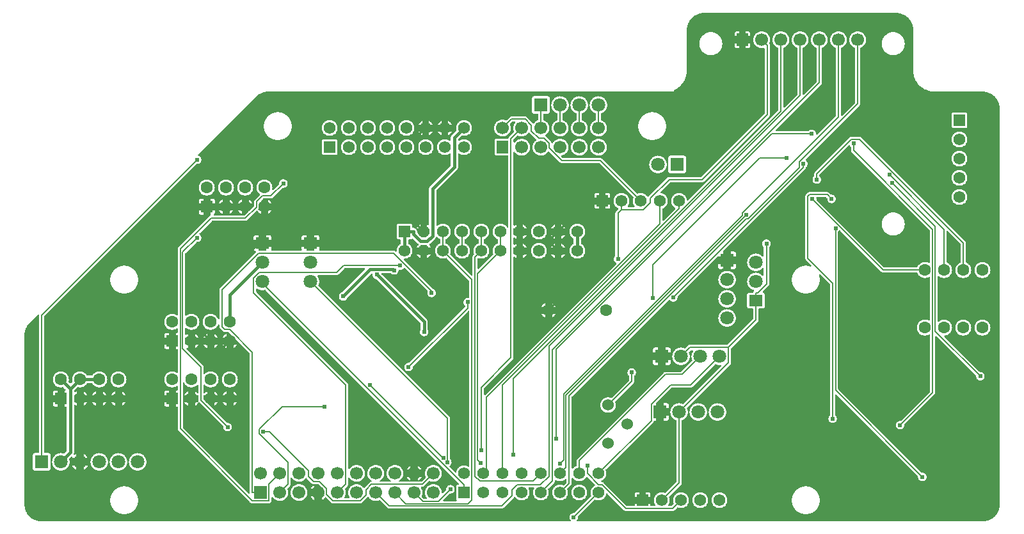
<source format=gbl>
G04 Layer: BottomLayer*
G04 EasyEDA v6.3.39, 2020-04-26T20:46:55+02:00*
G04 5968b4f764c641518c6b208976d5c428,06be2ef0334148d99c06ae0550131ac1,10*
G04 Gerber Generator version 0.2*
G04 Scale: 100 percent, Rotated: No, Reflected: No *
G04 Dimensions in inches *
G04 leading zeros omitted , absolute positions ,2 integer and 4 decimal *
%FSLAX24Y24*%
%MOIN*%
G90*
G70D02*

%ADD11C,0.006000*%
%ADD12C,0.018000*%
%ADD13C,0.008000*%
%ADD14C,0.014000*%
%ADD16C,0.024000*%
%ADD29C,0.062000*%
%ADD30R,0.062000X0.062000*%
%ADD31R,0.062992X0.062992*%
%ADD32C,0.062992*%
%ADD33C,0.070866*%
%ADD34R,0.070866X0.062000*%
%ADD35R,0.070866X0.070866*%
%ADD36R,0.060000X0.066929*%
%ADD37C,0.066929*%
%ADD38R,0.066929X0.066929*%
%ADD39C,0.060000*%
%ADD40R,0.062000X0.066929*%

%LPD*%
G36*
G01X26391Y20361D02*
G01X26379Y20361D01*
G01X26367Y20357D01*
G01X26357Y20349D01*
G01X26353Y20344D01*
G01X26341Y20330D01*
G01X26330Y20315D01*
G01X26317Y20301D01*
G01X26304Y20288D01*
G01X26290Y20275D01*
G01X26276Y20263D01*
G01X26261Y20251D01*
G01X26246Y20240D01*
G01X26230Y20230D01*
G01X26198Y20212D01*
G01X26181Y20203D01*
G01X26164Y20196D01*
G01X26146Y20189D01*
G01X26129Y20183D01*
G01X26111Y20178D01*
G01X26092Y20174D01*
G01X26074Y20170D01*
G01X26056Y20167D01*
G01X26037Y20165D01*
G01X26018Y20164D01*
G01X25979Y20164D01*
G01X25939Y20168D01*
G01X25919Y20171D01*
G01X25899Y20176D01*
G01X25880Y20181D01*
G01X25860Y20187D01*
G01X25841Y20194D01*
G01X25823Y20201D01*
G01X25815Y20204D01*
G01X25807Y20205D01*
G01X25800Y20204D01*
G01X25794Y20203D01*
G01X25788Y20200D01*
G01X25783Y20197D01*
G01X25778Y20193D01*
G01X25587Y20002D01*
G01X25583Y19997D01*
G01X25580Y19992D01*
G01X25577Y19986D01*
G01X25576Y19980D01*
G01X25576Y19874D01*
G01X25577Y19869D01*
G01X25579Y19864D01*
G01X25585Y19854D01*
G01X25589Y19850D01*
G01X25599Y19844D01*
G01X25604Y19842D01*
G01X25616Y19840D01*
G01X25628Y19842D01*
G01X25634Y19845D01*
G01X25639Y19848D01*
G01X25644Y19852D01*
G01X25672Y19887D01*
G01X25685Y19901D01*
G01X25699Y19915D01*
G01X25729Y19941D01*
G01X25744Y19952D01*
G01X25760Y19963D01*
G01X25777Y19974D01*
G01X25811Y19992D01*
G01X25847Y20008D01*
G01X25865Y20014D01*
G01X25884Y20020D01*
G01X25922Y20028D01*
G01X25941Y20031D01*
G01X25961Y20033D01*
G01X25980Y20035D01*
G01X26019Y20035D01*
G01X26037Y20033D01*
G01X26075Y20029D01*
G01X26094Y20025D01*
G01X26112Y20020D01*
G01X26131Y20015D01*
G01X26149Y20009D01*
G01X26166Y20002D01*
G01X26184Y19994D01*
G01X26201Y19986D01*
G01X26217Y19977D01*
G01X26234Y19967D01*
G01X26249Y19956D01*
G01X26265Y19945D01*
G01X26280Y19933D01*
G01X26294Y19921D01*
G01X26308Y19908D01*
G01X26321Y19894D01*
G01X26333Y19880D01*
G01X26345Y19865D01*
G01X26356Y19849D01*
G01X26367Y19834D01*
G01X26377Y19817D01*
G01X26386Y19801D01*
G01X26394Y19784D01*
G01X26402Y19766D01*
G01X26409Y19748D01*
G01X26415Y19730D01*
G01X26425Y19694D01*
G01X26429Y19675D01*
G01X26433Y19637D01*
G01X26435Y19619D01*
G01X26435Y19580D01*
G01X26433Y19562D01*
G01X26429Y19524D01*
G01X26425Y19505D01*
G01X26415Y19469D01*
G01X26409Y19450D01*
G01X26402Y19433D01*
G01X26394Y19415D01*
G01X26386Y19398D01*
G01X26377Y19382D01*
G01X26367Y19365D01*
G01X26356Y19350D01*
G01X26345Y19334D01*
G01X26333Y19319D01*
G01X26321Y19305D01*
G01X26308Y19291D01*
G01X26294Y19278D01*
G01X26280Y19266D01*
G01X26265Y19254D01*
G01X26249Y19243D01*
G01X26234Y19232D01*
G01X26217Y19222D01*
G01X26201Y19213D01*
G01X26184Y19205D01*
G01X26166Y19197D01*
G01X26149Y19190D01*
G01X26131Y19184D01*
G01X26112Y19179D01*
G01X26094Y19174D01*
G01X26075Y19170D01*
G01X26037Y19166D01*
G01X26019Y19164D01*
G01X25980Y19164D01*
G01X25961Y19166D01*
G01X25941Y19168D01*
G01X25922Y19171D01*
G01X25884Y19179D01*
G01X25865Y19185D01*
G01X25847Y19191D01*
G01X25811Y19207D01*
G01X25777Y19225D01*
G01X25760Y19235D01*
G01X25744Y19247D01*
G01X25729Y19258D01*
G01X25699Y19284D01*
G01X25685Y19298D01*
G01X25672Y19312D01*
G01X25644Y19347D01*
G01X25639Y19351D01*
G01X25634Y19354D01*
G01X25628Y19357D01*
G01X25616Y19359D01*
G01X25604Y19357D01*
G01X25599Y19355D01*
G01X25589Y19349D01*
G01X25585Y19345D01*
G01X25579Y19335D01*
G01X25577Y19330D01*
G01X25576Y19325D01*
G01X25576Y15544D01*
G01X25577Y15539D01*
G01X25579Y15533D01*
G01X25582Y15528D01*
G01X25585Y15524D01*
G01X25589Y15520D01*
G01X25594Y15516D01*
G01X25599Y15513D01*
G01X25604Y15511D01*
G01X25610Y15510D01*
G01X25622Y15510D01*
G01X25629Y15512D01*
G01X25635Y15515D01*
G01X25641Y15519D01*
G01X25671Y15541D01*
G01X25687Y15551D01*
G01X25703Y15560D01*
G01X25720Y15569D01*
G01X25720Y15379D01*
G01X25610Y15379D01*
G01X25604Y15378D01*
G01X25599Y15376D01*
G01X25589Y15370D01*
G01X25585Y15366D01*
G01X25579Y15356D01*
G01X25577Y15351D01*
G01X25576Y15345D01*
G01X25576Y15054D01*
G01X25577Y15048D01*
G01X25579Y15043D01*
G01X25585Y15033D01*
G01X25589Y15029D01*
G01X25599Y15023D01*
G01X25604Y15021D01*
G01X25616Y15019D01*
G01X25720Y15019D01*
G01X25720Y14830D01*
G01X25703Y14839D01*
G01X25687Y14848D01*
G01X25671Y14858D01*
G01X25641Y14880D01*
G01X25635Y14884D01*
G01X25629Y14887D01*
G01X25622Y14889D01*
G01X25610Y14889D01*
G01X25604Y14888D01*
G01X25599Y14886D01*
G01X25594Y14883D01*
G01X25589Y14879D01*
G01X25585Y14875D01*
G01X25582Y14871D01*
G01X25579Y14866D01*
G01X25577Y14860D01*
G01X25576Y14855D01*
G01X25576Y14544D01*
G01X25577Y14539D01*
G01X25579Y14533D01*
G01X25582Y14528D01*
G01X25585Y14524D01*
G01X25589Y14520D01*
G01X25594Y14516D01*
G01X25599Y14513D01*
G01X25604Y14511D01*
G01X25610Y14510D01*
G01X25622Y14510D01*
G01X25629Y14512D01*
G01X25635Y14515D01*
G01X25641Y14519D01*
G01X25671Y14541D01*
G01X25687Y14551D01*
G01X25703Y14560D01*
G01X25720Y14569D01*
G01X25720Y14379D01*
G01X25610Y14379D01*
G01X25604Y14378D01*
G01X25599Y14376D01*
G01X25589Y14370D01*
G01X25585Y14366D01*
G01X25579Y14356D01*
G01X25577Y14351D01*
G01X25576Y14345D01*
G01X25576Y14054D01*
G01X25577Y14048D01*
G01X25579Y14043D01*
G01X25585Y14033D01*
G01X25589Y14029D01*
G01X25599Y14023D01*
G01X25604Y14021D01*
G01X25616Y14019D01*
G01X25720Y14019D01*
G01X25720Y13830D01*
G01X25703Y13839D01*
G01X25687Y13848D01*
G01X25671Y13858D01*
G01X25641Y13880D01*
G01X25635Y13884D01*
G01X25629Y13887D01*
G01X25622Y13889D01*
G01X25610Y13889D01*
G01X25604Y13888D01*
G01X25599Y13886D01*
G01X25594Y13883D01*
G01X25589Y13879D01*
G01X25585Y13875D01*
G01X25582Y13871D01*
G01X25579Y13866D01*
G01X25577Y13860D01*
G01X25576Y13855D01*
G01X25576Y8621D01*
G01X25575Y8610D01*
G01X25574Y8600D01*
G01X25572Y8590D01*
G01X25566Y8570D01*
G01X25556Y8552D01*
G01X25550Y8544D01*
G01X25544Y8535D01*
G01X24052Y7043D01*
G01X24048Y7038D01*
G01X24045Y7033D01*
G01X24042Y7027D01*
G01X24041Y7021D01*
G01X24041Y6709D01*
G01X24042Y6703D01*
G01X24044Y6698D01*
G01X24050Y6688D01*
G01X24054Y6684D01*
G01X24064Y6678D01*
G01X24069Y6676D01*
G01X24081Y6674D01*
G01X24093Y6676D01*
G01X24099Y6679D01*
G01X24104Y6682D01*
G01X24109Y6686D01*
G01X30932Y13510D01*
G01X30936Y13514D01*
G01X30940Y13520D01*
G01X30944Y13532D01*
G01X30944Y13544D01*
G01X30940Y13556D01*
G01X30936Y13562D01*
G01X30932Y13566D01*
G01X30922Y13574D01*
G01X30910Y13580D01*
G01X30898Y13587D01*
G01X30887Y13595D01*
G01X30867Y13613D01*
G01X30857Y13623D01*
G01X30848Y13633D01*
G01X30840Y13644D01*
G01X30833Y13655D01*
G01X30826Y13667D01*
G01X30820Y13679D01*
G01X30814Y13692D01*
G01X30806Y13718D01*
G01X30803Y13731D01*
G01X30801Y13744D01*
G01X30800Y13758D01*
G01X30800Y13785D01*
G01X30801Y13799D01*
G01X30803Y13812D01*
G01X30806Y13826D01*
G01X30810Y13839D01*
G01X30815Y13852D01*
G01X30820Y13864D01*
G01X30826Y13876D01*
G01X30840Y13900D01*
G01X30849Y13911D01*
G01X30867Y13931D01*
G01X30872Y13936D01*
G01X30875Y13941D01*
G01X30879Y13953D01*
G01X30880Y13960D01*
G01X30880Y16173D01*
G01X30881Y16184D01*
G01X30883Y16194D01*
G01X30886Y16205D01*
G01X30890Y16215D01*
G01X30895Y16226D01*
G01X30900Y16235D01*
G01X30906Y16244D01*
G01X30913Y16253D01*
G01X31027Y16367D01*
G01X31031Y16372D01*
G01X31034Y16378D01*
G01X31037Y16383D01*
G01X31038Y16389D01*
G01X31039Y16396D01*
G01X31037Y16408D01*
G01X31034Y16414D01*
G01X31031Y16419D01*
G01X31027Y16424D01*
G01X31022Y16428D01*
G01X31017Y16431D01*
G01X31000Y16440D01*
G01X30985Y16449D01*
G01X30969Y16459D01*
G01X30954Y16470D01*
G01X30940Y16481D01*
G01X30926Y16493D01*
G01X30913Y16505D01*
G01X30900Y16518D01*
G01X30876Y16546D01*
G01X30865Y16560D01*
G01X30855Y16575D01*
G01X30845Y16591D01*
G01X30837Y16607D01*
G01X30828Y16623D01*
G01X30814Y16657D01*
G01X30808Y16674D01*
G01X30803Y16691D01*
G01X30795Y16727D01*
G01X30792Y16745D01*
G01X30790Y16763D01*
G01X30789Y16781D01*
G01X30789Y16818D01*
G01X30790Y16836D01*
G01X30792Y16855D01*
G01X30795Y16873D01*
G01X30803Y16909D01*
G01X30809Y16927D01*
G01X30815Y16944D01*
G01X30829Y16978D01*
G01X30856Y17026D01*
G01X30878Y17056D01*
G01X30902Y17084D01*
G01X30915Y17097D01*
G01X30943Y17121D01*
G01X30973Y17143D01*
G01X31021Y17170D01*
G01X31055Y17184D01*
G01X31072Y17190D01*
G01X31090Y17196D01*
G01X31126Y17204D01*
G01X31144Y17207D01*
G01X31163Y17209D01*
G01X31181Y17210D01*
G01X31218Y17210D01*
G01X31236Y17209D01*
G01X31255Y17207D01*
G01X31273Y17204D01*
G01X31309Y17196D01*
G01X31327Y17190D01*
G01X31344Y17184D01*
G01X31378Y17170D01*
G01X31426Y17143D01*
G01X31456Y17121D01*
G01X31484Y17097D01*
G01X31497Y17084D01*
G01X31521Y17056D01*
G01X31543Y17026D01*
G01X31570Y16978D01*
G01X31584Y16944D01*
G01X31590Y16927D01*
G01X31596Y16909D01*
G01X31604Y16873D01*
G01X31607Y16855D01*
G01X31609Y16836D01*
G01X31611Y16800D01*
G01X31610Y16781D01*
G01X31609Y16763D01*
G01X31607Y16745D01*
G01X31604Y16727D01*
G01X31600Y16709D01*
G01X31596Y16692D01*
G01X31591Y16674D01*
G01X31585Y16657D01*
G01X31571Y16623D01*
G01X31563Y16607D01*
G01X31554Y16591D01*
G01X31534Y16561D01*
G01X31523Y16546D01*
G01X31519Y16541D01*
G01X31517Y16535D01*
G01X31515Y16528D01*
G01X31515Y16516D01*
G01X31516Y16510D01*
G01X31518Y16505D01*
G01X31524Y16495D01*
G01X31528Y16491D01*
G01X31538Y16485D01*
G01X31543Y16483D01*
G01X31555Y16481D01*
G01X31844Y16481D01*
G01X31856Y16483D01*
G01X31861Y16485D01*
G01X31871Y16491D01*
G01X31875Y16495D01*
G01X31881Y16505D01*
G01X31883Y16510D01*
G01X31884Y16516D01*
G01X31884Y16528D01*
G01X31882Y16535D01*
G01X31880Y16541D01*
G01X31876Y16546D01*
G01X31865Y16561D01*
G01X31845Y16591D01*
G01X31836Y16607D01*
G01X31828Y16623D01*
G01X31814Y16657D01*
G01X31808Y16674D01*
G01X31803Y16692D01*
G01X31799Y16709D01*
G01X31795Y16727D01*
G01X31792Y16745D01*
G01X31790Y16763D01*
G01X31789Y16781D01*
G01X31789Y16820D01*
G01X31793Y16860D01*
G01X31801Y16900D01*
G01X31807Y16920D01*
G01X31813Y16939D01*
G01X31820Y16958D01*
G01X31823Y16966D01*
G01X31823Y16980D01*
G01X31822Y16986D01*
G01X31819Y16992D01*
G01X31816Y16997D01*
G01X31812Y17002D01*
G01X30053Y18761D01*
G01X30048Y18765D01*
G01X30043Y18768D01*
G01X30037Y18771D01*
G01X30025Y18773D01*
G01X28074Y18773D01*
G01X28064Y18774D01*
G01X28054Y18776D01*
G01X28034Y18782D01*
G01X28016Y18792D01*
G01X28008Y18798D01*
G01X27999Y18804D01*
G01X27430Y19373D01*
G01X27425Y19377D01*
G01X27419Y19381D01*
G01X27414Y19383D01*
G01X27408Y19384D01*
G01X27401Y19385D01*
G01X27396Y19384D01*
G01X27390Y19383D01*
G01X27385Y19381D01*
G01X27375Y19375D01*
G01X27371Y19371D01*
G01X27367Y19366D01*
G01X27357Y19350D01*
G01X27346Y19335D01*
G01X27334Y19320D01*
G01X27308Y19292D01*
G01X27280Y19266D01*
G01X27265Y19254D01*
G01X27250Y19243D01*
G01X27234Y19232D01*
G01X27218Y19222D01*
G01X27201Y19213D01*
G01X27167Y19197D01*
G01X27149Y19190D01*
G01X27131Y19184D01*
G01X27113Y19179D01*
G01X27094Y19174D01*
G01X27075Y19171D01*
G01X27057Y19168D01*
G01X27019Y19164D01*
G01X26981Y19164D01*
G01X26924Y19170D01*
G01X26905Y19174D01*
G01X26869Y19184D01*
G01X26851Y19190D01*
G01X26833Y19197D01*
G01X26815Y19205D01*
G01X26798Y19213D01*
G01X26782Y19222D01*
G01X26765Y19232D01*
G01X26750Y19243D01*
G01X26734Y19254D01*
G01X26719Y19266D01*
G01X26705Y19278D01*
G01X26691Y19291D01*
G01X26678Y19305D01*
G01X26666Y19319D01*
G01X26654Y19334D01*
G01X26643Y19350D01*
G01X26632Y19365D01*
G01X26622Y19382D01*
G01X26613Y19398D01*
G01X26605Y19415D01*
G01X26597Y19433D01*
G01X26590Y19450D01*
G01X26584Y19469D01*
G01X26574Y19505D01*
G01X26570Y19524D01*
G01X26566Y19562D01*
G01X26564Y19580D01*
G01X26564Y19618D01*
G01X26565Y19637D01*
G01X26567Y19656D01*
G01X26570Y19674D01*
G01X26574Y19692D01*
G01X26578Y19711D01*
G01X26583Y19729D01*
G01X26589Y19746D01*
G01X26596Y19764D01*
G01X26603Y19781D01*
G01X26612Y19798D01*
G01X26630Y19830D01*
G01X26640Y19846D01*
G01X26651Y19861D01*
G01X26663Y19876D01*
G01X26675Y19890D01*
G01X26688Y19904D01*
G01X26701Y19917D01*
G01X26715Y19929D01*
G01X26730Y19941D01*
G01X26744Y19953D01*
G01X26749Y19957D01*
G01X26757Y19967D01*
G01X26761Y19979D01*
G01X26761Y19991D01*
G01X26757Y20003D01*
G01X26753Y20009D01*
G01X26409Y20353D01*
G01X26403Y20357D01*
G01X26391Y20361D01*
G37*

%LPC*%
G36*
G01X28918Y15610D02*
G01X28881Y15610D01*
G01X28863Y15609D01*
G01X28844Y15607D01*
G01X28826Y15604D01*
G01X28790Y15596D01*
G01X28772Y15590D01*
G01X28755Y15584D01*
G01X28721Y15570D01*
G01X28673Y15543D01*
G01X28643Y15521D01*
G01X28615Y15497D01*
G01X28602Y15484D01*
G01X28578Y15456D01*
G01X28556Y15426D01*
G01X28529Y15378D01*
G01X28515Y15344D01*
G01X28509Y15327D01*
G01X28503Y15309D01*
G01X28495Y15273D01*
G01X28492Y15255D01*
G01X28490Y15236D01*
G01X28489Y15218D01*
G01X28489Y15181D01*
G01X28490Y15163D01*
G01X28492Y15144D01*
G01X28495Y15126D01*
G01X28503Y15090D01*
G01X28509Y15072D01*
G01X28515Y15055D01*
G01X28529Y15021D01*
G01X28547Y14989D01*
G01X28557Y14973D01*
G01X28567Y14958D01*
G01X28578Y14943D01*
G01X28590Y14929D01*
G01X28603Y14915D01*
G01X28616Y14902D01*
G01X28629Y14890D01*
G01X28643Y14878D01*
G01X28673Y14856D01*
G01X28689Y14846D01*
G01X28694Y14843D01*
G01X28698Y14839D01*
G01X28702Y14834D01*
G01X28705Y14829D01*
G01X28707Y14824D01*
G01X28709Y14812D01*
G01X28709Y14587D01*
G01X28707Y14575D01*
G01X28705Y14570D01*
G01X28702Y14565D01*
G01X28698Y14560D01*
G01X28694Y14556D01*
G01X28689Y14552D01*
G01X28673Y14543D01*
G01X28643Y14521D01*
G01X28629Y14509D01*
G01X28616Y14497D01*
G01X28603Y14484D01*
G01X28590Y14470D01*
G01X28578Y14456D01*
G01X28567Y14441D01*
G01X28557Y14426D01*
G01X28547Y14410D01*
G01X28529Y14378D01*
G01X28515Y14344D01*
G01X28509Y14327D01*
G01X28503Y14309D01*
G01X28495Y14273D01*
G01X28492Y14255D01*
G01X28490Y14236D01*
G01X28489Y14218D01*
G01X28489Y14181D01*
G01X28490Y14163D01*
G01X28492Y14144D01*
G01X28495Y14126D01*
G01X28503Y14090D01*
G01X28509Y14072D01*
G01X28515Y14055D01*
G01X28529Y14021D01*
G01X28556Y13973D01*
G01X28578Y13943D01*
G01X28602Y13915D01*
G01X28615Y13902D01*
G01X28643Y13878D01*
G01X28673Y13856D01*
G01X28721Y13829D01*
G01X28755Y13815D01*
G01X28772Y13809D01*
G01X28790Y13803D01*
G01X28826Y13795D01*
G01X28844Y13792D01*
G01X28863Y13790D01*
G01X28881Y13789D01*
G01X28900Y13788D01*
G01X28936Y13790D01*
G01X28955Y13792D01*
G01X28973Y13795D01*
G01X29009Y13803D01*
G01X29027Y13809D01*
G01X29044Y13815D01*
G01X29078Y13829D01*
G01X29126Y13856D01*
G01X29156Y13878D01*
G01X29184Y13902D01*
G01X29197Y13915D01*
G01X29221Y13943D01*
G01X29243Y13973D01*
G01X29270Y14021D01*
G01X29284Y14055D01*
G01X29290Y14072D01*
G01X29296Y14090D01*
G01X29304Y14126D01*
G01X29307Y14144D01*
G01X29309Y14163D01*
G01X29310Y14181D01*
G01X29311Y14200D01*
G01X29309Y14236D01*
G01X29307Y14255D01*
G01X29304Y14273D01*
G01X29296Y14309D01*
G01X29290Y14327D01*
G01X29284Y14344D01*
G01X29270Y14378D01*
G01X29252Y14410D01*
G01X29242Y14426D01*
G01X29232Y14441D01*
G01X29221Y14456D01*
G01X29209Y14470D01*
G01X29196Y14484D01*
G01X29183Y14497D01*
G01X29170Y14509D01*
G01X29156Y14521D01*
G01X29126Y14543D01*
G01X29110Y14552D01*
G01X29105Y14556D01*
G01X29101Y14560D01*
G01X29097Y14565D01*
G01X29094Y14570D01*
G01X29092Y14575D01*
G01X29091Y14581D01*
G01X29091Y14818D01*
G01X29092Y14824D01*
G01X29094Y14829D01*
G01X29097Y14834D01*
G01X29101Y14839D01*
G01X29105Y14843D01*
G01X29110Y14846D01*
G01X29126Y14856D01*
G01X29156Y14878D01*
G01X29170Y14890D01*
G01X29183Y14902D01*
G01X29196Y14915D01*
G01X29209Y14929D01*
G01X29221Y14943D01*
G01X29232Y14958D01*
G01X29242Y14973D01*
G01X29252Y14989D01*
G01X29270Y15021D01*
G01X29284Y15055D01*
G01X29290Y15072D01*
G01X29296Y15090D01*
G01X29304Y15126D01*
G01X29307Y15144D01*
G01X29309Y15163D01*
G01X29310Y15181D01*
G01X29311Y15200D01*
G01X29309Y15236D01*
G01X29307Y15255D01*
G01X29304Y15273D01*
G01X29296Y15309D01*
G01X29290Y15327D01*
G01X29284Y15344D01*
G01X29270Y15378D01*
G01X29243Y15426D01*
G01X29221Y15456D01*
G01X29197Y15484D01*
G01X29184Y15497D01*
G01X29156Y15521D01*
G01X29126Y15543D01*
G01X29078Y15570D01*
G01X29044Y15584D01*
G01X29027Y15590D01*
G01X29009Y15596D01*
G01X28973Y15604D01*
G01X28955Y15607D01*
G01X28936Y15609D01*
G01X28918Y15610D01*
G37*
G36*
G01X26918Y15610D02*
G01X26881Y15610D01*
G01X26863Y15609D01*
G01X26844Y15607D01*
G01X26826Y15604D01*
G01X26790Y15596D01*
G01X26772Y15590D01*
G01X26755Y15584D01*
G01X26721Y15570D01*
G01X26673Y15543D01*
G01X26643Y15521D01*
G01X26615Y15497D01*
G01X26602Y15484D01*
G01X26578Y15456D01*
G01X26556Y15426D01*
G01X26529Y15378D01*
G01X26515Y15344D01*
G01X26509Y15327D01*
G01X26503Y15309D01*
G01X26495Y15273D01*
G01X26492Y15255D01*
G01X26490Y15236D01*
G01X26489Y15218D01*
G01X26489Y15181D01*
G01X26490Y15163D01*
G01X26492Y15144D01*
G01X26495Y15126D01*
G01X26503Y15090D01*
G01X26509Y15072D01*
G01X26515Y15055D01*
G01X26529Y15021D01*
G01X26556Y14973D01*
G01X26578Y14943D01*
G01X26602Y14915D01*
G01X26615Y14902D01*
G01X26643Y14878D01*
G01X26673Y14856D01*
G01X26721Y14829D01*
G01X26755Y14815D01*
G01X26772Y14809D01*
G01X26790Y14803D01*
G01X26826Y14795D01*
G01X26844Y14792D01*
G01X26863Y14790D01*
G01X26881Y14789D01*
G01X26900Y14788D01*
G01X26936Y14790D01*
G01X26955Y14792D01*
G01X26973Y14795D01*
G01X27009Y14803D01*
G01X27027Y14809D01*
G01X27044Y14815D01*
G01X27078Y14829D01*
G01X27126Y14856D01*
G01X27156Y14878D01*
G01X27184Y14902D01*
G01X27197Y14915D01*
G01X27221Y14943D01*
G01X27243Y14973D01*
G01X27270Y15021D01*
G01X27284Y15055D01*
G01X27290Y15072D01*
G01X27296Y15090D01*
G01X27304Y15126D01*
G01X27307Y15144D01*
G01X27309Y15163D01*
G01X27310Y15181D01*
G01X27311Y15200D01*
G01X27309Y15236D01*
G01X27307Y15255D01*
G01X27304Y15273D01*
G01X27296Y15309D01*
G01X27290Y15327D01*
G01X27284Y15344D01*
G01X27270Y15378D01*
G01X27243Y15426D01*
G01X27221Y15456D01*
G01X27197Y15484D01*
G01X27184Y15497D01*
G01X27156Y15521D01*
G01X27126Y15543D01*
G01X27078Y15570D01*
G01X27044Y15584D01*
G01X27027Y15590D01*
G01X27009Y15596D01*
G01X26973Y15604D01*
G01X26955Y15607D01*
G01X26936Y15609D01*
G01X26918Y15610D01*
G37*
G36*
G01X26918Y14610D02*
G01X26881Y14610D01*
G01X26863Y14609D01*
G01X26844Y14607D01*
G01X26826Y14604D01*
G01X26790Y14596D01*
G01X26772Y14590D01*
G01X26755Y14584D01*
G01X26721Y14570D01*
G01X26673Y14543D01*
G01X26643Y14521D01*
G01X26615Y14497D01*
G01X26602Y14484D01*
G01X26578Y14456D01*
G01X26556Y14426D01*
G01X26529Y14378D01*
G01X26515Y14344D01*
G01X26509Y14327D01*
G01X26503Y14309D01*
G01X26495Y14273D01*
G01X26492Y14255D01*
G01X26490Y14236D01*
G01X26489Y14218D01*
G01X26489Y14181D01*
G01X26490Y14163D01*
G01X26492Y14144D01*
G01X26495Y14126D01*
G01X26503Y14090D01*
G01X26509Y14072D01*
G01X26515Y14055D01*
G01X26529Y14021D01*
G01X26556Y13973D01*
G01X26578Y13943D01*
G01X26602Y13915D01*
G01X26615Y13902D01*
G01X26643Y13878D01*
G01X26673Y13856D01*
G01X26721Y13829D01*
G01X26755Y13815D01*
G01X26772Y13809D01*
G01X26790Y13803D01*
G01X26826Y13795D01*
G01X26844Y13792D01*
G01X26863Y13790D01*
G01X26881Y13789D01*
G01X26900Y13788D01*
G01X26936Y13790D01*
G01X26955Y13792D01*
G01X26973Y13795D01*
G01X27009Y13803D01*
G01X27027Y13809D01*
G01X27044Y13815D01*
G01X27078Y13829D01*
G01X27126Y13856D01*
G01X27156Y13878D01*
G01X27184Y13902D01*
G01X27197Y13915D01*
G01X27221Y13943D01*
G01X27243Y13973D01*
G01X27270Y14021D01*
G01X27284Y14055D01*
G01X27290Y14072D01*
G01X27296Y14090D01*
G01X27304Y14126D01*
G01X27307Y14144D01*
G01X27309Y14163D01*
G01X27310Y14181D01*
G01X27311Y14200D01*
G01X27309Y14236D01*
G01X27307Y14255D01*
G01X27304Y14273D01*
G01X27296Y14309D01*
G01X27290Y14327D01*
G01X27284Y14344D01*
G01X27270Y14378D01*
G01X27243Y14426D01*
G01X27221Y14456D01*
G01X27197Y14484D01*
G01X27184Y14497D01*
G01X27156Y14521D01*
G01X27126Y14543D01*
G01X27078Y14570D01*
G01X27044Y14584D01*
G01X27027Y14590D01*
G01X27009Y14596D01*
G01X26973Y14604D01*
G01X26955Y14607D01*
G01X26936Y14609D01*
G01X26918Y14610D01*
G37*
G36*
G01X30519Y17210D02*
G01X30380Y17210D01*
G01X30380Y16979D01*
G01X30611Y16979D01*
G01X30611Y17109D01*
G01X30610Y17119D01*
G01X30609Y17128D01*
G01X30607Y17137D01*
G01X30604Y17146D01*
G01X30600Y17155D01*
G01X30595Y17163D01*
G01X30590Y17170D01*
G01X30584Y17178D01*
G01X30578Y17184D01*
G01X30570Y17190D01*
G01X30563Y17195D01*
G01X30555Y17200D01*
G01X30546Y17204D01*
G01X30537Y17207D01*
G01X30528Y17209D01*
G01X30519Y17210D01*
G37*
G36*
G01X30611Y16619D02*
G01X30380Y16619D01*
G01X30380Y16388D01*
G01X30510Y16388D01*
G01X30528Y16390D01*
G01X30537Y16392D01*
G01X30546Y16395D01*
G01X30555Y16399D01*
G01X30563Y16404D01*
G01X30570Y16409D01*
G01X30578Y16415D01*
G01X30584Y16421D01*
G01X30590Y16429D01*
G01X30595Y16436D01*
G01X30600Y16444D01*
G01X30604Y16453D01*
G01X30607Y16462D01*
G01X30609Y16471D01*
G01X30611Y16489D01*
G01X30611Y16619D01*
G37*
G36*
G01X30020Y17210D02*
G01X29880Y17210D01*
G01X29871Y17209D01*
G01X29862Y17207D01*
G01X29853Y17204D01*
G01X29844Y17200D01*
G01X29836Y17195D01*
G01X29829Y17190D01*
G01X29821Y17184D01*
G01X29815Y17178D01*
G01X29809Y17170D01*
G01X29804Y17163D01*
G01X29799Y17155D01*
G01X29795Y17146D01*
G01X29792Y17137D01*
G01X29790Y17128D01*
G01X29789Y17119D01*
G01X29789Y16979D01*
G01X30020Y16979D01*
G01X30020Y17210D01*
G37*
G36*
G01X30020Y16619D02*
G01X29789Y16619D01*
G01X29789Y16480D01*
G01X29790Y16471D01*
G01X29792Y16462D01*
G01X29795Y16453D01*
G01X29799Y16444D01*
G01X29804Y16436D01*
G01X29809Y16429D01*
G01X29815Y16421D01*
G01X29821Y16415D01*
G01X29829Y16409D01*
G01X29836Y16404D01*
G01X29844Y16399D01*
G01X29853Y16395D01*
G01X29862Y16392D01*
G01X29871Y16390D01*
G01X29880Y16389D01*
G01X29890Y16388D01*
G01X30020Y16388D01*
G01X30020Y16619D01*
G37*
G36*
G01X27217Y11282D02*
G01X27217Y11473D01*
G01X27201Y11465D01*
G01X27185Y11456D01*
G01X27169Y11446D01*
G01X27154Y11435D01*
G01X27140Y11424D01*
G01X27125Y11412D01*
G01X27112Y11400D01*
G01X27099Y11387D01*
G01X27087Y11374D01*
G01X27075Y11359D01*
G01X27064Y11345D01*
G01X27053Y11330D01*
G01X27043Y11314D01*
G01X27034Y11298D01*
G01X27026Y11282D01*
G01X27217Y11282D01*
G37*
G36*
G01X27598Y11465D02*
G01X27582Y11473D01*
G01X27582Y11282D01*
G01X27773Y11282D01*
G01X27765Y11298D01*
G01X27756Y11314D01*
G01X27746Y11330D01*
G01X27735Y11345D01*
G01X27724Y11359D01*
G01X27712Y11374D01*
G01X27700Y11387D01*
G01X27687Y11400D01*
G01X27674Y11412D01*
G01X27659Y11424D01*
G01X27645Y11435D01*
G01X27630Y11446D01*
G01X27614Y11456D01*
G01X27598Y11465D01*
G37*
G36*
G01X27217Y10917D02*
G01X27026Y10917D01*
G01X27034Y10901D01*
G01X27043Y10885D01*
G01X27053Y10869D01*
G01X27064Y10854D01*
G01X27075Y10840D01*
G01X27087Y10825D01*
G01X27099Y10812D01*
G01X27112Y10799D01*
G01X27125Y10787D01*
G01X27140Y10775D01*
G01X27154Y10764D01*
G01X27169Y10753D01*
G01X27185Y10743D01*
G01X27201Y10734D01*
G01X27217Y10726D01*
G01X27217Y10917D01*
G37*
G36*
G01X27773Y10917D02*
G01X27582Y10917D01*
G01X27582Y10726D01*
G01X27598Y10734D01*
G01X27614Y10743D01*
G01X27630Y10753D01*
G01X27645Y10764D01*
G01X27659Y10775D01*
G01X27674Y10787D01*
G01X27687Y10799D01*
G01X27700Y10812D01*
G01X27712Y10825D01*
G01X27724Y10840D01*
G01X27735Y10854D01*
G01X27746Y10869D01*
G01X27756Y10885D01*
G01X27765Y10901D01*
G01X27773Y10917D01*
G37*
G36*
G01X26096Y15561D02*
G01X26080Y15569D01*
G01X26080Y15379D01*
G01X26269Y15379D01*
G01X26261Y15396D01*
G01X26252Y15411D01*
G01X26242Y15427D01*
G01X26231Y15442D01*
G01X26209Y15470D01*
G01X26196Y15484D01*
G01X26184Y15496D01*
G01X26170Y15509D01*
G01X26142Y15531D01*
G01X26127Y15542D01*
G01X26111Y15552D01*
G01X26096Y15561D01*
G37*
G36*
G01X28096Y15561D02*
G01X28080Y15569D01*
G01X28080Y15379D01*
G01X28269Y15379D01*
G01X28261Y15396D01*
G01X28252Y15411D01*
G01X28242Y15427D01*
G01X28231Y15442D01*
G01X28209Y15470D01*
G01X28196Y15484D01*
G01X28184Y15496D01*
G01X28170Y15509D01*
G01X28142Y15531D01*
G01X28127Y15542D01*
G01X28111Y15552D01*
G01X28096Y15561D01*
G37*
G36*
G01X26096Y14561D02*
G01X26080Y14569D01*
G01X26080Y14379D01*
G01X26269Y14379D01*
G01X26261Y14396D01*
G01X26252Y14411D01*
G01X26242Y14427D01*
G01X26231Y14442D01*
G01X26209Y14470D01*
G01X26196Y14484D01*
G01X26184Y14496D01*
G01X26170Y14509D01*
G01X26142Y14531D01*
G01X26127Y14542D01*
G01X26111Y14552D01*
G01X26096Y14561D01*
G37*
G36*
G01X28096Y14561D02*
G01X28080Y14569D01*
G01X28080Y14379D01*
G01X28269Y14379D01*
G01X28261Y14396D01*
G01X28252Y14411D01*
G01X28242Y14427D01*
G01X28231Y14442D01*
G01X28209Y14470D01*
G01X28196Y14484D01*
G01X28184Y14496D01*
G01X28170Y14509D01*
G01X28142Y14531D01*
G01X28127Y14542D01*
G01X28111Y14552D01*
G01X28096Y14561D01*
G37*
G36*
G01X28269Y14019D02*
G01X28080Y14019D01*
G01X28080Y13830D01*
G01X28096Y13838D01*
G01X28111Y13847D01*
G01X28127Y13857D01*
G01X28142Y13868D01*
G01X28170Y13890D01*
G01X28184Y13903D01*
G01X28196Y13915D01*
G01X28209Y13929D01*
G01X28231Y13957D01*
G01X28242Y13972D01*
G01X28252Y13988D01*
G01X28261Y14003D01*
G01X28269Y14019D01*
G37*
G36*
G01X26269Y14019D02*
G01X26080Y14019D01*
G01X26080Y13830D01*
G01X26096Y13838D01*
G01X26111Y13847D01*
G01X26127Y13857D01*
G01X26142Y13868D01*
G01X26170Y13890D01*
G01X26184Y13903D01*
G01X26196Y13915D01*
G01X26209Y13929D01*
G01X26231Y13957D01*
G01X26242Y13972D01*
G01X26252Y13988D01*
G01X26261Y14003D01*
G01X26269Y14019D01*
G37*
G36*
G01X28269Y15019D02*
G01X28080Y15019D01*
G01X28080Y14830D01*
G01X28096Y14838D01*
G01X28111Y14847D01*
G01X28127Y14857D01*
G01X28142Y14868D01*
G01X28170Y14890D01*
G01X28184Y14903D01*
G01X28196Y14915D01*
G01X28209Y14929D01*
G01X28231Y14957D01*
G01X28242Y14972D01*
G01X28252Y14988D01*
G01X28261Y15003D01*
G01X28269Y15019D01*
G37*
G36*
G01X26269Y15019D02*
G01X26080Y15019D01*
G01X26080Y14830D01*
G01X26096Y14838D01*
G01X26111Y14847D01*
G01X26127Y14857D01*
G01X26142Y14868D01*
G01X26170Y14890D01*
G01X26184Y14903D01*
G01X26196Y14915D01*
G01X26209Y14929D01*
G01X26231Y14957D01*
G01X26242Y14972D01*
G01X26252Y14988D01*
G01X26261Y15003D01*
G01X26269Y15019D01*
G37*
G36*
G01X27720Y15379D02*
G01X27720Y15569D01*
G01X27703Y15561D01*
G01X27688Y15552D01*
G01X27672Y15542D01*
G01X27657Y15531D01*
G01X27629Y15509D01*
G01X27615Y15496D01*
G01X27603Y15484D01*
G01X27590Y15470D01*
G01X27568Y15442D01*
G01X27557Y15427D01*
G01X27547Y15411D01*
G01X27538Y15396D01*
G01X27530Y15379D01*
G01X27720Y15379D01*
G37*
G36*
G01X27720Y14379D02*
G01X27720Y14569D01*
G01X27703Y14561D01*
G01X27688Y14552D01*
G01X27672Y14542D01*
G01X27657Y14531D01*
G01X27629Y14509D01*
G01X27615Y14496D01*
G01X27603Y14484D01*
G01X27590Y14470D01*
G01X27568Y14442D01*
G01X27557Y14427D01*
G01X27547Y14411D01*
G01X27538Y14396D01*
G01X27530Y14379D01*
G01X27720Y14379D01*
G37*
G36*
G01X27720Y15019D02*
G01X27530Y15019D01*
G01X27538Y15003D01*
G01X27547Y14988D01*
G01X27557Y14972D01*
G01X27568Y14957D01*
G01X27590Y14929D01*
G01X27603Y14915D01*
G01X27615Y14903D01*
G01X27629Y14890D01*
G01X27657Y14868D01*
G01X27672Y14857D01*
G01X27688Y14847D01*
G01X27703Y14838D01*
G01X27720Y14830D01*
G01X27720Y15019D01*
G37*
G36*
G01X27720Y14019D02*
G01X27530Y14019D01*
G01X27538Y14003D01*
G01X27547Y13988D01*
G01X27557Y13972D01*
G01X27568Y13957D01*
G01X27590Y13929D01*
G01X27603Y13915D01*
G01X27615Y13903D01*
G01X27629Y13890D01*
G01X27657Y13868D01*
G01X27672Y13857D01*
G01X27688Y13847D01*
G01X27703Y13838D01*
G01X27720Y13830D01*
G01X27720Y14019D01*
G37*

%LPD*%
G36*
G01X21585Y14927D02*
G01X21573Y14929D01*
G01X21561Y14927D01*
G01X21556Y14925D01*
G01X21546Y14919D01*
G01X21542Y14915D01*
G01X21536Y14905D01*
G01X21530Y14892D01*
G01X21522Y14879D01*
G01X21514Y14867D01*
G01X21496Y14845D01*
G01X21215Y14564D01*
G01X21206Y14556D01*
G01X21191Y14544D01*
G01X21188Y14539D01*
G01X21184Y14534D01*
G01X21182Y14528D01*
G01X21181Y14523D01*
G01X21180Y14516D01*
G01X21182Y14504D01*
G01X21185Y14498D01*
G01X21188Y14493D01*
G01X21192Y14488D01*
G01X21218Y14460D01*
G01X21229Y14445D01*
G01X21251Y14413D01*
G01X21269Y14379D01*
G01X21080Y14379D01*
G01X21080Y14469D01*
G01X21079Y14474D01*
G01X21078Y14480D01*
G01X21076Y14485D01*
G01X21070Y14495D01*
G01X21066Y14499D01*
G01X21056Y14505D01*
G01X21051Y14507D01*
G01X21045Y14508D01*
G01X20754Y14508D01*
G01X20748Y14507D01*
G01X20743Y14505D01*
G01X20733Y14499D01*
G01X20729Y14495D01*
G01X20723Y14485D01*
G01X20721Y14480D01*
G01X20720Y14474D01*
G01X20720Y14379D01*
G01X20530Y14379D01*
G01X20539Y14396D01*
G01X20548Y14412D01*
G01X20558Y14428D01*
G01X20568Y14443D01*
G01X20580Y14458D01*
G01X20604Y14486D01*
G01X20618Y14499D01*
G01X20622Y14503D01*
G01X20628Y14515D01*
G01X20630Y14521D01*
G01X20630Y14534D01*
G01X20628Y14541D01*
G01X20625Y14547D01*
G01X20621Y14553D01*
G01X20617Y14557D01*
G01X20609Y14564D01*
G01X20346Y14828D01*
G01X20341Y14832D01*
G01X20336Y14835D01*
G01X20324Y14839D01*
G01X20312Y14839D01*
G01X20306Y14838D01*
G01X20301Y14836D01*
G01X20296Y14833D01*
G01X20291Y14829D01*
G01X20287Y14825D01*
G01X20281Y14818D01*
G01X20273Y14811D01*
G01X20265Y14805D01*
G01X20257Y14800D01*
G01X20248Y14796D01*
G01X20239Y14793D01*
G01X20229Y14790D01*
G01X20219Y14789D01*
G01X20210Y14788D01*
G01X20125Y14788D01*
G01X20119Y14787D01*
G01X20114Y14785D01*
G01X20104Y14779D01*
G01X20100Y14775D01*
G01X20094Y14765D01*
G01X20092Y14760D01*
G01X20091Y14754D01*
G01X20091Y14581D01*
G01X20092Y14575D01*
G01X20094Y14570D01*
G01X20097Y14565D01*
G01X20101Y14560D01*
G01X20105Y14556D01*
G01X20110Y14552D01*
G01X20126Y14543D01*
G01X20156Y14521D01*
G01X20170Y14509D01*
G01X20183Y14497D01*
G01X20196Y14484D01*
G01X20209Y14470D01*
G01X20221Y14456D01*
G01X20232Y14441D01*
G01X20242Y14426D01*
G01X20252Y14410D01*
G01X20270Y14378D01*
G01X20284Y14344D01*
G01X20290Y14327D01*
G01X20296Y14309D01*
G01X20304Y14273D01*
G01X20307Y14255D01*
G01X20309Y14236D01*
G01X20311Y14200D01*
G01X20310Y14181D01*
G01X20309Y14163D01*
G01X20307Y14144D01*
G01X20304Y14126D01*
G01X20296Y14090D01*
G01X20290Y14072D01*
G01X20284Y14055D01*
G01X20270Y14021D01*
G01X20243Y13973D01*
G01X20221Y13943D01*
G01X20197Y13915D01*
G01X20184Y13902D01*
G01X20156Y13878D01*
G01X20126Y13856D01*
G01X20078Y13829D01*
G01X20044Y13815D01*
G01X20027Y13809D01*
G01X20009Y13803D01*
G01X19973Y13795D01*
G01X19955Y13792D01*
G01X19936Y13790D01*
G01X19900Y13788D01*
G01X19894Y13789D01*
G01X19893Y13789D01*
G01X19888Y13788D01*
G01X19882Y13787D01*
G01X19877Y13785D01*
G01X19867Y13779D01*
G01X19863Y13775D01*
G01X19857Y13765D01*
G01X19855Y13760D01*
G01X19854Y13754D01*
G01X19853Y13749D01*
G01X19854Y13742D01*
G01X19855Y13736D01*
G01X19858Y13730D01*
G01X19861Y13725D01*
G01X19865Y13720D01*
G01X21363Y12222D01*
G01X21368Y12218D01*
G01X21373Y12215D01*
G01X21379Y12213D01*
G01X21392Y12208D01*
G01X21405Y12202D01*
G01X21417Y12196D01*
G01X21429Y12189D01*
G01X21451Y12173D01*
G01X21462Y12164D01*
G01X21472Y12154D01*
G01X21481Y12143D01*
G01X21497Y12121D01*
G01X21504Y12109D01*
G01X21510Y12097D01*
G01X21516Y12084D01*
G01X21521Y12071D01*
G01X21525Y12057D01*
G01X21528Y12044D01*
G01X21530Y12030D01*
G01X21532Y12002D01*
G01X21530Y11976D01*
G01X21528Y11963D01*
G01X21525Y11950D01*
G01X21517Y11924D01*
G01X21512Y11912D01*
G01X21500Y11888D01*
G01X21484Y11866D01*
G01X21476Y11856D01*
G01X21467Y11846D01*
G01X21457Y11837D01*
G01X21447Y11829D01*
G01X21425Y11813D01*
G01X21401Y11801D01*
G01X21389Y11796D01*
G01X21363Y11788D01*
G01X21350Y11785D01*
G01X21337Y11783D01*
G01X21311Y11781D01*
G01X21297Y11782D01*
G01X21284Y11783D01*
G01X21271Y11785D01*
G01X21258Y11788D01*
G01X21232Y11796D01*
G01X21220Y11801D01*
G01X21196Y11813D01*
G01X21174Y11829D01*
G01X21164Y11837D01*
G01X21154Y11846D01*
G01X21145Y11856D01*
G01X21137Y11866D01*
G01X21121Y11888D01*
G01X21109Y11912D01*
G01X21104Y11924D01*
G01X21096Y11950D01*
G01X21093Y11963D01*
G01X21091Y11976D01*
G01X21090Y11989D01*
G01X21090Y12018D01*
G01X21092Y12034D01*
G01X21094Y12049D01*
G01X21098Y12064D01*
G01X21103Y12079D01*
G01X21105Y12086D01*
G01X21106Y12093D01*
G01X21104Y12105D01*
G01X21101Y12111D01*
G01X21098Y12116D01*
G01X21094Y12121D01*
G01X19917Y13297D01*
G01X19913Y13302D01*
G01X19907Y13305D01*
G01X19895Y13309D01*
G01X19883Y13309D01*
G01X19871Y13305D01*
G01X19866Y13302D01*
G01X19861Y13298D01*
G01X19857Y13293D01*
G01X19848Y13282D01*
G01X19839Y13272D01*
G01X19829Y13262D01*
G01X19819Y13253D01*
G01X19808Y13244D01*
G01X19796Y13237D01*
G01X19785Y13230D01*
G01X19772Y13223D01*
G01X19760Y13218D01*
G01X19746Y13213D01*
G01X19733Y13209D01*
G01X19720Y13206D01*
G01X19706Y13204D01*
G01X19692Y13203D01*
G01X19679Y13202D01*
G01X19662Y13203D01*
G01X19646Y13205D01*
G01X19630Y13208D01*
G01X19621Y13209D01*
G01X19609Y13207D01*
G01X19604Y13205D01*
G01X19598Y13201D01*
G01X19593Y13197D01*
G01X19589Y13193D01*
G01X19586Y13188D01*
G01X19582Y13176D01*
G01X19581Y13170D01*
G01X19581Y13156D01*
G01X19579Y13143D01*
G01X19577Y13129D01*
G01X19569Y13103D01*
G01X19564Y13090D01*
G01X19559Y13078D01*
G01X19545Y13054D01*
G01X19529Y13032D01*
G01X19520Y13022D01*
G01X19510Y13013D01*
G01X19499Y13004D01*
G01X19489Y12995D01*
G01X19465Y12981D01*
G01X19453Y12975D01*
G01X19441Y12970D01*
G01X19428Y12965D01*
G01X19415Y12961D01*
G01X19401Y12958D01*
G01X19388Y12956D01*
G01X19374Y12955D01*
G01X19361Y12954D01*
G01X19346Y12955D01*
G01X19332Y12956D01*
G01X19318Y12959D01*
G01X19305Y12962D01*
G01X19291Y12966D01*
G01X19265Y12976D01*
G01X19252Y12983D01*
G01X19240Y12990D01*
G01X19229Y12998D01*
G01X19207Y13016D01*
G01X19192Y13031D01*
G01X19187Y13035D01*
G01X19181Y13037D01*
G01X19174Y13039D01*
G01X18727Y13039D01*
G01X18722Y13038D01*
G01X18717Y13036D01*
G01X18707Y13030D01*
G01X18703Y13026D01*
G01X18697Y13016D01*
G01X18695Y13011D01*
G01X18694Y13005D01*
G01X18693Y13000D01*
G01X18694Y12993D01*
G01X18695Y12987D01*
G01X18698Y12981D01*
G01X18701Y12976D01*
G01X18705Y12971D01*
G01X21053Y10624D01*
G01X21061Y10614D01*
G01X21069Y10605D01*
G01X21076Y10595D01*
G01X21083Y10584D01*
G01X21089Y10573D01*
G01X21094Y10562D01*
G01X21102Y10538D01*
G01X21105Y10526D01*
G01X21107Y10513D01*
G01X21108Y10501D01*
G01X21109Y10488D01*
G01X21109Y10088D01*
G01X21111Y10081D01*
G01X21113Y10075D01*
G01X21119Y10063D01*
G01X21124Y10051D01*
G01X21132Y10025D01*
G01X21135Y10012D01*
G01X21137Y9999D01*
G01X21139Y9973D01*
G01X21138Y9959D01*
G01X21137Y9946D01*
G01X21135Y9933D01*
G01X21132Y9920D01*
G01X21124Y9894D01*
G01X21119Y9882D01*
G01X21107Y9858D01*
G01X21091Y9836D01*
G01X21083Y9826D01*
G01X21074Y9816D01*
G01X21064Y9807D01*
G01X21054Y9799D01*
G01X21032Y9783D01*
G01X21008Y9771D01*
G01X20996Y9766D01*
G01X20970Y9758D01*
G01X20957Y9755D01*
G01X20944Y9753D01*
G01X20918Y9751D01*
G01X20904Y9752D01*
G01X20891Y9753D01*
G01X20878Y9755D01*
G01X20865Y9758D01*
G01X20839Y9766D01*
G01X20827Y9771D01*
G01X20803Y9783D01*
G01X20781Y9799D01*
G01X20771Y9807D01*
G01X20761Y9816D01*
G01X20752Y9826D01*
G01X20744Y9836D01*
G01X20728Y9858D01*
G01X20716Y9882D01*
G01X20711Y9894D01*
G01X20703Y9920D01*
G01X20700Y9933D01*
G01X20698Y9946D01*
G01X20697Y9959D01*
G01X20697Y9986D01*
G01X20698Y9999D01*
G01X20700Y10012D01*
G01X20703Y10025D01*
G01X20711Y10051D01*
G01X20716Y10063D01*
G01X20722Y10075D01*
G01X20724Y10081D01*
G01X20726Y10088D01*
G01X20727Y10094D01*
G01X20727Y10393D01*
G01X20725Y10405D01*
G01X20722Y10411D01*
G01X20719Y10416D01*
G01X20715Y10421D01*
G01X18402Y12734D01*
G01X18397Y12738D01*
G01X18392Y12741D01*
G01X18386Y12743D01*
G01X18373Y12748D01*
G01X18361Y12753D01*
G01X18337Y12765D01*
G01X18326Y12773D01*
G01X18315Y12780D01*
G01X18295Y12798D01*
G01X18286Y12808D01*
G01X18278Y12818D01*
G01X18262Y12840D01*
G01X18250Y12864D01*
G01X18245Y12876D01*
G01X18237Y12902D01*
G01X18234Y12915D01*
G01X18232Y12928D01*
G01X18231Y12941D01*
G01X18231Y12954D01*
G01X18232Y12979D01*
G01X18232Y12989D01*
G01X18230Y12995D01*
G01X18226Y13005D01*
G01X18222Y13010D01*
G01X18218Y13014D01*
G01X18214Y13017D01*
G01X18209Y13020D01*
G01X18203Y13022D01*
G01X18198Y13023D01*
G01X18186Y13023D01*
G01X18174Y13019D01*
G01X18169Y13016D01*
G01X18164Y13012D01*
G01X16924Y11772D01*
G01X16920Y11767D01*
G01X16917Y11762D01*
G01X16915Y11756D01*
G01X16910Y11743D01*
G01X16905Y11731D01*
G01X16893Y11707D01*
G01X16885Y11696D01*
G01X16878Y11685D01*
G01X16860Y11665D01*
G01X16850Y11656D01*
G01X16840Y11648D01*
G01X16818Y11632D01*
G01X16794Y11620D01*
G01X16782Y11615D01*
G01X16756Y11607D01*
G01X16743Y11604D01*
G01X16730Y11602D01*
G01X16704Y11600D01*
G01X16690Y11601D01*
G01X16677Y11602D01*
G01X16664Y11604D01*
G01X16651Y11607D01*
G01X16625Y11615D01*
G01X16613Y11620D01*
G01X16589Y11632D01*
G01X16567Y11648D01*
G01X16557Y11656D01*
G01X16547Y11665D01*
G01X16538Y11675D01*
G01X16530Y11685D01*
G01X16514Y11707D01*
G01X16502Y11731D01*
G01X16497Y11743D01*
G01X16489Y11769D01*
G01X16486Y11782D01*
G01X16484Y11795D01*
G01X16483Y11808D01*
G01X16483Y11835D01*
G01X16484Y11848D01*
G01X16486Y11861D01*
G01X16489Y11874D01*
G01X16497Y11900D01*
G01X16502Y11912D01*
G01X16514Y11936D01*
G01X16530Y11958D01*
G01X16538Y11968D01*
G01X16547Y11978D01*
G01X16567Y11996D01*
G01X16578Y12003D01*
G01X16589Y12011D01*
G01X16613Y12023D01*
G01X16625Y12028D01*
G01X16638Y12033D01*
G01X16644Y12035D01*
G01X16649Y12038D01*
G01X16654Y12042D01*
G01X17836Y13224D01*
G01X17840Y13229D01*
G01X17843Y13234D01*
G01X17846Y13240D01*
G01X17848Y13252D01*
G01X17846Y13264D01*
G01X17844Y13269D01*
G01X17838Y13279D01*
G01X17834Y13283D01*
G01X17824Y13289D01*
G01X17819Y13291D01*
G01X17814Y13292D01*
G01X16788Y13292D01*
G01X16782Y13291D01*
G01X16776Y13288D01*
G01X16771Y13285D01*
G01X16766Y13281D01*
G01X16450Y12964D01*
G01X16443Y12957D01*
G01X16435Y12951D01*
G01X16426Y12945D01*
G01X16417Y12940D01*
G01X16408Y12936D01*
G01X16398Y12932D01*
G01X16388Y12929D01*
G01X16378Y12927D01*
G01X16358Y12925D01*
G01X15398Y12925D01*
G01X15393Y12924D01*
G01X15387Y12922D01*
G01X15382Y12919D01*
G01X15378Y12916D01*
G01X15374Y12912D01*
G01X15370Y12907D01*
G01X15366Y12897D01*
G01X15364Y12891D01*
G01X15364Y12879D01*
G01X15366Y12873D01*
G01X15368Y12868D01*
G01X15371Y12862D01*
G01X15382Y12846D01*
G01X15393Y12829D01*
G01X15403Y12811D01*
G01X15412Y12793D01*
G01X15420Y12775D01*
G01X15427Y12756D01*
G01X15439Y12718D01*
G01X15444Y12699D01*
G01X15448Y12679D01*
G01X15451Y12659D01*
G01X15453Y12639D01*
G01X15454Y12620D01*
G01X15455Y12600D01*
G01X15453Y12560D01*
G01X15451Y12541D01*
G01X15448Y12521D01*
G01X15440Y12483D01*
G01X15428Y12445D01*
G01X15421Y12427D01*
G01X15413Y12408D01*
G01X15411Y12403D01*
G01X15410Y12397D01*
G01X15409Y12392D01*
G01X15410Y12385D01*
G01X15411Y12379D01*
G01X15413Y12374D01*
G01X15417Y12368D01*
G01X15421Y12363D01*
G01X22227Y5557D01*
G01X22233Y5548D01*
G01X22239Y5540D01*
G01X22249Y5522D01*
G01X22255Y5502D01*
G01X22257Y5492D01*
G01X22258Y5482D01*
G01X22259Y5471D01*
G01X22259Y3364D01*
G01X22260Y3358D01*
G01X22262Y3353D01*
G01X22265Y3348D01*
G01X22268Y3344D01*
G01X22272Y3339D01*
G01X22292Y3321D01*
G01X22316Y3288D01*
G01X22323Y3276D01*
G01X22329Y3264D01*
G01X22334Y3252D01*
G01X22342Y3226D01*
G01X22345Y3213D01*
G01X22347Y3199D01*
G01X22349Y3173D01*
G01X22347Y3145D01*
G01X22345Y3131D01*
G01X22342Y3117D01*
G01X22338Y3104D01*
G01X22333Y3091D01*
G01X22327Y3078D01*
G01X22321Y3066D01*
G01X22314Y3054D01*
G01X22306Y3042D01*
G01X22297Y3031D01*
G01X22288Y3021D01*
G01X22278Y3011D01*
G01X22268Y3002D01*
G01X22257Y2993D01*
G01X22252Y2989D01*
G01X22244Y2979D01*
G01X22242Y2973D01*
G01X22240Y2961D01*
G01X22241Y2954D01*
G01X22242Y2948D01*
G01X22244Y2943D01*
G01X22248Y2937D01*
G01X22252Y2932D01*
G01X22528Y2656D01*
G01X22533Y2652D01*
G01X22538Y2649D01*
G01X22544Y2646D01*
G01X22550Y2645D01*
G01X22557Y2644D01*
G01X22569Y2646D01*
G01X22574Y2648D01*
G01X22580Y2652D01*
G01X22588Y2660D01*
G01X22592Y2665D01*
G01X22596Y2677D01*
G01X22600Y2695D01*
G01X22604Y2712D01*
G01X22610Y2730D01*
G01X22616Y2747D01*
G01X22623Y2764D01*
G01X22631Y2781D01*
G01X22639Y2797D01*
G01X22648Y2813D01*
G01X22658Y2828D01*
G01X22680Y2858D01*
G01X22692Y2872D01*
G01X22704Y2885D01*
G01X22717Y2898D01*
G01X22745Y2922D01*
G01X22759Y2933D01*
G01X22774Y2943D01*
G01X22790Y2953D01*
G01X22806Y2962D01*
G01X22822Y2970D01*
G01X22839Y2978D01*
G01X22856Y2985D01*
G01X22873Y2991D01*
G01X22891Y2996D01*
G01X22927Y3004D01*
G01X22945Y3007D01*
G01X22963Y3009D01*
G01X22981Y3010D01*
G01X23018Y3010D01*
G01X23037Y3009D01*
G01X23055Y3007D01*
G01X23073Y3004D01*
G01X23092Y3000D01*
G01X23128Y2990D01*
G01X23145Y2984D01*
G01X23162Y2977D01*
G01X23196Y2961D01*
G01X23212Y2951D01*
G01X23218Y2948D01*
G01X23225Y2946D01*
G01X23238Y2946D01*
G01X23244Y2947D01*
G01X23249Y2949D01*
G01X23259Y2955D01*
G01X23263Y2959D01*
G01X23269Y2969D01*
G01X23271Y2974D01*
G01X23273Y2986D01*
G01X23273Y11022D01*
G01X23272Y11027D01*
G01X23271Y11033D01*
G01X23269Y11038D01*
G01X23263Y11048D01*
G01X23259Y11052D01*
G01X23249Y11058D01*
G01X23244Y11060D01*
G01X23238Y11061D01*
G01X23233Y11062D01*
G01X23226Y11061D01*
G01X23220Y11060D01*
G01X23214Y11057D01*
G01X23209Y11054D01*
G01X23204Y11050D01*
G01X20336Y8182D01*
G01X20333Y8177D01*
G01X20329Y8165D01*
G01X20329Y8156D01*
G01X20330Y8140D01*
G01X20328Y8114D01*
G01X20326Y8101D01*
G01X20323Y8088D01*
G01X20315Y8062D01*
G01X20310Y8050D01*
G01X20298Y8026D01*
G01X20282Y8004D01*
G01X20274Y7994D01*
G01X20265Y7984D01*
G01X20255Y7975D01*
G01X20245Y7967D01*
G01X20223Y7951D01*
G01X20199Y7939D01*
G01X20187Y7934D01*
G01X20161Y7926D01*
G01X20148Y7923D01*
G01X20135Y7921D01*
G01X20109Y7919D01*
G01X20095Y7920D01*
G01X20082Y7921D01*
G01X20069Y7923D01*
G01X20056Y7926D01*
G01X20030Y7934D01*
G01X20018Y7939D01*
G01X19994Y7951D01*
G01X19972Y7967D01*
G01X19962Y7975D01*
G01X19952Y7984D01*
G01X19943Y7994D01*
G01X19935Y8004D01*
G01X19919Y8026D01*
G01X19907Y8050D01*
G01X19902Y8062D01*
G01X19894Y8088D01*
G01X19891Y8101D01*
G01X19889Y8114D01*
G01X19888Y8127D01*
G01X19888Y8154D01*
G01X19889Y8167D01*
G01X19891Y8180D01*
G01X19894Y8193D01*
G01X19902Y8219D01*
G01X19907Y8231D01*
G01X19919Y8255D01*
G01X19935Y8277D01*
G01X19943Y8287D01*
G01X19952Y8297D01*
G01X19962Y8306D01*
G01X19972Y8314D01*
G01X19994Y8330D01*
G01X20018Y8342D01*
G01X20030Y8347D01*
G01X20056Y8355D01*
G01X20069Y8358D01*
G01X20082Y8360D01*
G01X20095Y8361D01*
G01X20133Y8361D01*
G01X20145Y8365D01*
G01X20151Y8368D01*
G01X20155Y8373D01*
G01X23046Y11262D01*
G01X23050Y11267D01*
G01X23053Y11272D01*
G01X23056Y11278D01*
G01X23058Y11290D01*
G01X23058Y11323D01*
G01X23056Y11335D01*
G01X23054Y11340D01*
G01X23048Y11350D01*
G01X23044Y11354D01*
G01X23024Y11372D01*
G01X23000Y11405D01*
G01X22993Y11417D01*
G01X22987Y11429D01*
G01X22982Y11441D01*
G01X22974Y11467D01*
G01X22971Y11480D01*
G01X22969Y11494D01*
G01X22968Y11507D01*
G01X22968Y11534D01*
G01X22969Y11547D01*
G01X22971Y11560D01*
G01X22974Y11573D01*
G01X22982Y11599D01*
G01X22987Y11611D01*
G01X22999Y11635D01*
G01X23015Y11657D01*
G01X23023Y11667D01*
G01X23032Y11677D01*
G01X23042Y11686D01*
G01X23052Y11694D01*
G01X23074Y11710D01*
G01X23098Y11722D01*
G01X23110Y11727D01*
G01X23136Y11735D01*
G01X23149Y11738D01*
G01X23162Y11740D01*
G01X23175Y11741D01*
G01X23189Y11742D01*
G01X23207Y11741D01*
G01X23226Y11738D01*
G01X23238Y11738D01*
G01X23244Y11739D01*
G01X23249Y11741D01*
G01X23254Y11744D01*
G01X23259Y11748D01*
G01X23263Y11752D01*
G01X23266Y11756D01*
G01X23269Y11761D01*
G01X23271Y11766D01*
G01X23273Y11778D01*
G01X23273Y12625D01*
G01X23271Y12637D01*
G01X23268Y12643D01*
G01X23265Y12648D01*
G01X23261Y12653D01*
G01X22102Y13812D01*
G01X22097Y13816D01*
G01X22092Y13819D01*
G01X22086Y13822D01*
G01X22080Y13823D01*
G01X22066Y13823D01*
G01X22058Y13820D01*
G01X22039Y13813D01*
G01X22020Y13807D01*
G01X22000Y13801D01*
G01X21960Y13793D01*
G01X21920Y13789D01*
G01X21900Y13788D01*
G01X21881Y13789D01*
G01X21863Y13790D01*
G01X21844Y13792D01*
G01X21826Y13795D01*
G01X21790Y13803D01*
G01X21772Y13809D01*
G01X21755Y13815D01*
G01X21721Y13829D01*
G01X21673Y13856D01*
G01X21643Y13878D01*
G01X21615Y13902D01*
G01X21602Y13915D01*
G01X21578Y13943D01*
G01X21556Y13973D01*
G01X21529Y14021D01*
G01X21515Y14055D01*
G01X21509Y14072D01*
G01X21503Y14090D01*
G01X21495Y14126D01*
G01X21492Y14144D01*
G01X21490Y14163D01*
G01X21489Y14181D01*
G01X21489Y14218D01*
G01X21490Y14237D01*
G01X21492Y14255D01*
G01X21495Y14274D01*
G01X21499Y14292D01*
G01X21509Y14328D01*
G01X21515Y14346D01*
G01X21522Y14363D01*
G01X21530Y14380D01*
G01X21539Y14397D01*
G01X21548Y14413D01*
G01X21558Y14428D01*
G01X21569Y14444D01*
G01X21580Y14459D01*
G01X21593Y14473D01*
G01X21605Y14486D01*
G01X21619Y14500D01*
G01X21647Y14524D01*
G01X21662Y14535D01*
G01X21677Y14545D01*
G01X21693Y14555D01*
G01X21710Y14564D01*
G01X21744Y14580D01*
G01X21749Y14582D01*
G01X21754Y14586D01*
G01X21758Y14590D01*
G01X21762Y14595D01*
G01X21765Y14600D01*
G01X21767Y14605D01*
G01X21769Y14617D01*
G01X21769Y14782D01*
G01X21767Y14794D01*
G01X21765Y14799D01*
G01X21762Y14804D01*
G01X21758Y14809D01*
G01X21754Y14813D01*
G01X21749Y14817D01*
G01X21744Y14819D01*
G01X21726Y14827D01*
G01X21709Y14835D01*
G01X21675Y14855D01*
G01X21660Y14866D01*
G01X21644Y14877D01*
G01X21629Y14890D01*
G01X21615Y14903D01*
G01X21597Y14921D01*
G01X21585Y14927D01*
G37*

%LPC*%
G36*
G01X21269Y14019D02*
G01X21080Y14019D01*
G01X21080Y13830D01*
G01X21096Y13838D01*
G01X21111Y13847D01*
G01X21127Y13857D01*
G01X21142Y13868D01*
G01X21170Y13890D01*
G01X21184Y13903D01*
G01X21196Y13915D01*
G01X21209Y13929D01*
G01X21231Y13957D01*
G01X21242Y13972D01*
G01X21252Y13988D01*
G01X21261Y14003D01*
G01X21269Y14019D01*
G37*
G36*
G01X20720Y14019D02*
G01X20530Y14019D01*
G01X20538Y14003D01*
G01X20547Y13988D01*
G01X20557Y13972D01*
G01X20568Y13957D01*
G01X20590Y13929D01*
G01X20603Y13915D01*
G01X20615Y13903D01*
G01X20629Y13890D01*
G01X20657Y13868D01*
G01X20672Y13857D01*
G01X20688Y13847D01*
G01X20703Y13838D01*
G01X20720Y13830D01*
G01X20720Y14019D01*
G37*

%LPD*%
G36*
G01X12223Y12233D02*
G01X12211Y12233D01*
G01X12205Y12231D01*
G01X12195Y12227D01*
G01X12190Y12223D01*
G01X12186Y12219D01*
G01X12183Y12215D01*
G01X12180Y12210D01*
G01X12178Y12204D01*
G01X12177Y12199D01*
G01X12177Y12067D01*
G01X12178Y12061D01*
G01X12181Y12055D01*
G01X12184Y12050D01*
G01X12188Y12045D01*
G01X16930Y7304D01*
G01X16937Y7297D01*
G01X16943Y7289D01*
G01X16949Y7280D01*
G01X16959Y7262D01*
G01X16965Y7242D01*
G01X16967Y7232D01*
G01X16968Y7222D01*
G01X16969Y7211D01*
G01X16969Y2865D01*
G01X16970Y2859D01*
G01X16972Y2854D01*
G01X16978Y2844D01*
G01X16982Y2840D01*
G01X16992Y2834D01*
G01X16997Y2832D01*
G01X17009Y2830D01*
G01X17021Y2832D01*
G01X17027Y2835D01*
G01X17032Y2838D01*
G01X17037Y2843D01*
G01X17053Y2863D01*
G01X17064Y2878D01*
G01X17090Y2906D01*
G01X17104Y2920D01*
G01X17118Y2932D01*
G01X17148Y2956D01*
G01X17164Y2966D01*
G01X17181Y2976D01*
G01X17197Y2985D01*
G01X17214Y2994D01*
G01X17232Y3002D01*
G01X17250Y3009D01*
G01X17268Y3015D01*
G01X17286Y3020D01*
G01X17305Y3025D01*
G01X17323Y3028D01*
G01X17342Y3031D01*
G01X17380Y3035D01*
G01X17419Y3035D01*
G01X17437Y3033D01*
G01X17475Y3029D01*
G01X17494Y3025D01*
G01X17512Y3020D01*
G01X17531Y3015D01*
G01X17549Y3009D01*
G01X17566Y3002D01*
G01X17584Y2994D01*
G01X17601Y2986D01*
G01X17617Y2977D01*
G01X17634Y2967D01*
G01X17649Y2956D01*
G01X17665Y2945D01*
G01X17680Y2933D01*
G01X17694Y2921D01*
G01X17708Y2908D01*
G01X17721Y2894D01*
G01X17733Y2880D01*
G01X17745Y2865D01*
G01X17756Y2849D01*
G01X17767Y2834D01*
G01X17777Y2817D01*
G01X17786Y2801D01*
G01X17794Y2784D01*
G01X17802Y2766D01*
G01X17809Y2748D01*
G01X17815Y2730D01*
G01X17825Y2694D01*
G01X17829Y2675D01*
G01X17833Y2637D01*
G01X17835Y2619D01*
G01X17835Y2580D01*
G01X17833Y2562D01*
G01X17829Y2524D01*
G01X17825Y2505D01*
G01X17815Y2469D01*
G01X17809Y2450D01*
G01X17802Y2433D01*
G01X17794Y2415D01*
G01X17786Y2398D01*
G01X17777Y2382D01*
G01X17767Y2365D01*
G01X17756Y2350D01*
G01X17745Y2334D01*
G01X17733Y2319D01*
G01X17721Y2305D01*
G01X17708Y2291D01*
G01X17694Y2278D01*
G01X17680Y2266D01*
G01X17665Y2254D01*
G01X17649Y2243D01*
G01X17634Y2232D01*
G01X17617Y2222D01*
G01X17601Y2213D01*
G01X17584Y2205D01*
G01X17566Y2197D01*
G01X17549Y2190D01*
G01X17531Y2184D01*
G01X17512Y2179D01*
G01X17494Y2174D01*
G01X17475Y2170D01*
G01X17437Y2166D01*
G01X17419Y2164D01*
G01X17380Y2164D01*
G01X17342Y2168D01*
G01X17323Y2171D01*
G01X17305Y2174D01*
G01X17286Y2179D01*
G01X17268Y2184D01*
G01X17250Y2190D01*
G01X17232Y2197D01*
G01X17214Y2205D01*
G01X17197Y2214D01*
G01X17181Y2223D01*
G01X17164Y2233D01*
G01X17148Y2243D01*
G01X17118Y2267D01*
G01X17104Y2279D01*
G01X17090Y2293D01*
G01X17064Y2321D01*
G01X17053Y2336D01*
G01X17037Y2356D01*
G01X17032Y2361D01*
G01X17027Y2364D01*
G01X17021Y2367D01*
G01X17009Y2369D01*
G01X16997Y2367D01*
G01X16992Y2365D01*
G01X16982Y2359D01*
G01X16978Y2355D01*
G01X16972Y2345D01*
G01X16970Y2340D01*
G01X16969Y2334D01*
G01X16969Y2036D01*
G01X16967Y2016D01*
G01X16965Y2006D01*
G01X16959Y1986D01*
G01X16949Y1968D01*
G01X16943Y1959D01*
G01X16937Y1951D01*
G01X16806Y1820D01*
G01X16802Y1815D01*
G01X16799Y1810D01*
G01X16796Y1804D01*
G01X16794Y1792D01*
G01X16795Y1784D01*
G01X16798Y1776D01*
G01X16806Y1757D01*
G01X16818Y1719D01*
G01X16824Y1699D01*
G01X16828Y1680D01*
G01X16831Y1660D01*
G01X16835Y1620D01*
G01X16835Y1580D01*
G01X16831Y1540D01*
G01X16828Y1521D01*
G01X16824Y1501D01*
G01X16819Y1482D01*
G01X16813Y1463D01*
G01X16807Y1445D01*
G01X16799Y1426D01*
G01X16791Y1408D01*
G01X16782Y1391D01*
G01X16772Y1373D01*
G01X16761Y1357D01*
G01X16758Y1352D01*
G01X16756Y1346D01*
G01X16754Y1334D01*
G01X16755Y1329D01*
G01X16756Y1323D01*
G01X16758Y1318D01*
G01X16764Y1308D01*
G01X16768Y1304D01*
G01X16778Y1298D01*
G01X16783Y1296D01*
G01X16789Y1295D01*
G01X16794Y1294D01*
G01X17005Y1294D01*
G01X17010Y1295D01*
G01X17016Y1296D01*
G01X17021Y1298D01*
G01X17031Y1304D01*
G01X17035Y1308D01*
G01X17041Y1318D01*
G01X17043Y1323D01*
G01X17044Y1329D01*
G01X17045Y1334D01*
G01X17043Y1346D01*
G01X17041Y1352D01*
G01X17038Y1357D01*
G01X17027Y1373D01*
G01X17017Y1391D01*
G01X17008Y1408D01*
G01X17000Y1426D01*
G01X16992Y1445D01*
G01X16986Y1463D01*
G01X16980Y1482D01*
G01X16975Y1501D01*
G01X16971Y1521D01*
G01X16968Y1540D01*
G01X16964Y1580D01*
G01X16964Y1619D01*
G01X16966Y1637D01*
G01X16970Y1675D01*
G01X16974Y1694D01*
G01X16984Y1730D01*
G01X16990Y1748D01*
G01X16997Y1766D01*
G01X17005Y1784D01*
G01X17013Y1801D01*
G01X17022Y1817D01*
G01X17032Y1834D01*
G01X17043Y1849D01*
G01X17054Y1865D01*
G01X17066Y1880D01*
G01X17078Y1894D01*
G01X17091Y1908D01*
G01X17105Y1921D01*
G01X17119Y1933D01*
G01X17134Y1945D01*
G01X17150Y1956D01*
G01X17165Y1967D01*
G01X17182Y1977D01*
G01X17198Y1986D01*
G01X17215Y1994D01*
G01X17233Y2002D01*
G01X17251Y2009D01*
G01X17269Y2015D01*
G01X17305Y2025D01*
G01X17324Y2029D01*
G01X17381Y2035D01*
G01X17419Y2035D01*
G01X17438Y2033D01*
G01X17458Y2031D01*
G01X17477Y2028D01*
G01X17496Y2024D01*
G01X17534Y2014D01*
G01X17570Y2000D01*
G01X17588Y1992D01*
G01X17606Y1983D01*
G01X17623Y1974D01*
G01X17655Y1952D01*
G01X17671Y1940D01*
G01X17686Y1928D01*
G01X17700Y1915D01*
G01X17714Y1901D01*
G01X17727Y1887D01*
G01X17740Y1872D01*
G01X17752Y1856D01*
G01X17756Y1851D01*
G01X17760Y1847D01*
G01X17766Y1844D01*
G01X17778Y1840D01*
G01X17790Y1840D01*
G01X17802Y1844D01*
G01X17807Y1847D01*
G01X17812Y1851D01*
G01X18078Y2118D01*
G01X18094Y2132D01*
G01X18103Y2138D01*
G01X18113Y2143D01*
G01X18133Y2151D01*
G01X18143Y2154D01*
G01X18154Y2155D01*
G01X18160Y2157D01*
G01X18170Y2161D01*
G01X18175Y2165D01*
G01X18183Y2173D01*
G01X18185Y2178D01*
G01X18187Y2184D01*
G01X18189Y2189D01*
G01X18189Y2201D01*
G01X18187Y2207D01*
G01X18185Y2212D01*
G01X18179Y2222D01*
G01X18175Y2226D01*
G01X18170Y2229D01*
G01X18138Y2251D01*
G01X18123Y2263D01*
G01X18109Y2275D01*
G01X18095Y2288D01*
G01X18081Y2302D01*
G01X18068Y2317D01*
G01X18056Y2331D01*
G01X18034Y2363D01*
G01X18024Y2379D01*
G01X18014Y2396D01*
G01X18006Y2413D01*
G01X17998Y2431D01*
G01X17991Y2449D01*
G01X17979Y2485D01*
G01X17974Y2504D01*
G01X17968Y2542D01*
G01X17964Y2580D01*
G01X17964Y2619D01*
G01X17966Y2637D01*
G01X17970Y2675D01*
G01X17974Y2694D01*
G01X17984Y2730D01*
G01X17990Y2748D01*
G01X17997Y2766D01*
G01X18005Y2784D01*
G01X18013Y2801D01*
G01X18022Y2817D01*
G01X18032Y2834D01*
G01X18043Y2849D01*
G01X18054Y2865D01*
G01X18066Y2880D01*
G01X18078Y2894D01*
G01X18091Y2908D01*
G01X18105Y2921D01*
G01X18119Y2933D01*
G01X18134Y2945D01*
G01X18150Y2956D01*
G01X18165Y2967D01*
G01X18182Y2977D01*
G01X18198Y2986D01*
G01X18215Y2994D01*
G01X18233Y3002D01*
G01X18251Y3009D01*
G01X18269Y3015D01*
G01X18305Y3025D01*
G01X18324Y3029D01*
G01X18381Y3035D01*
G01X18419Y3035D01*
G01X18437Y3033D01*
G01X18475Y3029D01*
G01X18494Y3025D01*
G01X18512Y3020D01*
G01X18531Y3015D01*
G01X18549Y3009D01*
G01X18566Y3002D01*
G01X18584Y2994D01*
G01X18601Y2986D01*
G01X18617Y2977D01*
G01X18634Y2967D01*
G01X18649Y2956D01*
G01X18665Y2945D01*
G01X18680Y2933D01*
G01X18694Y2921D01*
G01X18708Y2908D01*
G01X18721Y2894D01*
G01X18733Y2880D01*
G01X18745Y2865D01*
G01X18756Y2849D01*
G01X18767Y2834D01*
G01X18777Y2817D01*
G01X18786Y2801D01*
G01X18794Y2784D01*
G01X18802Y2766D01*
G01X18809Y2748D01*
G01X18815Y2730D01*
G01X18825Y2694D01*
G01X18829Y2675D01*
G01X18833Y2637D01*
G01X18835Y2619D01*
G01X18835Y2580D01*
G01X18831Y2542D01*
G01X18828Y2523D01*
G01X18825Y2505D01*
G01X18820Y2486D01*
G01X18815Y2468D01*
G01X18808Y2449D01*
G01X18802Y2432D01*
G01X18794Y2414D01*
G01X18776Y2380D01*
G01X18766Y2364D01*
G01X18755Y2348D01*
G01X18744Y2333D01*
G01X18732Y2318D01*
G01X18719Y2303D01*
G01X18706Y2290D01*
G01X18692Y2277D01*
G01X18677Y2264D01*
G01X18662Y2252D01*
G01X18647Y2241D01*
G01X18631Y2230D01*
G01X18626Y2227D01*
G01X18622Y2223D01*
G01X18616Y2213D01*
G01X18614Y2208D01*
G01X18612Y2196D01*
G01X18613Y2191D01*
G01X18614Y2185D01*
G01X18618Y2175D01*
G01X18622Y2170D01*
G01X18626Y2166D01*
G01X18636Y2160D01*
G01X18641Y2158D01*
G01X18646Y2157D01*
G01X18652Y2156D01*
G01X19147Y2156D01*
G01X19153Y2157D01*
G01X19158Y2158D01*
G01X19163Y2160D01*
G01X19173Y2166D01*
G01X19177Y2170D01*
G01X19181Y2175D01*
G01X19185Y2185D01*
G01X19186Y2191D01*
G01X19187Y2196D01*
G01X19185Y2208D01*
G01X19183Y2213D01*
G01X19177Y2223D01*
G01X19173Y2227D01*
G01X19168Y2230D01*
G01X19152Y2241D01*
G01X19137Y2252D01*
G01X19122Y2264D01*
G01X19107Y2277D01*
G01X19093Y2290D01*
G01X19080Y2303D01*
G01X19067Y2318D01*
G01X19055Y2333D01*
G01X19044Y2348D01*
G01X19033Y2364D01*
G01X19023Y2380D01*
G01X19005Y2414D01*
G01X18997Y2432D01*
G01X18991Y2449D01*
G01X18984Y2468D01*
G01X18979Y2486D01*
G01X18974Y2505D01*
G01X18971Y2523D01*
G01X18968Y2542D01*
G01X18964Y2580D01*
G01X18964Y2619D01*
G01X18966Y2637D01*
G01X18970Y2675D01*
G01X18974Y2694D01*
G01X18984Y2730D01*
G01X18990Y2748D01*
G01X18997Y2766D01*
G01X19005Y2784D01*
G01X19013Y2801D01*
G01X19022Y2817D01*
G01X19032Y2834D01*
G01X19043Y2849D01*
G01X19054Y2865D01*
G01X19066Y2880D01*
G01X19078Y2894D01*
G01X19091Y2908D01*
G01X19105Y2921D01*
G01X19119Y2933D01*
G01X19134Y2945D01*
G01X19150Y2956D01*
G01X19165Y2967D01*
G01X19182Y2977D01*
G01X19198Y2986D01*
G01X19215Y2994D01*
G01X19233Y3002D01*
G01X19251Y3009D01*
G01X19269Y3015D01*
G01X19305Y3025D01*
G01X19324Y3029D01*
G01X19381Y3035D01*
G01X19419Y3035D01*
G01X19437Y3033D01*
G01X19475Y3029D01*
G01X19494Y3025D01*
G01X19512Y3020D01*
G01X19531Y3015D01*
G01X19549Y3009D01*
G01X19566Y3002D01*
G01X19584Y2994D01*
G01X19601Y2986D01*
G01X19617Y2977D01*
G01X19634Y2967D01*
G01X19649Y2956D01*
G01X19665Y2945D01*
G01X19680Y2933D01*
G01X19694Y2921D01*
G01X19708Y2908D01*
G01X19721Y2894D01*
G01X19733Y2880D01*
G01X19745Y2865D01*
G01X19756Y2849D01*
G01X19767Y2834D01*
G01X19777Y2817D01*
G01X19786Y2801D01*
G01X19794Y2784D01*
G01X19802Y2766D01*
G01X19809Y2748D01*
G01X19815Y2730D01*
G01X19825Y2694D01*
G01X19829Y2675D01*
G01X19833Y2637D01*
G01X19835Y2619D01*
G01X19835Y2580D01*
G01X19831Y2542D01*
G01X19828Y2523D01*
G01X19825Y2505D01*
G01X19820Y2486D01*
G01X19815Y2468D01*
G01X19808Y2449D01*
G01X19802Y2432D01*
G01X19794Y2414D01*
G01X19776Y2380D01*
G01X19766Y2364D01*
G01X19755Y2348D01*
G01X19744Y2333D01*
G01X19732Y2318D01*
G01X19719Y2303D01*
G01X19706Y2290D01*
G01X19692Y2277D01*
G01X19677Y2264D01*
G01X19662Y2252D01*
G01X19647Y2241D01*
G01X19631Y2230D01*
G01X19626Y2227D01*
G01X19622Y2223D01*
G01X19616Y2213D01*
G01X19614Y2208D01*
G01X19612Y2196D01*
G01X19613Y2191D01*
G01X19614Y2185D01*
G01X19618Y2175D01*
G01X19622Y2170D01*
G01X19626Y2166D01*
G01X19636Y2160D01*
G01X19641Y2158D01*
G01X19646Y2157D01*
G01X19652Y2156D01*
G01X20147Y2156D01*
G01X20153Y2157D01*
G01X20158Y2158D01*
G01X20163Y2160D01*
G01X20173Y2166D01*
G01X20177Y2170D01*
G01X20181Y2175D01*
G01X20185Y2185D01*
G01X20186Y2191D01*
G01X20187Y2196D01*
G01X20185Y2208D01*
G01X20183Y2213D01*
G01X20177Y2223D01*
G01X20173Y2227D01*
G01X20168Y2230D01*
G01X20151Y2241D01*
G01X20135Y2253D01*
G01X20119Y2266D01*
G01X20104Y2279D01*
G01X20090Y2293D01*
G01X20076Y2308D01*
G01X20063Y2323D01*
G01X20039Y2355D01*
G01X20028Y2372D01*
G01X20018Y2389D01*
G01X20009Y2407D01*
G01X20207Y2407D01*
G01X20207Y2196D01*
G01X20208Y2191D01*
G01X20209Y2185D01*
G01X20211Y2180D01*
G01X20217Y2170D01*
G01X20221Y2166D01*
G01X20231Y2160D01*
G01X20236Y2158D01*
G01X20241Y2157D01*
G01X20247Y2156D01*
G01X20552Y2156D01*
G01X20558Y2157D01*
G01X20563Y2158D01*
G01X20568Y2160D01*
G01X20578Y2166D01*
G01X20582Y2170D01*
G01X20588Y2180D01*
G01X20590Y2185D01*
G01X20591Y2191D01*
G01X20592Y2196D01*
G01X20592Y2407D01*
G01X20790Y2407D01*
G01X20781Y2389D01*
G01X20771Y2372D01*
G01X20760Y2355D01*
G01X20736Y2323D01*
G01X20723Y2308D01*
G01X20709Y2293D01*
G01X20695Y2279D01*
G01X20680Y2266D01*
G01X20664Y2253D01*
G01X20648Y2241D01*
G01X20631Y2230D01*
G01X20626Y2227D01*
G01X20622Y2223D01*
G01X20616Y2213D01*
G01X20614Y2208D01*
G01X20612Y2196D01*
G01X20613Y2191D01*
G01X20614Y2185D01*
G01X20618Y2175D01*
G01X20622Y2170D01*
G01X20626Y2166D01*
G01X20636Y2160D01*
G01X20641Y2158D01*
G01X20646Y2157D01*
G01X20652Y2156D01*
G01X20755Y2156D01*
G01X20767Y2158D01*
G01X20773Y2161D01*
G01X20778Y2164D01*
G01X20783Y2168D01*
G01X20993Y2378D01*
G01X20997Y2383D01*
G01X21000Y2388D01*
G01X21003Y2394D01*
G01X21004Y2400D01*
G01X21005Y2407D01*
G01X21004Y2415D01*
G01X21001Y2423D01*
G01X20994Y2441D01*
G01X20987Y2460D01*
G01X20981Y2480D01*
G01X20976Y2499D01*
G01X20971Y2519D01*
G01X20968Y2539D01*
G01X20964Y2579D01*
G01X20964Y2619D01*
G01X20966Y2637D01*
G01X20970Y2675D01*
G01X20974Y2694D01*
G01X20984Y2730D01*
G01X20990Y2748D01*
G01X20997Y2766D01*
G01X21005Y2784D01*
G01X21013Y2801D01*
G01X21022Y2817D01*
G01X21032Y2834D01*
G01X21043Y2849D01*
G01X21054Y2865D01*
G01X21066Y2880D01*
G01X21078Y2894D01*
G01X21091Y2908D01*
G01X21105Y2921D01*
G01X21119Y2933D01*
G01X21134Y2945D01*
G01X21150Y2956D01*
G01X21165Y2967D01*
G01X21182Y2977D01*
G01X21198Y2986D01*
G01X21215Y2994D01*
G01X21233Y3002D01*
G01X21251Y3009D01*
G01X21269Y3015D01*
G01X21305Y3025D01*
G01X21324Y3029D01*
G01X21381Y3035D01*
G01X21419Y3035D01*
G01X21437Y3033D01*
G01X21475Y3029D01*
G01X21494Y3025D01*
G01X21512Y3020D01*
G01X21531Y3015D01*
G01X21549Y3009D01*
G01X21566Y3002D01*
G01X21584Y2994D01*
G01X21601Y2986D01*
G01X21617Y2977D01*
G01X21634Y2967D01*
G01X21649Y2956D01*
G01X21665Y2945D01*
G01X21680Y2933D01*
G01X21694Y2921D01*
G01X21708Y2908D01*
G01X21721Y2894D01*
G01X21733Y2880D01*
G01X21745Y2865D01*
G01X21756Y2849D01*
G01X21767Y2834D01*
G01X21777Y2817D01*
G01X21786Y2801D01*
G01X21794Y2784D01*
G01X21802Y2766D01*
G01X21809Y2748D01*
G01X21815Y2730D01*
G01X21825Y2694D01*
G01X21829Y2675D01*
G01X21833Y2637D01*
G01X21835Y2619D01*
G01X21835Y2580D01*
G01X21833Y2562D01*
G01X21829Y2524D01*
G01X21825Y2505D01*
G01X21815Y2469D01*
G01X21809Y2450D01*
G01X21802Y2433D01*
G01X21794Y2415D01*
G01X21786Y2398D01*
G01X21777Y2382D01*
G01X21767Y2365D01*
G01X21756Y2350D01*
G01X21745Y2334D01*
G01X21733Y2319D01*
G01X21721Y2305D01*
G01X21708Y2291D01*
G01X21694Y2278D01*
G01X21680Y2266D01*
G01X21665Y2254D01*
G01X21649Y2243D01*
G01X21634Y2232D01*
G01X21617Y2222D01*
G01X21601Y2213D01*
G01X21584Y2205D01*
G01X21566Y2197D01*
G01X21549Y2190D01*
G01X21531Y2184D01*
G01X21512Y2179D01*
G01X21494Y2174D01*
G01X21475Y2170D01*
G01X21437Y2166D01*
G01X21419Y2164D01*
G01X21379Y2164D01*
G01X21339Y2168D01*
G01X21319Y2171D01*
G01X21299Y2176D01*
G01X21280Y2181D01*
G01X21260Y2187D01*
G01X21241Y2194D01*
G01X21223Y2201D01*
G01X21215Y2204D01*
G01X21207Y2205D01*
G01X21200Y2204D01*
G01X21194Y2203D01*
G01X21188Y2200D01*
G01X21183Y2197D01*
G01X21178Y2193D01*
G01X20911Y1926D01*
G01X20903Y1920D01*
G01X20894Y1914D01*
G01X20876Y1904D01*
G01X20856Y1898D01*
G01X20846Y1896D01*
G01X20826Y1894D01*
G01X20795Y1894D01*
G01X20790Y1893D01*
G01X20784Y1891D01*
G01X20779Y1888D01*
G01X20775Y1885D01*
G01X20771Y1881D01*
G01X20767Y1876D01*
G01X20763Y1866D01*
G01X20761Y1860D01*
G01X20761Y1849D01*
G01X20763Y1843D01*
G01X20767Y1833D01*
G01X20777Y1817D01*
G01X20795Y1783D01*
G01X20802Y1766D01*
G01X20809Y1748D01*
G01X20815Y1730D01*
G01X20825Y1694D01*
G01X20829Y1675D01*
G01X20831Y1656D01*
G01X20834Y1637D01*
G01X20835Y1618D01*
G01X20835Y1579D01*
G01X20831Y1539D01*
G01X20828Y1519D01*
G01X20823Y1499D01*
G01X20818Y1480D01*
G01X20812Y1460D01*
G01X20805Y1441D01*
G01X20798Y1423D01*
G01X20795Y1415D01*
G01X20794Y1407D01*
G01X20795Y1400D01*
G01X20796Y1394D01*
G01X20799Y1388D01*
G01X20802Y1383D01*
G01X20806Y1378D01*
G01X20901Y1283D01*
G01X20906Y1279D01*
G01X20911Y1276D01*
G01X20917Y1273D01*
G01X20929Y1271D01*
G01X21021Y1271D01*
G01X21027Y1272D01*
G01X21032Y1273D01*
G01X21038Y1275D01*
G01X21043Y1278D01*
G01X21047Y1281D01*
G01X21051Y1285D01*
G01X21055Y1290D01*
G01X21059Y1300D01*
G01X21061Y1306D01*
G01X21061Y1311D01*
G01X21060Y1318D01*
G01X21059Y1324D01*
G01X21053Y1336D01*
G01X21042Y1351D01*
G01X21031Y1367D01*
G01X21022Y1383D01*
G01X21012Y1400D01*
G01X21004Y1416D01*
G01X20997Y1434D01*
G01X20990Y1451D01*
G01X20984Y1469D01*
G01X20979Y1487D01*
G01X20974Y1506D01*
G01X20970Y1524D01*
G01X20968Y1543D01*
G01X20965Y1562D01*
G01X20964Y1581D01*
G01X20964Y1619D01*
G01X20966Y1637D01*
G01X20970Y1675D01*
G01X20974Y1694D01*
G01X20984Y1730D01*
G01X20990Y1748D01*
G01X20997Y1766D01*
G01X21005Y1784D01*
G01X21013Y1801D01*
G01X21022Y1817D01*
G01X21032Y1834D01*
G01X21043Y1849D01*
G01X21054Y1865D01*
G01X21066Y1880D01*
G01X21078Y1894D01*
G01X21091Y1908D01*
G01X21105Y1921D01*
G01X21119Y1933D01*
G01X21134Y1945D01*
G01X21150Y1956D01*
G01X21165Y1967D01*
G01X21182Y1977D01*
G01X21198Y1986D01*
G01X21215Y1994D01*
G01X21233Y2002D01*
G01X21251Y2009D01*
G01X21269Y2015D01*
G01X21305Y2025D01*
G01X21324Y2029D01*
G01X21381Y2035D01*
G01X21419Y2035D01*
G01X21437Y2033D01*
G01X21475Y2029D01*
G01X21494Y2025D01*
G01X21512Y2020D01*
G01X21531Y2015D01*
G01X21549Y2009D01*
G01X21566Y2002D01*
G01X21584Y1994D01*
G01X21601Y1986D01*
G01X21617Y1977D01*
G01X21634Y1967D01*
G01X21649Y1956D01*
G01X21665Y1945D01*
G01X21680Y1933D01*
G01X21694Y1921D01*
G01X21708Y1908D01*
G01X21721Y1894D01*
G01X21733Y1880D01*
G01X21745Y1865D01*
G01X21756Y1849D01*
G01X21767Y1834D01*
G01X21777Y1817D01*
G01X21786Y1801D01*
G01X21794Y1784D01*
G01X21802Y1766D01*
G01X21809Y1748D01*
G01X21815Y1730D01*
G01X21825Y1694D01*
G01X21829Y1675D01*
G01X21833Y1637D01*
G01X21835Y1619D01*
G01X21835Y1599D01*
G01X21836Y1593D01*
G01X21837Y1588D01*
G01X21839Y1582D01*
G01X21841Y1577D01*
G01X21849Y1569D01*
G01X21854Y1565D01*
G01X21869Y1559D01*
G01X21881Y1559D01*
G01X21888Y1561D01*
G01X21893Y1563D01*
G01X21899Y1567D01*
G01X22056Y1724D01*
G01X22061Y1728D01*
G01X22064Y1734D01*
G01X22068Y1746D01*
G01X22068Y1784D01*
G01X22069Y1797D01*
G01X22071Y1810D01*
G01X22074Y1823D01*
G01X22082Y1849D01*
G01X22087Y1861D01*
G01X22099Y1885D01*
G01X22115Y1907D01*
G01X22123Y1917D01*
G01X22132Y1927D01*
G01X22142Y1936D01*
G01X22152Y1944D01*
G01X22174Y1960D01*
G01X22198Y1972D01*
G01X22210Y1977D01*
G01X22236Y1985D01*
G01X22249Y1988D01*
G01X22262Y1990D01*
G01X22275Y1991D01*
G01X22302Y1991D01*
G01X22316Y1990D01*
G01X22329Y1988D01*
G01X22343Y1985D01*
G01X22356Y1981D01*
G01X22369Y1976D01*
G01X22381Y1971D01*
G01X22393Y1965D01*
G01X22417Y1951D01*
G01X22427Y1942D01*
G01X22438Y1933D01*
G01X22448Y1924D01*
G01X22457Y1914D01*
G01X22473Y1892D01*
G01X22487Y1868D01*
G01X22492Y1856D01*
G01X22497Y1843D01*
G01X22505Y1817D01*
G01X22507Y1803D01*
G01X22509Y1790D01*
G01X22510Y1783D01*
G01X22512Y1776D01*
G01X22516Y1771D01*
G01X22512Y1764D01*
G01X22510Y1758D01*
G01X22509Y1751D01*
G01X22507Y1738D01*
G01X22505Y1724D01*
G01X22497Y1698D01*
G01X22492Y1685D01*
G01X22487Y1673D01*
G01X22473Y1649D01*
G01X22457Y1627D01*
G01X22448Y1617D01*
G01X22438Y1608D01*
G01X22427Y1599D01*
G01X22417Y1590D01*
G01X22393Y1576D01*
G01X22381Y1570D01*
G01X22369Y1565D01*
G01X22356Y1560D01*
G01X22343Y1556D01*
G01X22329Y1553D01*
G01X22316Y1551D01*
G01X22302Y1550D01*
G01X22264Y1550D01*
G01X22252Y1546D01*
G01X22246Y1543D01*
G01X22242Y1538D01*
G01X21922Y1219D01*
G01X21918Y1214D01*
G01X21915Y1209D01*
G01X21912Y1203D01*
G01X21911Y1197D01*
G01X21910Y1190D01*
G01X21911Y1185D01*
G01X21912Y1179D01*
G01X21914Y1174D01*
G01X21920Y1164D01*
G01X21924Y1160D01*
G01X21934Y1154D01*
G01X21939Y1152D01*
G01X21945Y1151D01*
G01X21950Y1150D01*
G01X22589Y1150D01*
G01X22595Y1151D01*
G01X22600Y1152D01*
G01X22606Y1154D01*
G01X22611Y1157D01*
G01X22615Y1160D01*
G01X22619Y1164D01*
G01X22623Y1169D01*
G01X22627Y1179D01*
G01X22629Y1185D01*
G01X22629Y1197D01*
G01X22625Y1209D01*
G01X22622Y1214D01*
G01X22618Y1219D01*
G01X22611Y1226D01*
G01X22605Y1234D01*
G01X22600Y1242D01*
G01X22596Y1251D01*
G01X22593Y1260D01*
G01X22590Y1270D01*
G01X22589Y1280D01*
G01X22589Y1748D01*
G01X22587Y1760D01*
G01X22584Y1765D01*
G01X22581Y1771D01*
G01X22587Y1781D01*
G01X22589Y1793D01*
G01X22589Y1919D01*
G01X22590Y1928D01*
G01X22592Y1937D01*
G01X22595Y1946D01*
G01X22599Y1955D01*
G01X22604Y1963D01*
G01X22609Y1970D01*
G01X22615Y1978D01*
G01X22621Y1984D01*
G01X22629Y1990D01*
G01X22636Y1995D01*
G01X22644Y2000D01*
G01X22653Y2004D01*
G01X22662Y2007D01*
G01X22671Y2009D01*
G01X22680Y2010D01*
G01X22707Y2010D01*
G01X22712Y2011D01*
G01X22718Y2012D01*
G01X22723Y2014D01*
G01X22733Y2020D01*
G01X22737Y2024D01*
G01X22743Y2034D01*
G01X22745Y2039D01*
G01X22746Y2045D01*
G01X22747Y2050D01*
G01X22746Y2057D01*
G01X22745Y2063D01*
G01X22742Y2069D01*
G01X22739Y2074D01*
G01X22735Y2079D01*
G01X12663Y12151D01*
G01X12658Y12155D01*
G01X12652Y12159D01*
G01X12647Y12161D01*
G01X12641Y12162D01*
G01X12634Y12163D01*
G01X12623Y12161D01*
G01X12603Y12156D01*
G01X12583Y12152D01*
G01X12562Y12148D01*
G01X12541Y12146D01*
G01X12520Y12145D01*
G01X12500Y12144D01*
G01X12460Y12146D01*
G01X12440Y12148D01*
G01X12421Y12151D01*
G01X12401Y12155D01*
G01X12363Y12165D01*
G01X12344Y12171D01*
G01X12326Y12179D01*
G01X12308Y12186D01*
G01X12290Y12195D01*
G01X12256Y12215D01*
G01X12239Y12226D01*
G01X12234Y12229D01*
G01X12228Y12231D01*
G01X12223Y12233D01*
G37*

%LPC*%
G36*
G01X20609Y2982D02*
G01X20592Y2990D01*
G01X20592Y2792D01*
G01X20790Y2792D01*
G01X20782Y2809D01*
G01X20762Y2841D01*
G01X20751Y2857D01*
G01X20727Y2887D01*
G01X20714Y2901D01*
G01X20701Y2914D01*
G01X20687Y2927D01*
G01X20657Y2951D01*
G01X20641Y2962D01*
G01X20609Y2982D01*
G37*
G36*
G01X20207Y2792D02*
G01X20207Y2990D01*
G01X20190Y2982D01*
G01X20158Y2962D01*
G01X20142Y2951D01*
G01X20112Y2927D01*
G01X20098Y2914D01*
G01X20085Y2901D01*
G01X20072Y2887D01*
G01X20048Y2857D01*
G01X20037Y2841D01*
G01X20017Y2809D01*
G01X20009Y2792D01*
G01X20207Y2792D01*
G37*

%LPD*%
G36*
G01X36097Y8289D02*
G01X36092Y8290D01*
G01X36085Y8289D01*
G01X36079Y8288D01*
G01X36074Y8286D01*
G01X36068Y8282D01*
G01X36063Y8278D01*
G01X34885Y7100D01*
G01X34877Y7094D01*
G01X34868Y7088D01*
G01X34850Y7078D01*
G01X34830Y7072D01*
G01X34820Y7070D01*
G01X34810Y7069D01*
G01X33826Y7069D01*
G01X33814Y7067D01*
G01X33808Y7064D01*
G01X33803Y7061D01*
G01X33798Y7057D01*
G01X33009Y6268D01*
G01X33005Y6263D01*
G01X33002Y6258D01*
G01X32999Y6252D01*
G01X32998Y6246D01*
G01X32997Y6239D01*
G01X32997Y6002D01*
G01X32922Y6002D01*
G01X32910Y6000D01*
G01X32905Y5998D01*
G01X32895Y5992D01*
G01X32891Y5988D01*
G01X32885Y5978D01*
G01X32883Y5973D01*
G01X32882Y5967D01*
G01X32882Y5632D01*
G01X32883Y5626D01*
G01X32885Y5621D01*
G01X32891Y5611D01*
G01X32895Y5607D01*
G01X32905Y5601D01*
G01X32910Y5599D01*
G01X32922Y5597D01*
G01X32997Y5597D01*
G01X32997Y5344D01*
G01X32909Y5344D01*
G01X32904Y5343D01*
G01X32898Y5340D01*
G01X32893Y5338D01*
G01X32885Y5330D01*
G01X32881Y5325D01*
G01X32877Y5315D01*
G01X32873Y5304D01*
G01X32869Y5294D01*
G01X32864Y5284D01*
G01X32857Y5275D01*
G01X32851Y5266D01*
G01X30387Y2802D01*
G01X30383Y2797D01*
G01X30380Y2792D01*
G01X30377Y2786D01*
G01X30376Y2780D01*
G01X30376Y2766D01*
G01X30379Y2758D01*
G01X30386Y2739D01*
G01X30392Y2720D01*
G01X30398Y2700D01*
G01X30406Y2660D01*
G01X30410Y2620D01*
G01X30411Y2600D01*
G01X30409Y2562D01*
G01X30407Y2543D01*
G01X30404Y2525D01*
G01X30400Y2506D01*
G01X30390Y2470D01*
G01X30383Y2453D01*
G01X30376Y2435D01*
G01X30368Y2418D01*
G01X30360Y2402D01*
G01X30350Y2385D01*
G01X30340Y2370D01*
G01X30329Y2354D01*
G01X30318Y2339D01*
G01X30306Y2325D01*
G01X30293Y2311D01*
G01X30279Y2298D01*
G01X30251Y2274D01*
G01X30236Y2263D01*
G01X30204Y2243D01*
G01X30187Y2234D01*
G01X30170Y2226D01*
G01X30165Y2223D01*
G01X30161Y2220D01*
G01X30157Y2216D01*
G01X30153Y2211D01*
G01X30149Y2201D01*
G01X30147Y2189D01*
G01X30149Y2177D01*
G01X30151Y2172D01*
G01X30154Y2166D01*
G01X30158Y2162D01*
G01X30168Y2154D01*
G01X30174Y2152D01*
G01X30179Y2150D01*
G01X30186Y2149D01*
G01X30196Y2149D01*
G01X30207Y2147D01*
G01X30218Y2144D01*
G01X30228Y2141D01*
G01X30238Y2136D01*
G01X30247Y2131D01*
G01X30257Y2125D01*
G01X30273Y2111D01*
G01X31467Y916D01*
G01X31472Y912D01*
G01X31477Y909D01*
G01X31483Y906D01*
G01X31495Y904D01*
G01X31849Y904D01*
G01X31854Y905D01*
G01X31860Y906D01*
G01X31865Y908D01*
G01X31875Y914D01*
G01X31879Y918D01*
G01X31885Y928D01*
G01X31887Y933D01*
G01X31888Y939D01*
G01X31889Y944D01*
G01X31889Y1019D01*
G01X32120Y1019D01*
G01X32120Y939D01*
G01X32121Y933D01*
G01X32123Y928D01*
G01X32129Y918D01*
G01X32133Y914D01*
G01X32143Y908D01*
G01X32148Y906D01*
G01X32160Y904D01*
G01X32440Y904D01*
G01X32445Y905D01*
G01X32451Y906D01*
G01X32456Y908D01*
G01X32466Y914D01*
G01X32470Y918D01*
G01X32476Y928D01*
G01X32478Y933D01*
G01X32479Y939D01*
G01X32480Y944D01*
G01X32480Y1019D01*
G01X32711Y1019D01*
G01X32711Y939D01*
G01X32712Y933D01*
G01X32714Y928D01*
G01X32720Y918D01*
G01X32724Y914D01*
G01X32734Y908D01*
G01X32739Y906D01*
G01X32751Y904D01*
G01X32928Y904D01*
G01X32933Y905D01*
G01X32939Y906D01*
G01X32944Y908D01*
G01X32954Y914D01*
G01X32958Y918D01*
G01X32964Y928D01*
G01X32966Y933D01*
G01X32967Y939D01*
G01X32968Y944D01*
G01X32966Y956D01*
G01X32964Y962D01*
G01X32961Y967D01*
G01X32950Y983D01*
G01X32941Y999D01*
G01X32932Y1016D01*
G01X32924Y1033D01*
G01X32916Y1051D01*
G01X32904Y1087D01*
G01X32899Y1105D01*
G01X32896Y1124D01*
G01X32892Y1143D01*
G01X32890Y1162D01*
G01X32889Y1181D01*
G01X32889Y1218D01*
G01X32890Y1236D01*
G01X32892Y1255D01*
G01X32895Y1273D01*
G01X32903Y1309D01*
G01X32909Y1327D01*
G01X32915Y1344D01*
G01X32929Y1378D01*
G01X32956Y1426D01*
G01X32978Y1456D01*
G01X33002Y1484D01*
G01X33015Y1497D01*
G01X33043Y1521D01*
G01X33073Y1543D01*
G01X33121Y1570D01*
G01X33155Y1584D01*
G01X33172Y1590D01*
G01X33190Y1596D01*
G01X33226Y1604D01*
G01X33244Y1607D01*
G01X33263Y1609D01*
G01X33281Y1610D01*
G01X33319Y1610D01*
G01X33338Y1609D01*
G01X33376Y1603D01*
G01X33394Y1599D01*
G01X33413Y1595D01*
G01X33431Y1589D01*
G01X33449Y1582D01*
G01X33456Y1580D01*
G01X33470Y1580D01*
G01X33482Y1584D01*
G01X33487Y1587D01*
G01X33492Y1591D01*
G01X34047Y2146D01*
G01X34051Y2151D01*
G01X34054Y2156D01*
G01X34057Y2162D01*
G01X34059Y2174D01*
G01X34059Y5338D01*
G01X34057Y5350D01*
G01X34055Y5356D01*
G01X34052Y5361D01*
G01X34048Y5366D01*
G01X34043Y5370D01*
G01X34039Y5373D01*
G01X34033Y5376D01*
G01X34015Y5383D01*
G01X33998Y5391D01*
G01X33980Y5400D01*
G01X33963Y5410D01*
G01X33931Y5432D01*
G01X33901Y5456D01*
G01X33886Y5469D01*
G01X33872Y5483D01*
G01X33859Y5497D01*
G01X33835Y5527D01*
G01X33823Y5543D01*
G01X33813Y5559D01*
G01X33803Y5576D01*
G01X33794Y5593D01*
G01X33785Y5611D01*
G01X33777Y5629D01*
G01X33771Y5647D01*
G01X33764Y5665D01*
G01X33759Y5684D01*
G01X33751Y5722D01*
G01X33748Y5741D01*
G01X33746Y5761D01*
G01X33745Y5780D01*
G01X33744Y5800D01*
G01X33746Y5838D01*
G01X33748Y5857D01*
G01X33754Y5895D01*
G01X33764Y5933D01*
G01X33770Y5951D01*
G01X33777Y5969D01*
G01X33785Y5987D01*
G01X33793Y6004D01*
G01X33802Y6022D01*
G01X33822Y6054D01*
G01X33833Y6070D01*
G01X33845Y6086D01*
G01X33858Y6100D01*
G01X33871Y6115D01*
G01X33884Y6128D01*
G01X33899Y6141D01*
G01X33913Y6154D01*
G01X33929Y6166D01*
G01X33945Y6177D01*
G01X33977Y6197D01*
G01X33995Y6206D01*
G01X34012Y6214D01*
G01X34030Y6222D01*
G01X34048Y6229D01*
G01X34066Y6235D01*
G01X34104Y6245D01*
G01X34142Y6251D01*
G01X34161Y6253D01*
G01X34180Y6254D01*
G01X34200Y6255D01*
G01X34220Y6254D01*
G01X34241Y6253D01*
G01X34262Y6251D01*
G01X34282Y6247D01*
G01X34303Y6243D01*
G01X34323Y6238D01*
G01X34343Y6232D01*
G01X34362Y6225D01*
G01X34382Y6217D01*
G01X34389Y6214D01*
G01X34404Y6214D01*
G01X34410Y6215D01*
G01X34416Y6218D01*
G01X34421Y6221D01*
G01X34426Y6225D01*
G01X36379Y8179D01*
G01X36383Y8183D01*
G01X36387Y8189D01*
G01X36389Y8194D01*
G01X36390Y8201D01*
G01X36391Y8207D01*
G01X36390Y8213D01*
G01X36389Y8218D01*
G01X36385Y8228D01*
G01X36381Y8233D01*
G01X36377Y8237D01*
G01X36367Y8243D01*
G01X36362Y8245D01*
G01X36357Y8246D01*
G01X36351Y8247D01*
G01X36347Y8247D01*
G01X36323Y8245D01*
G01X36300Y8244D01*
G01X36260Y8246D01*
G01X36241Y8248D01*
G01X36221Y8251D01*
G01X36183Y8259D01*
G01X36145Y8271D01*
G01X36127Y8278D01*
G01X36108Y8286D01*
G01X36103Y8288D01*
G01X36097Y8289D01*
G37*

%LPC*%
G36*
G01X33554Y6255D02*
G01X33402Y6255D01*
G01X33402Y6002D01*
G01X33655Y6002D01*
G01X33655Y6154D01*
G01X33653Y6172D01*
G01X33651Y6181D01*
G01X33648Y6190D01*
G01X33644Y6199D01*
G01X33640Y6207D01*
G01X33634Y6215D01*
G01X33628Y6222D01*
G01X33622Y6228D01*
G01X33615Y6234D01*
G01X33607Y6240D01*
G01X33599Y6244D01*
G01X33590Y6248D01*
G01X33581Y6251D01*
G01X33572Y6253D01*
G01X33554Y6255D01*
G37*
G36*
G01X33655Y5597D02*
G01X33402Y5597D01*
G01X33402Y5344D01*
G01X33554Y5344D01*
G01X33572Y5346D01*
G01X33581Y5348D01*
G01X33590Y5351D01*
G01X33599Y5355D01*
G01X33607Y5359D01*
G01X33615Y5365D01*
G01X33622Y5371D01*
G01X33628Y5377D01*
G01X33634Y5384D01*
G01X33640Y5392D01*
G01X33644Y5400D01*
G01X33648Y5409D01*
G01X33651Y5418D01*
G01X33653Y5427D01*
G01X33655Y5445D01*
G01X33655Y5597D01*
G37*
G36*
G01X32619Y1610D02*
G01X32480Y1610D01*
G01X32480Y1379D01*
G01X32711Y1379D01*
G01X32711Y1509D01*
G01X32710Y1519D01*
G01X32709Y1528D01*
G01X32707Y1537D01*
G01X32704Y1546D01*
G01X32700Y1555D01*
G01X32695Y1563D01*
G01X32690Y1570D01*
G01X32684Y1578D01*
G01X32678Y1584D01*
G01X32670Y1590D01*
G01X32663Y1595D01*
G01X32655Y1600D01*
G01X32646Y1604D01*
G01X32637Y1607D01*
G01X32628Y1609D01*
G01X32619Y1610D01*
G37*
G36*
G01X32120Y1610D02*
G01X31980Y1610D01*
G01X31971Y1609D01*
G01X31962Y1607D01*
G01X31953Y1604D01*
G01X31944Y1600D01*
G01X31936Y1595D01*
G01X31929Y1590D01*
G01X31921Y1584D01*
G01X31915Y1578D01*
G01X31909Y1570D01*
G01X31904Y1563D01*
G01X31899Y1555D01*
G01X31895Y1546D01*
G01X31892Y1537D01*
G01X31890Y1528D01*
G01X31889Y1519D01*
G01X31889Y1379D01*
G01X32120Y1379D01*
G01X32120Y1610D01*
G37*

%LPD*%
G36*
G01X45527Y26598D02*
G01X35472Y26598D01*
G01X35445Y26597D01*
G01X35418Y26595D01*
G01X35391Y26592D01*
G01X35337Y26584D01*
G01X35311Y26578D01*
G01X35284Y26572D01*
G01X35232Y26558D01*
G01X35206Y26549D01*
G01X35181Y26540D01*
G01X35155Y26530D01*
G01X35131Y26519D01*
G01X35106Y26508D01*
G01X35082Y26496D01*
G01X35058Y26483D01*
G01X35034Y26469D01*
G01X35011Y26454D01*
G01X34967Y26424D01*
G01X34945Y26407D01*
G01X34924Y26390D01*
G01X34903Y26372D01*
G01X34883Y26354D01*
G01X34845Y26316D01*
G01X34827Y26296D01*
G01X34809Y26275D01*
G01X34792Y26254D01*
G01X34775Y26232D01*
G01X34745Y26188D01*
G01X34730Y26165D01*
G01X34716Y26141D01*
G01X34703Y26117D01*
G01X34691Y26093D01*
G01X34680Y26068D01*
G01X34669Y26044D01*
G01X34659Y26018D01*
G01X34650Y25993D01*
G01X34641Y25967D01*
G01X34627Y25915D01*
G01X34621Y25888D01*
G01X34615Y25862D01*
G01X34607Y25808D01*
G01X34604Y25781D01*
G01X34602Y25754D01*
G01X34601Y25727D01*
G01X34601Y23600D01*
G01X34600Y23569D01*
G01X34599Y23539D01*
G01X34597Y23509D01*
G01X34594Y23478D01*
G01X34586Y23418D01*
G01X34580Y23389D01*
G01X34574Y23359D01*
G01X34567Y23329D01*
G01X34559Y23300D01*
G01X34541Y23242D01*
G01X34531Y23214D01*
G01X34520Y23185D01*
G01X34508Y23157D01*
G01X34482Y23103D01*
G01X34468Y23076D01*
G01X34453Y23049D01*
G01X34438Y23023D01*
G01X34421Y22998D01*
G01X34404Y22972D01*
G01X34387Y22948D01*
G01X34369Y22923D01*
G01X34350Y22900D01*
G01X34310Y22854D01*
G01X34289Y22832D01*
G01X34223Y22769D01*
G01X34200Y22750D01*
G01X34176Y22731D01*
G01X34152Y22713D01*
G01X34127Y22695D01*
G01X34102Y22678D01*
G01X34050Y22646D01*
G01X34024Y22631D01*
G01X33997Y22617D01*
G01X33970Y22604D01*
G01X33965Y22601D01*
G01X33960Y22597D01*
G01X33956Y22593D01*
G01X33952Y22588D01*
G01X33950Y22583D01*
G01X33948Y22577D01*
G01X33946Y22568D01*
G01X33942Y22560D01*
G01X33938Y22551D01*
G01X33934Y22544D01*
G01X33928Y22536D01*
G01X33922Y22530D01*
G01X33916Y22523D01*
G01X33909Y22518D01*
G01X33893Y22508D01*
G01X33885Y22505D01*
G01X33876Y22502D01*
G01X33868Y22500D01*
G01X33850Y22498D01*
G01X12772Y22498D01*
G01X12745Y22497D01*
G01X12718Y22495D01*
G01X12691Y22492D01*
G01X12637Y22484D01*
G01X12611Y22478D01*
G01X12584Y22472D01*
G01X12532Y22458D01*
G01X12506Y22449D01*
G01X12481Y22440D01*
G01X12455Y22430D01*
G01X12431Y22419D01*
G01X12406Y22408D01*
G01X12382Y22396D01*
G01X12358Y22383D01*
G01X12334Y22369D01*
G01X12311Y22354D01*
G01X12267Y22324D01*
G01X12245Y22307D01*
G01X12224Y22290D01*
G01X12203Y22272D01*
G01X12183Y22254D01*
G01X12164Y22235D01*
G01X9148Y19220D01*
G01X9144Y19215D01*
G01X9141Y19209D01*
G01X9138Y19204D01*
G01X9137Y19198D01*
G01X9136Y19191D01*
G01X9138Y19179D01*
G01X9141Y19173D01*
G01X9144Y19168D01*
G01X9148Y19163D01*
G01X9153Y19159D01*
G01X9159Y19156D01*
G01X9164Y19153D01*
G01X9177Y19149D01*
G01X9189Y19144D01*
G01X9201Y19138D01*
G01X9213Y19131D01*
G01X9224Y19124D01*
G01X9234Y19116D01*
G01X9245Y19107D01*
G01X9263Y19089D01*
G01X9272Y19078D01*
G01X9280Y19068D01*
G01X9287Y19056D01*
G01X9293Y19045D01*
G01X9299Y19033D01*
G01X9304Y19021D01*
G01X9309Y19008D01*
G01X9315Y18982D01*
G01X9317Y18969D01*
G01X9318Y18956D01*
G01X9319Y18942D01*
G01X9317Y18916D01*
G01X9315Y18903D01*
G01X9312Y18890D01*
G01X9304Y18864D01*
G01X9299Y18852D01*
G01X9287Y18828D01*
G01X9271Y18806D01*
G01X9263Y18796D01*
G01X9254Y18786D01*
G01X9244Y18777D01*
G01X9234Y18769D01*
G01X9212Y18753D01*
G01X9188Y18741D01*
G01X9176Y18736D01*
G01X9150Y18728D01*
G01X9137Y18725D01*
G01X9124Y18723D01*
G01X9098Y18721D01*
G01X9082Y18722D01*
G01X9073Y18722D01*
G01X9061Y18718D01*
G01X9055Y18715D01*
G01X9051Y18710D01*
G01X1142Y10801D01*
G01X1138Y10796D01*
G01X1135Y10791D01*
G01X1132Y10785D01*
G01X1131Y10779D01*
G01X1131Y3689D01*
G01X1132Y3684D01*
G01X1134Y3678D01*
G01X1137Y3673D01*
G01X1140Y3669D01*
G01X1144Y3665D01*
G01X1149Y3661D01*
G01X1154Y3658D01*
G01X1159Y3656D01*
G01X1165Y3655D01*
G01X1354Y3655D01*
G01X1372Y3653D01*
G01X1381Y3651D01*
G01X1390Y3648D01*
G01X1399Y3644D01*
G01X1407Y3640D01*
G01X1415Y3634D01*
G01X1422Y3628D01*
G01X1428Y3622D01*
G01X1434Y3615D01*
G01X1440Y3607D01*
G01X1444Y3599D01*
G01X1448Y3590D01*
G01X1451Y3581D01*
G01X1453Y3572D01*
G01X1455Y3554D01*
G01X1455Y2845D01*
G01X1453Y2827D01*
G01X1451Y2818D01*
G01X1448Y2809D01*
G01X1444Y2800D01*
G01X1440Y2792D01*
G01X1434Y2784D01*
G01X1428Y2777D01*
G01X1422Y2771D01*
G01X1415Y2765D01*
G01X1407Y2759D01*
G01X1399Y2755D01*
G01X1390Y2751D01*
G01X1381Y2748D01*
G01X1372Y2746D01*
G01X1354Y2744D01*
G01X645Y2744D01*
G01X627Y2746D01*
G01X618Y2748D01*
G01X609Y2751D01*
G01X600Y2755D01*
G01X592Y2759D01*
G01X584Y2765D01*
G01X577Y2771D01*
G01X571Y2777D01*
G01X565Y2784D01*
G01X559Y2792D01*
G01X555Y2800D01*
G01X551Y2809D01*
G01X548Y2818D01*
G01X546Y2827D01*
G01X544Y2845D01*
G01X544Y3554D01*
G01X546Y3572D01*
G01X548Y3581D01*
G01X551Y3590D01*
G01X555Y3599D01*
G01X559Y3607D01*
G01X565Y3615D01*
G01X571Y3622D01*
G01X577Y3628D01*
G01X584Y3634D01*
G01X592Y3640D01*
G01X600Y3644D01*
G01X609Y3648D01*
G01X618Y3651D01*
G01X627Y3653D01*
G01X645Y3655D01*
G01X834Y3655D01*
G01X840Y3656D01*
G01X845Y3658D01*
G01X850Y3661D01*
G01X855Y3665D01*
G01X859Y3669D01*
G01X862Y3673D01*
G01X865Y3678D01*
G01X867Y3684D01*
G01X868Y3689D01*
G01X869Y3695D01*
G01X869Y10843D01*
G01X867Y10855D01*
G01X865Y10860D01*
G01X859Y10870D01*
G01X855Y10874D01*
G01X845Y10880D01*
G01X840Y10882D01*
G01X834Y10883D01*
G01X822Y10883D01*
G01X810Y10879D01*
G01X805Y10876D01*
G01X800Y10872D01*
G01X364Y10435D01*
G01X345Y10416D01*
G01X327Y10396D01*
G01X309Y10375D01*
G01X292Y10354D01*
G01X275Y10332D01*
G01X245Y10288D01*
G01X230Y10265D01*
G01X216Y10241D01*
G01X203Y10217D01*
G01X191Y10193D01*
G01X180Y10168D01*
G01X169Y10144D01*
G01X159Y10118D01*
G01X150Y10093D01*
G01X141Y10067D01*
G01X127Y10015D01*
G01X121Y9988D01*
G01X115Y9962D01*
G01X107Y9908D01*
G01X104Y9881D01*
G01X102Y9854D01*
G01X101Y9827D01*
G01X101Y972D01*
G01X102Y945D01*
G01X104Y918D01*
G01X107Y891D01*
G01X115Y837D01*
G01X121Y811D01*
G01X127Y784D01*
G01X141Y732D01*
G01X150Y706D01*
G01X159Y681D01*
G01X169Y655D01*
G01X180Y631D01*
G01X191Y606D01*
G01X203Y582D01*
G01X216Y558D01*
G01X230Y534D01*
G01X245Y511D01*
G01X275Y467D01*
G01X292Y445D01*
G01X309Y424D01*
G01X327Y403D01*
G01X345Y383D01*
G01X383Y345D01*
G01X403Y327D01*
G01X424Y309D01*
G01X445Y292D01*
G01X467Y275D01*
G01X511Y245D01*
G01X534Y230D01*
G01X558Y216D01*
G01X582Y203D01*
G01X606Y191D01*
G01X631Y180D01*
G01X655Y169D01*
G01X681Y159D01*
G01X706Y150D01*
G01X732Y141D01*
G01X784Y127D01*
G01X811Y121D01*
G01X837Y115D01*
G01X891Y107D01*
G01X918Y104D01*
G01X945Y102D01*
G01X972Y101D01*
G01X1000Y100D01*
G01X28514Y100D01*
G01X28526Y102D01*
G01X28531Y104D01*
G01X28541Y110D01*
G01X28545Y114D01*
G01X28551Y124D01*
G01X28553Y129D01*
G01X28554Y135D01*
G01X28554Y146D01*
G01X28553Y152D01*
G01X28551Y157D01*
G01X28545Y167D01*
G01X28535Y178D01*
G01X28527Y190D01*
G01X28513Y214D01*
G01X28507Y228D01*
G01X28502Y241D01*
G01X28498Y255D01*
G01X28492Y283D01*
G01X28491Y297D01*
G01X28491Y325D01*
G01X28492Y338D01*
G01X28494Y351D01*
G01X28497Y364D01*
G01X28505Y390D01*
G01X28510Y402D01*
G01X28522Y426D01*
G01X28538Y448D01*
G01X28546Y458D01*
G01X28555Y468D01*
G01X28565Y477D01*
G01X28575Y485D01*
G01X28597Y501D01*
G01X28621Y513D01*
G01X28633Y518D01*
G01X28659Y526D01*
G01X28672Y529D01*
G01X28685Y531D01*
G01X28698Y532D01*
G01X28736Y532D01*
G01X28748Y536D01*
G01X28754Y539D01*
G01X28758Y544D01*
G01X29612Y1397D01*
G01X29616Y1402D01*
G01X29619Y1407D01*
G01X29622Y1413D01*
G01X29623Y1419D01*
G01X29623Y1433D01*
G01X29620Y1441D01*
G01X29613Y1460D01*
G01X29607Y1479D01*
G01X29601Y1499D01*
G01X29593Y1539D01*
G01X29589Y1579D01*
G01X29589Y1618D01*
G01X29590Y1636D01*
G01X29592Y1654D01*
G01X29595Y1672D01*
G01X29599Y1690D01*
G01X29603Y1707D01*
G01X29608Y1725D01*
G01X29614Y1742D01*
G01X29621Y1759D01*
G01X29628Y1775D01*
G01X29636Y1792D01*
G01X29645Y1808D01*
G01X29665Y1838D01*
G01X29676Y1853D01*
G01X29687Y1867D01*
G01X29699Y1880D01*
G01X29725Y1906D01*
G01X29739Y1918D01*
G01X29754Y1929D01*
G01X29768Y1939D01*
G01X29784Y1949D01*
G01X29799Y1958D01*
G01X29809Y1966D01*
G01X29813Y1971D01*
G01X29816Y1976D01*
G01X29818Y1981D01*
G01X29820Y1993D01*
G01X29819Y2000D01*
G01X29818Y2006D01*
G01X29815Y2012D01*
G01X29812Y2017D01*
G01X29808Y2022D01*
G01X29422Y2408D01*
G01X29417Y2412D01*
G01X29412Y2415D01*
G01X29406Y2418D01*
G01X29400Y2419D01*
G01X29393Y2420D01*
G01X29381Y2418D01*
G01X29376Y2416D01*
G01X29371Y2413D01*
G01X29366Y2409D01*
G01X29358Y2399D01*
G01X29349Y2384D01*
G01X29339Y2368D01*
G01X29329Y2354D01*
G01X29318Y2339D01*
G01X29306Y2325D01*
G01X29280Y2299D01*
G01X29267Y2287D01*
G01X29253Y2276D01*
G01X29238Y2265D01*
G01X29208Y2245D01*
G01X29192Y2236D01*
G01X29175Y2228D01*
G01X29159Y2221D01*
G01X29142Y2214D01*
G01X29125Y2208D01*
G01X29107Y2203D01*
G01X29090Y2199D01*
G01X29072Y2195D01*
G01X29054Y2192D01*
G01X29036Y2190D01*
G01X29000Y2188D01*
G01X28981Y2189D01*
G01X28963Y2190D01*
G01X28945Y2192D01*
G01X28927Y2195D01*
G01X28891Y2203D01*
G01X28873Y2208D01*
G01X28856Y2214D01*
G01X28839Y2221D01*
G01X28822Y2229D01*
G01X28806Y2237D01*
G01X28790Y2246D01*
G01X28774Y2256D01*
G01X28759Y2266D01*
G01X28745Y2277D01*
G01X28717Y2301D01*
G01X28691Y2327D01*
G01X28680Y2341D01*
G01X28676Y2346D01*
G01X28666Y2352D01*
G01X28660Y2355D01*
G01X28654Y2356D01*
G01X28643Y2356D01*
G01X28637Y2355D01*
G01X28632Y2353D01*
G01X28622Y2347D01*
G01X28618Y2342D01*
G01X28615Y2338D01*
G01X28612Y2333D01*
G01X28610Y2328D01*
G01X28609Y2322D01*
G01X28609Y2077D01*
G01X28607Y2057D01*
G01X28605Y2047D01*
G01X28599Y2027D01*
G01X28589Y2009D01*
G01X28583Y2000D01*
G01X28577Y1992D01*
G01X28387Y1802D01*
G01X28383Y1797D01*
G01X28380Y1792D01*
G01X28377Y1786D01*
G01X28376Y1780D01*
G01X28376Y1766D01*
G01X28379Y1758D01*
G01X28386Y1739D01*
G01X28392Y1720D01*
G01X28398Y1700D01*
G01X28406Y1660D01*
G01X28410Y1620D01*
G01X28411Y1600D01*
G01X28410Y1581D01*
G01X28409Y1563D01*
G01X28407Y1544D01*
G01X28404Y1526D01*
G01X28396Y1490D01*
G01X28390Y1472D01*
G01X28384Y1455D01*
G01X28370Y1421D01*
G01X28343Y1373D01*
G01X28321Y1343D01*
G01X28297Y1315D01*
G01X28284Y1302D01*
G01X28256Y1278D01*
G01X28226Y1256D01*
G01X28178Y1229D01*
G01X28144Y1215D01*
G01X28127Y1209D01*
G01X28109Y1203D01*
G01X28073Y1195D01*
G01X28055Y1192D01*
G01X28036Y1190D01*
G01X28000Y1188D01*
G01X27981Y1189D01*
G01X27963Y1190D01*
G01X27944Y1192D01*
G01X27926Y1195D01*
G01X27890Y1203D01*
G01X27872Y1209D01*
G01X27855Y1215D01*
G01X27821Y1229D01*
G01X27773Y1256D01*
G01X27743Y1278D01*
G01X27715Y1302D01*
G01X27702Y1315D01*
G01X27678Y1343D01*
G01X27656Y1373D01*
G01X27629Y1421D01*
G01X27615Y1455D01*
G01X27609Y1472D01*
G01X27603Y1490D01*
G01X27595Y1526D01*
G01X27592Y1544D01*
G01X27590Y1563D01*
G01X27589Y1581D01*
G01X27589Y1618D01*
G01X27590Y1636D01*
G01X27592Y1655D01*
G01X27595Y1673D01*
G01X27603Y1709D01*
G01X27609Y1727D01*
G01X27615Y1744D01*
G01X27629Y1778D01*
G01X27656Y1826D01*
G01X27678Y1856D01*
G01X27702Y1884D01*
G01X27715Y1897D01*
G01X27743Y1921D01*
G01X27773Y1943D01*
G01X27821Y1970D01*
G01X27855Y1984D01*
G01X27872Y1990D01*
G01X27890Y1996D01*
G01X27926Y2004D01*
G01X27944Y2007D01*
G01X27963Y2009D01*
G01X27981Y2010D01*
G01X28020Y2010D01*
G01X28060Y2006D01*
G01X28100Y1998D01*
G01X28120Y1992D01*
G01X28139Y1986D01*
G01X28158Y1979D01*
G01X28166Y1976D01*
G01X28180Y1976D01*
G01X28186Y1977D01*
G01X28192Y1980D01*
G01X28197Y1983D01*
G01X28202Y1987D01*
G01X28335Y2120D01*
G01X28339Y2125D01*
G01X28342Y2130D01*
G01X28345Y2136D01*
G01X28347Y2148D01*
G01X28347Y2269D01*
G01X28346Y2275D01*
G01X28345Y2280D01*
G01X28343Y2286D01*
G01X28340Y2291D01*
G01X28337Y2295D01*
G01X28333Y2299D01*
G01X28328Y2303D01*
G01X28318Y2307D01*
G01X28312Y2309D01*
G01X28301Y2309D01*
G01X28289Y2305D01*
G01X28284Y2302D01*
G01X28279Y2298D01*
G01X28265Y2286D01*
G01X28250Y2274D01*
G01X28234Y2262D01*
G01X28202Y2242D01*
G01X28168Y2224D01*
G01X28132Y2210D01*
G01X28113Y2205D01*
G01X28095Y2200D01*
G01X28076Y2196D01*
G01X28038Y2190D01*
G01X28000Y2188D01*
G01X27962Y2190D01*
G01X27943Y2192D01*
G01X27924Y2195D01*
G01X27906Y2199D01*
G01X27888Y2204D01*
G01X27852Y2216D01*
G01X27835Y2223D01*
G01X27817Y2231D01*
G01X27801Y2240D01*
G01X27784Y2249D01*
G01X27778Y2253D01*
G01X27764Y2255D01*
G01X27758Y2255D01*
G01X27752Y2254D01*
G01X27747Y2252D01*
G01X27742Y2249D01*
G01X27737Y2245D01*
G01X27733Y2241D01*
G01X27730Y2237D01*
G01X27727Y2232D01*
G01X27725Y2226D01*
G01X27724Y2221D01*
G01X27724Y2192D01*
G01X27722Y2172D01*
G01X27720Y2162D01*
G01X27714Y2142D01*
G01X27704Y2124D01*
G01X27698Y2115D01*
G01X27692Y2107D01*
G01X27387Y1802D01*
G01X27383Y1797D01*
G01X27380Y1792D01*
G01X27377Y1786D01*
G01X27376Y1780D01*
G01X27376Y1766D01*
G01X27379Y1758D01*
G01X27386Y1739D01*
G01X27392Y1720D01*
G01X27398Y1700D01*
G01X27406Y1660D01*
G01X27410Y1620D01*
G01X27411Y1600D01*
G01X27410Y1581D01*
G01X27409Y1563D01*
G01X27407Y1544D01*
G01X27404Y1526D01*
G01X27396Y1490D01*
G01X27390Y1472D01*
G01X27384Y1455D01*
G01X27370Y1421D01*
G01X27343Y1373D01*
G01X27321Y1343D01*
G01X27297Y1315D01*
G01X27284Y1302D01*
G01X27256Y1278D01*
G01X27226Y1256D01*
G01X27178Y1229D01*
G01X27144Y1215D01*
G01X27127Y1209D01*
G01X27109Y1203D01*
G01X27073Y1195D01*
G01X27055Y1192D01*
G01X27036Y1190D01*
G01X27000Y1188D01*
G01X26981Y1189D01*
G01X26963Y1190D01*
G01X26944Y1192D01*
G01X26926Y1195D01*
G01X26890Y1203D01*
G01X26872Y1209D01*
G01X26855Y1215D01*
G01X26821Y1229D01*
G01X26773Y1256D01*
G01X26743Y1278D01*
G01X26715Y1302D01*
G01X26702Y1315D01*
G01X26678Y1343D01*
G01X26656Y1373D01*
G01X26629Y1421D01*
G01X26615Y1455D01*
G01X26609Y1472D01*
G01X26603Y1490D01*
G01X26595Y1526D01*
G01X26592Y1544D01*
G01X26590Y1563D01*
G01X26589Y1581D01*
G01X26589Y1618D01*
G01X26590Y1636D01*
G01X26592Y1654D01*
G01X26595Y1672D01*
G01X26603Y1708D01*
G01X26608Y1726D01*
G01X26614Y1743D01*
G01X26621Y1760D01*
G01X26629Y1777D01*
G01X26637Y1793D01*
G01X26646Y1809D01*
G01X26649Y1816D01*
G01X26651Y1822D01*
G01X26652Y1829D01*
G01X26650Y1841D01*
G01X26648Y1846D01*
G01X26642Y1856D01*
G01X26638Y1860D01*
G01X26628Y1866D01*
G01X26623Y1868D01*
G01X26617Y1869D01*
G01X26382Y1869D01*
G01X26376Y1868D01*
G01X26371Y1866D01*
G01X26361Y1860D01*
G01X26357Y1856D01*
G01X26351Y1846D01*
G01X26349Y1841D01*
G01X26347Y1829D01*
G01X26348Y1822D01*
G01X26350Y1816D01*
G01X26353Y1809D01*
G01X26362Y1793D01*
G01X26370Y1777D01*
G01X26378Y1760D01*
G01X26385Y1743D01*
G01X26391Y1726D01*
G01X26396Y1708D01*
G01X26404Y1672D01*
G01X26407Y1654D01*
G01X26409Y1636D01*
G01X26411Y1600D01*
G01X26410Y1581D01*
G01X26409Y1563D01*
G01X26407Y1544D01*
G01X26404Y1526D01*
G01X26396Y1490D01*
G01X26390Y1472D01*
G01X26384Y1455D01*
G01X26370Y1421D01*
G01X26343Y1373D01*
G01X26321Y1343D01*
G01X26297Y1315D01*
G01X26284Y1302D01*
G01X26256Y1278D01*
G01X26226Y1256D01*
G01X26178Y1229D01*
G01X26144Y1215D01*
G01X26127Y1209D01*
G01X26109Y1203D01*
G01X26073Y1195D01*
G01X26055Y1192D01*
G01X26036Y1190D01*
G01X26000Y1188D01*
G01X25962Y1190D01*
G01X25944Y1192D01*
G01X25926Y1195D01*
G01X25890Y1203D01*
G01X25854Y1215D01*
G01X25837Y1222D01*
G01X25820Y1230D01*
G01X25804Y1238D01*
G01X25788Y1247D01*
G01X25772Y1257D01*
G01X25742Y1279D01*
G01X25728Y1291D01*
G01X25714Y1304D01*
G01X25701Y1317D01*
G01X25689Y1330D01*
G01X25677Y1345D01*
G01X25666Y1359D01*
G01X25662Y1364D01*
G01X25652Y1372D01*
G01X25640Y1376D01*
G01X25627Y1376D01*
G01X25622Y1374D01*
G01X25616Y1372D01*
G01X25611Y1369D01*
G01X25606Y1365D01*
G01X25602Y1361D01*
G01X25592Y1350D01*
G01X25048Y805D01*
G01X25041Y798D01*
G01X25033Y792D01*
G01X25024Y786D01*
G01X25006Y776D01*
G01X24986Y770D01*
G01X24976Y768D01*
G01X24956Y766D01*
G01X19102Y766D01*
G01X19091Y767D01*
G01X19081Y768D01*
G01X19071Y770D01*
G01X19051Y776D01*
G01X19033Y786D01*
G01X19025Y792D01*
G01X19016Y798D01*
G01X18621Y1193D01*
G01X18616Y1197D01*
G01X18611Y1200D01*
G01X18605Y1203D01*
G01X18599Y1204D01*
G01X18592Y1205D01*
G01X18584Y1204D01*
G01X18576Y1201D01*
G01X18558Y1194D01*
G01X18539Y1187D01*
G01X18519Y1181D01*
G01X18500Y1176D01*
G01X18480Y1171D01*
G01X18460Y1168D01*
G01X18420Y1164D01*
G01X18380Y1164D01*
G01X18342Y1168D01*
G01X18304Y1174D01*
G01X18286Y1179D01*
G01X18267Y1184D01*
G01X18231Y1198D01*
G01X18214Y1205D01*
G01X18180Y1223D01*
G01X18164Y1233D01*
G01X18132Y1255D01*
G01X18118Y1267D01*
G01X18103Y1280D01*
G01X18076Y1307D01*
G01X18052Y1337D01*
G01X18041Y1353D01*
G01X18037Y1358D01*
G01X18032Y1362D01*
G01X18020Y1368D01*
G01X18008Y1370D01*
G01X18001Y1369D01*
G01X17995Y1368D01*
G01X17990Y1365D01*
G01X17984Y1362D01*
G01X17979Y1358D01*
G01X17685Y1064D01*
G01X17677Y1058D01*
G01X17668Y1052D01*
G01X17650Y1042D01*
G01X17630Y1036D01*
G01X17620Y1034D01*
G01X17600Y1032D01*
G01X16180Y1032D01*
G01X16169Y1033D01*
G01X16159Y1034D01*
G01X16149Y1036D01*
G01X16129Y1042D01*
G01X16111Y1052D01*
G01X16103Y1058D01*
G01X16094Y1064D01*
G01X16087Y1071D01*
G01X15811Y1346D01*
G01X15807Y1351D01*
G01X15801Y1354D01*
G01X15789Y1358D01*
G01X15777Y1358D01*
G01X15765Y1354D01*
G01X15760Y1351D01*
G01X15755Y1347D01*
G01X15727Y1312D01*
G01X15714Y1298D01*
G01X15701Y1285D01*
G01X15687Y1272D01*
G01X15657Y1248D01*
G01X15641Y1237D01*
G01X15609Y1217D01*
G01X15592Y1209D01*
G01X15592Y1407D01*
G01X15677Y1407D01*
G01X15689Y1409D01*
G01X15694Y1411D01*
G01X15704Y1417D01*
G01X15708Y1421D01*
G01X15714Y1431D01*
G01X15716Y1436D01*
G01X15717Y1441D01*
G01X15717Y1454D01*
G01X15715Y1461D01*
G01X15712Y1471D01*
G01X15709Y1482D01*
G01X15708Y1493D01*
G01X15708Y1733D01*
G01X15706Y1745D01*
G01X15703Y1751D01*
G01X15700Y1756D01*
G01X15696Y1761D01*
G01X15677Y1780D01*
G01X15672Y1784D01*
G01X15667Y1787D01*
G01X15661Y1790D01*
G01X15655Y1791D01*
G01X15648Y1792D01*
G01X15592Y1792D01*
G01X15592Y1848D01*
G01X15591Y1855D01*
G01X15590Y1861D01*
G01X15587Y1867D01*
G01X15584Y1872D01*
G01X15580Y1877D01*
G01X15426Y2031D01*
G01X15421Y2035D01*
G01X15416Y2038D01*
G01X15410Y2041D01*
G01X15404Y2042D01*
G01X15241Y2042D01*
G01X15236Y2041D01*
G01X15231Y2039D01*
G01X15221Y2033D01*
G01X15217Y2029D01*
G01X15211Y2019D01*
G01X15209Y2014D01*
G01X15207Y2002D01*
G01X15207Y1792D01*
G01X15009Y1792D01*
G01X15017Y1808D01*
G01X15027Y1825D01*
G01X15037Y1841D01*
G01X15047Y1856D01*
G01X15059Y1871D01*
G01X15083Y1899D01*
G01X15096Y1912D01*
G01X15110Y1925D01*
G01X15124Y1937D01*
G01X15139Y1949D01*
G01X15154Y1960D01*
G01X15170Y1970D01*
G01X15175Y1973D01*
G01X15179Y1977D01*
G01X15185Y1987D01*
G01X15187Y1992D01*
G01X15189Y1998D01*
G01X15189Y2010D01*
G01X15187Y2015D01*
G01X15185Y2021D01*
G01X15183Y2026D01*
G01X15175Y2034D01*
G01X15170Y2038D01*
G01X15160Y2042D01*
G01X15154Y2044D01*
G01X15143Y2045D01*
G01X15133Y2048D01*
G01X15113Y2056D01*
G01X15103Y2061D01*
G01X15094Y2067D01*
G01X15078Y2081D01*
G01X14812Y2348D01*
G01X14807Y2352D01*
G01X14802Y2355D01*
G01X14790Y2359D01*
G01X14778Y2359D01*
G01X14766Y2355D01*
G01X14760Y2352D01*
G01X14756Y2348D01*
G01X14752Y2343D01*
G01X14740Y2327D01*
G01X14727Y2312D01*
G01X14714Y2298D01*
G01X14700Y2284D01*
G01X14686Y2271D01*
G01X14671Y2259D01*
G01X14655Y2247D01*
G01X14623Y2225D01*
G01X14606Y2216D01*
G01X14588Y2207D01*
G01X14570Y2199D01*
G01X14534Y2185D01*
G01X14515Y2179D01*
G01X14477Y2171D01*
G01X14458Y2168D01*
G01X14438Y2166D01*
G01X14419Y2164D01*
G01X14380Y2164D01*
G01X14342Y2168D01*
G01X14323Y2171D01*
G01X14305Y2174D01*
G01X14286Y2179D01*
G01X14268Y2184D01*
G01X14250Y2190D01*
G01X14232Y2197D01*
G01X14214Y2205D01*
G01X14197Y2214D01*
G01X14181Y2223D01*
G01X14164Y2233D01*
G01X14148Y2243D01*
G01X14118Y2267D01*
G01X14104Y2279D01*
G01X14090Y2293D01*
G01X14064Y2321D01*
G01X14053Y2336D01*
G01X14037Y2356D01*
G01X14032Y2361D01*
G01X14027Y2364D01*
G01X14021Y2367D01*
G01X14009Y2369D01*
G01X13997Y2367D01*
G01X13992Y2365D01*
G01X13982Y2359D01*
G01X13978Y2355D01*
G01X13972Y2345D01*
G01X13970Y2340D01*
G01X13969Y2334D01*
G01X13969Y2036D01*
G01X13967Y2016D01*
G01X13965Y2006D01*
G01X13959Y1986D01*
G01X13949Y1968D01*
G01X13943Y1959D01*
G01X13937Y1951D01*
G01X13806Y1820D01*
G01X13802Y1815D01*
G01X13799Y1810D01*
G01X13796Y1804D01*
G01X13794Y1792D01*
G01X13795Y1784D01*
G01X13798Y1776D01*
G01X13806Y1757D01*
G01X13818Y1719D01*
G01X13824Y1699D01*
G01X13828Y1680D01*
G01X13831Y1660D01*
G01X13835Y1620D01*
G01X13835Y1580D01*
G01X13833Y1562D01*
G01X13829Y1524D01*
G01X13825Y1505D01*
G01X13815Y1469D01*
G01X13809Y1450D01*
G01X13802Y1433D01*
G01X13794Y1415D01*
G01X13786Y1398D01*
G01X13777Y1382D01*
G01X13767Y1365D01*
G01X13756Y1350D01*
G01X13745Y1334D01*
G01X13733Y1319D01*
G01X13721Y1305D01*
G01X13708Y1291D01*
G01X13694Y1278D01*
G01X13680Y1266D01*
G01X13665Y1254D01*
G01X13649Y1243D01*
G01X13634Y1232D01*
G01X13617Y1222D01*
G01X13601Y1213D01*
G01X13584Y1205D01*
G01X13566Y1197D01*
G01X13549Y1190D01*
G01X13531Y1184D01*
G01X13512Y1179D01*
G01X13494Y1174D01*
G01X13475Y1170D01*
G01X13437Y1166D01*
G01X13419Y1164D01*
G01X13381Y1164D01*
G01X13362Y1165D01*
G01X13343Y1168D01*
G01X13324Y1170D01*
G01X13305Y1174D01*
G01X13269Y1184D01*
G01X13251Y1190D01*
G01X13233Y1197D01*
G01X13216Y1204D01*
G01X13182Y1222D01*
G01X13150Y1242D01*
G01X13135Y1253D01*
G01X13120Y1265D01*
G01X13092Y1291D01*
G01X13066Y1319D01*
G01X13054Y1334D01*
G01X13043Y1349D01*
G01X13039Y1354D01*
G01X13034Y1358D01*
G01X13029Y1361D01*
G01X13023Y1364D01*
G01X13011Y1366D01*
G01X12999Y1364D01*
G01X12994Y1362D01*
G01X12984Y1356D01*
G01X12980Y1352D01*
G01X12974Y1342D01*
G01X12972Y1337D01*
G01X12971Y1331D01*
G01X12971Y1191D01*
G01X12969Y1171D01*
G01X12967Y1161D01*
G01X12961Y1141D01*
G01X12951Y1123D01*
G01X12945Y1114D01*
G01X12939Y1106D01*
G01X12907Y1074D01*
G01X12899Y1068D01*
G01X12890Y1062D01*
G01X12872Y1052D01*
G01X12852Y1046D01*
G01X12842Y1044D01*
G01X12822Y1042D01*
G01X11973Y1042D01*
G01X11962Y1043D01*
G01X11952Y1044D01*
G01X11942Y1046D01*
G01X11922Y1052D01*
G01X11904Y1062D01*
G01X11895Y1068D01*
G01X11887Y1074D01*
G01X11880Y1081D01*
G01X8132Y4830D01*
G01X8125Y4837D01*
G01X8119Y4846D01*
G01X8113Y4854D01*
G01X8103Y4872D01*
G01X8097Y4892D01*
G01X8095Y4902D01*
G01X8094Y4912D01*
G01X8094Y6044D01*
G01X8093Y6049D01*
G01X8092Y6055D01*
G01X8090Y6060D01*
G01X8084Y6070D01*
G01X8080Y6074D01*
G01X8070Y6080D01*
G01X8065Y6082D01*
G01X8059Y6083D01*
G01X8054Y6084D01*
G01X7982Y6084D01*
G01X7982Y6317D01*
G01X8059Y6317D01*
G01X8065Y6319D01*
G01X8075Y6323D01*
G01X8080Y6327D01*
G01X8084Y6331D01*
G01X8087Y6335D01*
G01X8090Y6340D01*
G01X8092Y6346D01*
G01X8093Y6351D01*
G01X8094Y6357D01*
G01X8094Y6642D01*
G01X8093Y6648D01*
G01X8092Y6653D01*
G01X8090Y6659D01*
G01X8087Y6664D01*
G01X8084Y6668D01*
G01X8080Y6672D01*
G01X8075Y6676D01*
G01X8065Y6680D01*
G01X8059Y6682D01*
G01X7982Y6682D01*
G01X7982Y6915D01*
G01X8054Y6915D01*
G01X8059Y6916D01*
G01X8065Y6917D01*
G01X8070Y6919D01*
G01X8080Y6925D01*
G01X8084Y6929D01*
G01X8090Y6939D01*
G01X8092Y6944D01*
G01X8093Y6950D01*
G01X8094Y6955D01*
G01X8094Y7121D01*
G01X8093Y7127D01*
G01X8092Y7132D01*
G01X8090Y7137D01*
G01X8084Y7147D01*
G01X8080Y7151D01*
G01X8070Y7157D01*
G01X8065Y7159D01*
G01X8059Y7160D01*
G01X8054Y7161D01*
G01X8042Y7159D01*
G01X8036Y7157D01*
G01X8031Y7154D01*
G01X7999Y7134D01*
G01X7965Y7118D01*
G01X7947Y7111D01*
G01X7930Y7104D01*
G01X7912Y7099D01*
G01X7893Y7094D01*
G01X7875Y7090D01*
G01X7856Y7087D01*
G01X7837Y7085D01*
G01X7818Y7084D01*
G01X7781Y7084D01*
G01X7762Y7085D01*
G01X7744Y7087D01*
G01X7725Y7090D01*
G01X7707Y7094D01*
G01X7671Y7104D01*
G01X7653Y7110D01*
G01X7636Y7117D01*
G01X7602Y7133D01*
G01X7586Y7142D01*
G01X7570Y7152D01*
G01X7540Y7174D01*
G01X7526Y7186D01*
G01X7512Y7199D01*
G01X7499Y7212D01*
G01X7486Y7226D01*
G01X7474Y7240D01*
G01X7452Y7270D01*
G01X7442Y7286D01*
G01X7433Y7302D01*
G01X7417Y7336D01*
G01X7410Y7353D01*
G01X7404Y7371D01*
G01X7394Y7407D01*
G01X7390Y7425D01*
G01X7387Y7444D01*
G01X7385Y7462D01*
G01X7384Y7481D01*
G01X7384Y7518D01*
G01X7385Y7537D01*
G01X7387Y7555D01*
G01X7390Y7574D01*
G01X7394Y7592D01*
G01X7404Y7628D01*
G01X7410Y7646D01*
G01X7417Y7663D01*
G01X7433Y7697D01*
G01X7442Y7713D01*
G01X7452Y7729D01*
G01X7474Y7759D01*
G01X7486Y7773D01*
G01X7499Y7787D01*
G01X7512Y7800D01*
G01X7526Y7813D01*
G01X7540Y7825D01*
G01X7570Y7847D01*
G01X7586Y7857D01*
G01X7602Y7866D01*
G01X7636Y7882D01*
G01X7653Y7889D01*
G01X7671Y7895D01*
G01X7707Y7905D01*
G01X7725Y7909D01*
G01X7744Y7912D01*
G01X7762Y7914D01*
G01X7781Y7915D01*
G01X7818Y7915D01*
G01X7837Y7914D01*
G01X7856Y7912D01*
G01X7875Y7909D01*
G01X7893Y7905D01*
G01X7912Y7900D01*
G01X7930Y7895D01*
G01X7947Y7888D01*
G01X7965Y7881D01*
G01X7999Y7865D01*
G01X8031Y7845D01*
G01X8036Y7842D01*
G01X8042Y7840D01*
G01X8054Y7838D01*
G01X8059Y7839D01*
G01X8065Y7840D01*
G01X8070Y7842D01*
G01X8080Y7848D01*
G01X8084Y7852D01*
G01X8090Y7862D01*
G01X8092Y7867D01*
G01X8093Y7872D01*
G01X8094Y7878D01*
G01X8094Y9044D01*
G01X8093Y9049D01*
G01X8092Y9055D01*
G01X8090Y9060D01*
G01X8084Y9070D01*
G01X8080Y9074D01*
G01X8070Y9080D01*
G01X8065Y9082D01*
G01X8059Y9083D01*
G01X8054Y9084D01*
G01X7982Y9084D01*
G01X7982Y9317D01*
G01X8059Y9317D01*
G01X8065Y9319D01*
G01X8075Y9323D01*
G01X8080Y9327D01*
G01X8084Y9331D01*
G01X8087Y9335D01*
G01X8090Y9340D01*
G01X8092Y9346D01*
G01X8093Y9351D01*
G01X8094Y9357D01*
G01X8094Y9642D01*
G01X8093Y9648D01*
G01X8092Y9653D01*
G01X8090Y9659D01*
G01X8087Y9664D01*
G01X8084Y9668D01*
G01X8080Y9672D01*
G01X8075Y9676D01*
G01X8065Y9680D01*
G01X8059Y9682D01*
G01X7982Y9682D01*
G01X7982Y9915D01*
G01X8054Y9915D01*
G01X8059Y9916D01*
G01X8065Y9917D01*
G01X8070Y9919D01*
G01X8080Y9925D01*
G01X8084Y9929D01*
G01X8090Y9939D01*
G01X8092Y9944D01*
G01X8093Y9950D01*
G01X8094Y9955D01*
G01X8094Y10121D01*
G01X8093Y10127D01*
G01X8092Y10132D01*
G01X8090Y10137D01*
G01X8084Y10147D01*
G01X8080Y10151D01*
G01X8070Y10157D01*
G01X8065Y10159D01*
G01X8059Y10160D01*
G01X8054Y10161D01*
G01X8042Y10159D01*
G01X8036Y10157D01*
G01X8031Y10154D01*
G01X7999Y10134D01*
G01X7965Y10118D01*
G01X7947Y10111D01*
G01X7930Y10104D01*
G01X7912Y10099D01*
G01X7893Y10094D01*
G01X7875Y10090D01*
G01X7856Y10087D01*
G01X7837Y10085D01*
G01X7818Y10084D01*
G01X7781Y10084D01*
G01X7762Y10085D01*
G01X7744Y10087D01*
G01X7725Y10090D01*
G01X7707Y10094D01*
G01X7671Y10104D01*
G01X7653Y10110D01*
G01X7636Y10117D01*
G01X7602Y10133D01*
G01X7586Y10142D01*
G01X7570Y10152D01*
G01X7540Y10174D01*
G01X7526Y10186D01*
G01X7512Y10199D01*
G01X7499Y10212D01*
G01X7486Y10226D01*
G01X7474Y10240D01*
G01X7452Y10270D01*
G01X7442Y10286D01*
G01X7433Y10302D01*
G01X7417Y10336D01*
G01X7410Y10353D01*
G01X7404Y10371D01*
G01X7394Y10407D01*
G01X7390Y10425D01*
G01X7387Y10444D01*
G01X7385Y10462D01*
G01X7384Y10481D01*
G01X7384Y10518D01*
G01X7385Y10537D01*
G01X7387Y10555D01*
G01X7390Y10574D01*
G01X7394Y10592D01*
G01X7404Y10628D01*
G01X7410Y10646D01*
G01X7417Y10663D01*
G01X7433Y10697D01*
G01X7442Y10713D01*
G01X7452Y10729D01*
G01X7474Y10759D01*
G01X7486Y10773D01*
G01X7499Y10787D01*
G01X7512Y10800D01*
G01X7526Y10813D01*
G01X7540Y10825D01*
G01X7570Y10847D01*
G01X7586Y10857D01*
G01X7602Y10866D01*
G01X7636Y10882D01*
G01X7653Y10889D01*
G01X7671Y10895D01*
G01X7707Y10905D01*
G01X7725Y10909D01*
G01X7744Y10912D01*
G01X7762Y10914D01*
G01X7781Y10915D01*
G01X7818Y10915D01*
G01X7837Y10914D01*
G01X7856Y10912D01*
G01X7875Y10909D01*
G01X7893Y10905D01*
G01X7912Y10900D01*
G01X7930Y10895D01*
G01X7947Y10888D01*
G01X7965Y10881D01*
G01X7999Y10865D01*
G01X8031Y10845D01*
G01X8036Y10842D01*
G01X8042Y10840D01*
G01X8054Y10838D01*
G01X8059Y10839D01*
G01X8065Y10840D01*
G01X8070Y10842D01*
G01X8080Y10848D01*
G01X8084Y10852D01*
G01X8090Y10862D01*
G01X8092Y10867D01*
G01X8093Y10872D01*
G01X8094Y10878D01*
G01X8094Y14314D01*
G01X8095Y14324D01*
G01X8097Y14334D01*
G01X8103Y14354D01*
G01X8113Y14372D01*
G01X8119Y14380D01*
G01X8125Y14389D01*
G01X9722Y15986D01*
G01X9731Y15994D01*
G01X9741Y16002D01*
G01X9752Y16008D01*
G01X9759Y16012D01*
G01X9764Y16015D01*
G01X9768Y16018D01*
G01X9772Y16022D01*
G01X9776Y16027D01*
G01X9780Y16037D01*
G01X9782Y16043D01*
G01X9782Y16317D01*
G01X10015Y16317D01*
G01X10015Y16175D01*
G01X10014Y16166D01*
G01X10012Y16157D01*
G01X10009Y16148D01*
G01X10005Y16139D01*
G01X10000Y16131D01*
G01X9995Y16124D01*
G01X9989Y16116D01*
G01X9975Y16104D01*
G01X9967Y16099D01*
G01X9959Y16091D01*
G01X9955Y16086D01*
G01X9952Y16081D01*
G01X9950Y16076D01*
G01X9948Y16064D01*
G01X9949Y16059D01*
G01X9950Y16053D01*
G01X9952Y16048D01*
G01X9958Y16038D01*
G01X9962Y16034D01*
G01X9972Y16028D01*
G01X9977Y16026D01*
G01X9983Y16025D01*
G01X11546Y16025D01*
G01X11552Y16026D01*
G01X11558Y16029D01*
G01X11563Y16032D01*
G01X11568Y16036D01*
G01X11770Y16239D01*
G01X11778Y16249D01*
G01X11780Y16255D01*
G01X11782Y16267D01*
G01X11782Y16317D01*
G01X11832Y16317D01*
G01X11844Y16319D01*
G01X11850Y16321D01*
G01X11860Y16329D01*
G01X12051Y16520D01*
G01X12055Y16525D01*
G01X12058Y16530D01*
G01X12061Y16536D01*
G01X12063Y16548D01*
G01X12063Y16642D01*
G01X12062Y16649D01*
G01X12060Y16656D01*
G01X12062Y16663D01*
G01X12063Y16670D01*
G01X12063Y16770D01*
G01X12064Y16780D01*
G01X12066Y16790D01*
G01X12072Y16810D01*
G01X12082Y16828D01*
G01X12088Y16836D01*
G01X12094Y16845D01*
G01X12355Y17106D01*
G01X12359Y17111D01*
G01X12362Y17116D01*
G01X12365Y17122D01*
G01X12366Y17128D01*
G01X12366Y17140D01*
G01X12365Y17146D01*
G01X12359Y17158D01*
G01X12355Y17162D01*
G01X12350Y17166D01*
G01X12322Y17190D01*
G01X12309Y17202D01*
G01X12296Y17215D01*
G01X12283Y17229D01*
G01X12272Y17243D01*
G01X12250Y17273D01*
G01X12232Y17305D01*
G01X12224Y17321D01*
G01X12216Y17338D01*
G01X12209Y17355D01*
G01X12203Y17373D01*
G01X12198Y17390D01*
G01X12190Y17426D01*
G01X12187Y17444D01*
G01X12185Y17463D01*
G01X12184Y17481D01*
G01X12184Y17518D01*
G01X12185Y17537D01*
G01X12187Y17555D01*
G01X12190Y17574D01*
G01X12194Y17592D01*
G01X12204Y17628D01*
G01X12210Y17646D01*
G01X12217Y17663D01*
G01X12233Y17697D01*
G01X12242Y17713D01*
G01X12252Y17729D01*
G01X12274Y17759D01*
G01X12286Y17773D01*
G01X12299Y17787D01*
G01X12312Y17800D01*
G01X12326Y17813D01*
G01X12340Y17825D01*
G01X12370Y17847D01*
G01X12386Y17857D01*
G01X12402Y17866D01*
G01X12436Y17882D01*
G01X12453Y17889D01*
G01X12471Y17895D01*
G01X12507Y17905D01*
G01X12525Y17909D01*
G01X12544Y17912D01*
G01X12562Y17914D01*
G01X12581Y17915D01*
G01X12618Y17915D01*
G01X12637Y17914D01*
G01X12655Y17912D01*
G01X12674Y17909D01*
G01X12692Y17905D01*
G01X12728Y17895D01*
G01X12746Y17889D01*
G01X12763Y17882D01*
G01X12797Y17866D01*
G01X12813Y17857D01*
G01X12829Y17847D01*
G01X12859Y17825D01*
G01X12873Y17813D01*
G01X12887Y17800D01*
G01X12900Y17787D01*
G01X12913Y17773D01*
G01X12925Y17759D01*
G01X12947Y17729D01*
G01X12957Y17713D01*
G01X12966Y17697D01*
G01X12982Y17663D01*
G01X12989Y17646D01*
G01X12995Y17628D01*
G01X13005Y17592D01*
G01X13009Y17574D01*
G01X13012Y17555D01*
G01X13014Y17537D01*
G01X13015Y17518D01*
G01X13015Y17477D01*
G01X13013Y17455D01*
G01X13010Y17432D01*
G01X13006Y17410D01*
G01X13005Y17402D01*
G01X13005Y17396D01*
G01X13006Y17390D01*
G01X13008Y17385D01*
G01X13011Y17380D01*
G01X13015Y17375D01*
G01X13019Y17371D01*
G01X13023Y17368D01*
G01X13028Y17365D01*
G01X13034Y17363D01*
G01X13039Y17362D01*
G01X13051Y17362D01*
G01X13063Y17366D01*
G01X13068Y17369D01*
G01X13073Y17373D01*
G01X13360Y17661D01*
G01X13365Y17665D01*
G01X13368Y17671D01*
G01X13372Y17683D01*
G01X13372Y17721D01*
G01X13373Y17734D01*
G01X13375Y17747D01*
G01X13378Y17760D01*
G01X13386Y17786D01*
G01X13391Y17798D01*
G01X13403Y17822D01*
G01X13419Y17844D01*
G01X13427Y17854D01*
G01X13436Y17864D01*
G01X13446Y17873D01*
G01X13456Y17881D01*
G01X13478Y17897D01*
G01X13502Y17909D01*
G01X13514Y17914D01*
G01X13540Y17922D01*
G01X13553Y17925D01*
G01X13566Y17927D01*
G01X13579Y17928D01*
G01X13606Y17928D01*
G01X13619Y17927D01*
G01X13632Y17925D01*
G01X13645Y17922D01*
G01X13671Y17914D01*
G01X13683Y17909D01*
G01X13707Y17897D01*
G01X13729Y17881D01*
G01X13739Y17873D01*
G01X13749Y17864D01*
G01X13758Y17854D01*
G01X13766Y17844D01*
G01X13782Y17822D01*
G01X13794Y17798D01*
G01X13799Y17786D01*
G01X13807Y17760D01*
G01X13810Y17747D01*
G01X13812Y17734D01*
G01X13813Y17721D01*
G01X13814Y17707D01*
G01X13812Y17681D01*
G01X13810Y17668D01*
G01X13807Y17655D01*
G01X13799Y17629D01*
G01X13794Y17617D01*
G01X13782Y17593D01*
G01X13766Y17571D01*
G01X13758Y17561D01*
G01X13749Y17551D01*
G01X13739Y17542D01*
G01X13729Y17534D01*
G01X13707Y17518D01*
G01X13683Y17506D01*
G01X13671Y17501D01*
G01X13645Y17493D01*
G01X13632Y17490D01*
G01X13619Y17488D01*
G01X13593Y17486D01*
G01X13577Y17487D01*
G01X13568Y17487D01*
G01X13556Y17483D01*
G01X13550Y17480D01*
G01X13546Y17475D01*
G01X13038Y16968D01*
G01X13031Y16961D01*
G01X13023Y16955D01*
G01X13014Y16949D01*
G01X12996Y16939D01*
G01X12976Y16933D01*
G01X12966Y16931D01*
G01X12946Y16929D01*
G01X12830Y16929D01*
G01X12824Y16928D01*
G01X12819Y16926D01*
G01X12814Y16923D01*
G01X12810Y16920D01*
G01X12805Y16916D01*
G01X12799Y16906D01*
G01X12797Y16901D01*
G01X12796Y16895D01*
G01X12796Y16884D01*
G01X12797Y16878D01*
G01X12800Y16872D01*
G01X12802Y16867D01*
G01X12810Y16859D01*
G01X12815Y16855D01*
G01X12845Y16835D01*
G01X12860Y16824D01*
G01X12874Y16812D01*
G01X12887Y16800D01*
G01X12900Y16787D01*
G01X12913Y16773D01*
G01X12924Y16759D01*
G01X12936Y16745D01*
G01X12946Y16730D01*
G01X12956Y16714D01*
G01X12965Y16698D01*
G01X12973Y16682D01*
G01X12782Y16682D01*
G01X12782Y16895D01*
G01X12780Y16901D01*
G01X12776Y16911D01*
G01X12772Y16916D01*
G01X12768Y16920D01*
G01X12764Y16923D01*
G01X12759Y16926D01*
G01X12753Y16928D01*
G01X12748Y16929D01*
G01X12559Y16929D01*
G01X12553Y16928D01*
G01X12547Y16925D01*
G01X12542Y16922D01*
G01X12537Y16918D01*
G01X12429Y16809D01*
G01X12425Y16805D01*
G01X12421Y16799D01*
G01X12419Y16794D01*
G01X12418Y16787D01*
G01X12417Y16781D01*
G01X12417Y16682D01*
G01X12359Y16682D01*
G01X12353Y16680D01*
G01X12343Y16676D01*
G01X12338Y16672D01*
G01X12334Y16668D01*
G01X12331Y16664D01*
G01X12328Y16659D01*
G01X12326Y16653D01*
G01X12325Y16648D01*
G01X12325Y16477D01*
G01X12323Y16457D01*
G01X12321Y16447D01*
G01X12318Y16437D01*
G01X12315Y16428D01*
G01X12310Y16418D01*
G01X12305Y16409D01*
G01X12300Y16401D01*
G01X12286Y16385D01*
G01X12282Y16380D01*
G01X12279Y16375D01*
G01X12275Y16363D01*
G01X12275Y16351D01*
G01X12276Y16346D01*
G01X12278Y16340D01*
G01X12281Y16335D01*
G01X12293Y16323D01*
G01X12298Y16321D01*
G01X12304Y16319D01*
G01X12309Y16317D01*
G01X12417Y16317D01*
G01X12417Y16126D01*
G01X12383Y16144D01*
G01X12367Y16154D01*
G01X12352Y16166D01*
G01X12336Y16177D01*
G01X12308Y16203D01*
G01X12282Y16231D01*
G01X12258Y16261D01*
G01X12248Y16277D01*
G01X12244Y16282D01*
G01X12236Y16290D01*
G01X12231Y16292D01*
G01X12225Y16294D01*
G01X12220Y16296D01*
G01X12208Y16296D01*
G01X12196Y16292D01*
G01X12190Y16288D01*
G01X11696Y15794D01*
G01X11688Y15788D01*
G01X11679Y15782D01*
G01X11661Y15772D01*
G01X11641Y15766D01*
G01X11631Y15764D01*
G01X11611Y15762D01*
G01X9879Y15762D01*
G01X9873Y15761D01*
G01X9867Y15758D01*
G01X9862Y15755D01*
G01X9857Y15751D01*
G01X9223Y15116D01*
G01X9219Y15112D01*
G01X9215Y15106D01*
G01X9211Y15094D01*
G01X9211Y15082D01*
G01X9215Y15070D01*
G01X9219Y15064D01*
G01X9223Y15060D01*
G01X9228Y15056D01*
G01X9239Y15047D01*
G01X9249Y15038D01*
G01X9269Y15018D01*
G01X9277Y15007D01*
G01X9293Y14983D01*
G01X9299Y14970D01*
G01X9305Y14958D01*
G01X9309Y14944D01*
G01X9313Y14931D01*
G01X9317Y14917D01*
G01X9319Y14903D01*
G01X9320Y14890D01*
G01X9321Y14875D01*
G01X9319Y14849D01*
G01X9317Y14836D01*
G01X9314Y14823D01*
G01X9306Y14797D01*
G01X9301Y14785D01*
G01X9289Y14761D01*
G01X9273Y14739D01*
G01X9265Y14729D01*
G01X9256Y14719D01*
G01X9246Y14710D01*
G01X9236Y14702D01*
G01X9214Y14686D01*
G01X9190Y14674D01*
G01X9178Y14669D01*
G01X9152Y14661D01*
G01X9139Y14658D01*
G01X9126Y14656D01*
G01X9100Y14654D01*
G01X9084Y14655D01*
G01X9075Y14655D01*
G01X9063Y14651D01*
G01X9057Y14648D01*
G01X9053Y14643D01*
G01X8488Y14079D01*
G01X8484Y14074D01*
G01X8481Y14069D01*
G01X8478Y14063D01*
G01X8477Y14057D01*
G01X8477Y10851D01*
G01X8478Y10846D01*
G01X8480Y10840D01*
G01X8483Y10835D01*
G01X8486Y10831D01*
G01X8490Y10827D01*
G01X8495Y10823D01*
G01X8505Y10819D01*
G01X8511Y10817D01*
G01X8517Y10817D01*
G01X8523Y10818D01*
G01X8530Y10819D01*
G01X8536Y10822D01*
G01X8541Y10826D01*
G01X8556Y10837D01*
G01X8571Y10847D01*
G01X8587Y10857D01*
G01X8603Y10866D01*
G01X8620Y10875D01*
G01X8654Y10889D01*
G01X8672Y10895D01*
G01X8689Y10901D01*
G01X8707Y10905D01*
G01X8726Y10909D01*
G01X8744Y10912D01*
G01X8762Y10914D01*
G01X8781Y10915D01*
G01X8818Y10915D01*
G01X8837Y10914D01*
G01X8855Y10912D01*
G01X8874Y10909D01*
G01X8892Y10905D01*
G01X8928Y10895D01*
G01X8946Y10889D01*
G01X8963Y10882D01*
G01X8997Y10866D01*
G01X9013Y10857D01*
G01X9029Y10847D01*
G01X9059Y10825D01*
G01X9073Y10813D01*
G01X9087Y10800D01*
G01X9100Y10787D01*
G01X9113Y10773D01*
G01X9125Y10759D01*
G01X9147Y10729D01*
G01X9157Y10713D01*
G01X9166Y10697D01*
G01X9182Y10663D01*
G01X9189Y10646D01*
G01X9195Y10628D01*
G01X9205Y10592D01*
G01X9209Y10574D01*
G01X9212Y10555D01*
G01X9214Y10537D01*
G01X9215Y10518D01*
G01X9215Y10481D01*
G01X9214Y10462D01*
G01X9212Y10444D01*
G01X9209Y10425D01*
G01X9205Y10407D01*
G01X9195Y10371D01*
G01X9189Y10353D01*
G01X9182Y10336D01*
G01X9166Y10302D01*
G01X9157Y10286D01*
G01X9147Y10270D01*
G01X9125Y10240D01*
G01X9113Y10226D01*
G01X9100Y10212D01*
G01X9087Y10199D01*
G01X9073Y10186D01*
G01X9059Y10174D01*
G01X9029Y10152D01*
G01X9013Y10142D01*
G01X8997Y10133D01*
G01X8963Y10117D01*
G01X8946Y10110D01*
G01X8928Y10104D01*
G01X8892Y10094D01*
G01X8874Y10090D01*
G01X8855Y10087D01*
G01X8837Y10085D01*
G01X8818Y10084D01*
G01X8781Y10084D01*
G01X8762Y10085D01*
G01X8744Y10087D01*
G01X8726Y10090D01*
G01X8707Y10094D01*
G01X8689Y10098D01*
G01X8672Y10104D01*
G01X8654Y10110D01*
G01X8620Y10124D01*
G01X8603Y10133D01*
G01X8587Y10142D01*
G01X8571Y10152D01*
G01X8556Y10162D01*
G01X8541Y10173D01*
G01X8536Y10177D01*
G01X8530Y10180D01*
G01X8523Y10181D01*
G01X8517Y10182D01*
G01X8511Y10182D01*
G01X8505Y10180D01*
G01X8495Y10176D01*
G01X8490Y10172D01*
G01X8486Y10168D01*
G01X8483Y10164D01*
G01X8480Y10159D01*
G01X8478Y10153D01*
G01X8477Y10148D01*
G01X8477Y9851D01*
G01X8478Y9846D01*
G01X8480Y9840D01*
G01X8483Y9835D01*
G01X8486Y9831D01*
G01X8490Y9827D01*
G01X8495Y9823D01*
G01X8505Y9819D01*
G01X8511Y9817D01*
G01X8517Y9817D01*
G01X8523Y9818D01*
G01X8530Y9819D01*
G01X8536Y9822D01*
G01X8541Y9826D01*
G01X8559Y9839D01*
G01X8578Y9852D01*
G01X8597Y9863D01*
G01X8617Y9873D01*
G01X8617Y9682D01*
G01X8511Y9682D01*
G01X8505Y9680D01*
G01X8495Y9676D01*
G01X8490Y9672D01*
G01X8486Y9668D01*
G01X8483Y9664D01*
G01X8480Y9659D01*
G01X8478Y9653D01*
G01X8477Y9648D01*
G01X8477Y9351D01*
G01X8478Y9346D01*
G01X8480Y9340D01*
G01X8483Y9335D01*
G01X8486Y9331D01*
G01X8490Y9327D01*
G01X8495Y9323D01*
G01X8505Y9319D01*
G01X8511Y9317D01*
G01X8617Y9317D01*
G01X8617Y9126D01*
G01X8603Y9133D01*
G01X8591Y9137D01*
G01X8584Y9138D01*
G01X8579Y9137D01*
G01X8573Y9136D01*
G01X8568Y9134D01*
G01X8558Y9128D01*
G01X8554Y9124D01*
G01X8548Y9114D01*
G01X8546Y9109D01*
G01X8545Y9103D01*
G01X8544Y9098D01*
G01X8545Y9091D01*
G01X8546Y9085D01*
G01X8549Y9079D01*
G01X8552Y9074D01*
G01X8556Y9069D01*
G01X9399Y8226D01*
G01X9405Y8217D01*
G01X9411Y8209D01*
G01X9421Y8191D01*
G01X9427Y8171D01*
G01X9429Y8161D01*
G01X9430Y8151D01*
G01X9431Y8140D01*
G01X9431Y7809D01*
G01X9432Y7804D01*
G01X9434Y7799D01*
G01X9440Y7789D01*
G01X9444Y7785D01*
G01X9454Y7779D01*
G01X9459Y7777D01*
G01X9471Y7775D01*
G01X9483Y7777D01*
G01X9495Y7783D01*
G01X9513Y7801D01*
G01X9526Y7813D01*
G01X9541Y7825D01*
G01X9555Y7836D01*
G01X9571Y7847D01*
G01X9587Y7857D01*
G01X9603Y7866D01*
G01X9619Y7874D01*
G01X9636Y7882D01*
G01X9654Y7889D01*
G01X9671Y7895D01*
G01X9689Y7901D01*
G01X9725Y7909D01*
G01X9744Y7912D01*
G01X9762Y7914D01*
G01X9781Y7915D01*
G01X9818Y7915D01*
G01X9837Y7914D01*
G01X9855Y7912D01*
G01X9874Y7909D01*
G01X9892Y7905D01*
G01X9928Y7895D01*
G01X9946Y7889D01*
G01X9963Y7882D01*
G01X9997Y7866D01*
G01X10013Y7857D01*
G01X10029Y7847D01*
G01X10059Y7825D01*
G01X10073Y7813D01*
G01X10087Y7800D01*
G01X10100Y7787D01*
G01X10113Y7773D01*
G01X10125Y7759D01*
G01X10147Y7729D01*
G01X10157Y7713D01*
G01X10166Y7697D01*
G01X10182Y7663D01*
G01X10189Y7646D01*
G01X10195Y7628D01*
G01X10205Y7592D01*
G01X10209Y7574D01*
G01X10212Y7555D01*
G01X10214Y7537D01*
G01X10215Y7518D01*
G01X10215Y7481D01*
G01X10214Y7462D01*
G01X10212Y7444D01*
G01X10209Y7425D01*
G01X10205Y7407D01*
G01X10195Y7371D01*
G01X10189Y7353D01*
G01X10182Y7336D01*
G01X10166Y7302D01*
G01X10157Y7286D01*
G01X10147Y7270D01*
G01X10125Y7240D01*
G01X10113Y7226D01*
G01X10100Y7212D01*
G01X10087Y7199D01*
G01X10073Y7186D01*
G01X10059Y7174D01*
G01X10029Y7152D01*
G01X10013Y7142D01*
G01X9997Y7133D01*
G01X9963Y7117D01*
G01X9946Y7110D01*
G01X9928Y7104D01*
G01X9892Y7094D01*
G01X9874Y7090D01*
G01X9855Y7087D01*
G01X9837Y7085D01*
G01X9818Y7084D01*
G01X9781Y7084D01*
G01X9762Y7085D01*
G01X9744Y7087D01*
G01X9725Y7090D01*
G01X9689Y7098D01*
G01X9671Y7104D01*
G01X9654Y7110D01*
G01X9636Y7117D01*
G01X9619Y7125D01*
G01X9603Y7133D01*
G01X9587Y7142D01*
G01X9571Y7152D01*
G01X9555Y7163D01*
G01X9541Y7174D01*
G01X9526Y7186D01*
G01X9513Y7198D01*
G01X9495Y7216D01*
G01X9483Y7222D01*
G01X9471Y7224D01*
G01X9459Y7222D01*
G01X9454Y7220D01*
G01X9444Y7214D01*
G01X9440Y7210D01*
G01X9434Y7200D01*
G01X9432Y7195D01*
G01X9431Y7190D01*
G01X9431Y6809D01*
G01X9432Y6804D01*
G01X9434Y6799D01*
G01X9440Y6789D01*
G01X9444Y6785D01*
G01X9454Y6779D01*
G01X9459Y6777D01*
G01X9471Y6775D01*
G01X9483Y6777D01*
G01X9495Y6783D01*
G01X9512Y6800D01*
G01X9526Y6813D01*
G01X9540Y6824D01*
G01X9554Y6836D01*
G01X9569Y6846D01*
G01X9585Y6856D01*
G01X9601Y6865D01*
G01X9617Y6873D01*
G01X9617Y6682D01*
G01X9465Y6682D01*
G01X9459Y6680D01*
G01X9449Y6676D01*
G01X9444Y6672D01*
G01X9440Y6668D01*
G01X9437Y6664D01*
G01X9434Y6659D01*
G01X9432Y6653D01*
G01X9431Y6648D01*
G01X9431Y6462D01*
G01X9432Y6456D01*
G01X9435Y6450D01*
G01X9438Y6445D01*
G01X9442Y6440D01*
G01X9554Y6329D01*
G01X9558Y6325D01*
G01X9564Y6321D01*
G01X9569Y6319D01*
G01X9576Y6318D01*
G01X9582Y6317D01*
G01X9617Y6317D01*
G01X9617Y6282D01*
G01X9618Y6276D01*
G01X9619Y6269D01*
G01X9621Y6264D01*
G01X9625Y6258D01*
G01X10640Y5243D01*
G01X10644Y5238D01*
G01X10650Y5235D01*
G01X10662Y5231D01*
G01X10700Y5231D01*
G01X10713Y5230D01*
G01X10726Y5228D01*
G01X10739Y5225D01*
G01X10765Y5217D01*
G01X10777Y5212D01*
G01X10801Y5200D01*
G01X10823Y5184D01*
G01X10833Y5176D01*
G01X10843Y5167D01*
G01X10852Y5157D01*
G01X10860Y5147D01*
G01X10876Y5125D01*
G01X10888Y5101D01*
G01X10893Y5089D01*
G01X10901Y5063D01*
G01X10904Y5050D01*
G01X10906Y5037D01*
G01X10907Y5024D01*
G01X10908Y5010D01*
G01X10906Y4984D01*
G01X10904Y4971D01*
G01X10901Y4958D01*
G01X10893Y4932D01*
G01X10888Y4920D01*
G01X10876Y4896D01*
G01X10860Y4874D01*
G01X10852Y4864D01*
G01X10843Y4854D01*
G01X10833Y4845D01*
G01X10823Y4837D01*
G01X10801Y4821D01*
G01X10777Y4809D01*
G01X10765Y4804D01*
G01X10739Y4796D01*
G01X10726Y4793D01*
G01X10713Y4791D01*
G01X10687Y4789D01*
G01X10673Y4790D01*
G01X10660Y4791D01*
G01X10647Y4793D01*
G01X10634Y4796D01*
G01X10608Y4804D01*
G01X10596Y4809D01*
G01X10572Y4821D01*
G01X10550Y4837D01*
G01X10540Y4845D01*
G01X10530Y4854D01*
G01X10521Y4864D01*
G01X10513Y4874D01*
G01X10497Y4896D01*
G01X10485Y4920D01*
G01X10480Y4932D01*
G01X10472Y4958D01*
G01X10469Y4971D01*
G01X10467Y4984D01*
G01X10466Y4997D01*
G01X10466Y5035D01*
G01X10462Y5047D01*
G01X10459Y5053D01*
G01X10454Y5057D01*
G01X9219Y6293D01*
G01X9214Y6297D01*
G01X9209Y6300D01*
G01X9203Y6303D01*
G01X9197Y6304D01*
G01X9190Y6305D01*
G01X9185Y6304D01*
G01X9179Y6303D01*
G01X9173Y6301D01*
G01X9168Y6298D01*
G01X9160Y6290D01*
G01X9156Y6285D01*
G01X9136Y6255D01*
G01X9125Y6240D01*
G01X9113Y6226D01*
G01X9100Y6212D01*
G01X9087Y6199D01*
G01X9074Y6187D01*
G01X9060Y6175D01*
G01X9030Y6153D01*
G01X9014Y6143D01*
G01X8998Y6134D01*
G01X8982Y6126D01*
G01X8982Y6317D01*
G01X9139Y6317D01*
G01X9145Y6319D01*
G01X9155Y6323D01*
G01X9160Y6327D01*
G01X9164Y6331D01*
G01X9167Y6335D01*
G01X9170Y6340D01*
G01X9172Y6346D01*
G01X9173Y6351D01*
G01X9173Y6357D01*
G01X9172Y6366D01*
G01X9170Y6377D01*
G01X9169Y6387D01*
G01X9169Y6642D01*
G01X9168Y6648D01*
G01X9167Y6653D01*
G01X9165Y6659D01*
G01X9162Y6664D01*
G01X9159Y6668D01*
G01X9155Y6672D01*
G01X9150Y6676D01*
G01X9140Y6680D01*
G01X9134Y6682D01*
G01X8982Y6682D01*
G01X8982Y6873D01*
G01X8998Y6865D01*
G01X9014Y6856D01*
G01X9030Y6846D01*
G01X9045Y6836D01*
G01X9059Y6824D01*
G01X9073Y6813D01*
G01X9087Y6800D01*
G01X9104Y6783D01*
G01X9116Y6777D01*
G01X9122Y6776D01*
G01X9129Y6775D01*
G01X9134Y6776D01*
G01X9140Y6777D01*
G01X9145Y6779D01*
G01X9155Y6785D01*
G01X9159Y6789D01*
G01X9165Y6799D01*
G01X9167Y6804D01*
G01X9168Y6809D01*
G01X9169Y6815D01*
G01X9169Y7184D01*
G01X9168Y7190D01*
G01X9167Y7195D01*
G01X9165Y7200D01*
G01X9159Y7210D01*
G01X9155Y7214D01*
G01X9145Y7220D01*
G01X9140Y7222D01*
G01X9134Y7223D01*
G01X9129Y7224D01*
G01X9122Y7223D01*
G01X9116Y7222D01*
G01X9104Y7216D01*
G01X9086Y7198D01*
G01X9073Y7186D01*
G01X9058Y7174D01*
G01X9044Y7163D01*
G01X9028Y7152D01*
G01X9012Y7142D01*
G01X8996Y7133D01*
G01X8980Y7125D01*
G01X8963Y7117D01*
G01X8945Y7110D01*
G01X8928Y7104D01*
G01X8910Y7098D01*
G01X8874Y7090D01*
G01X8855Y7087D01*
G01X8837Y7085D01*
G01X8818Y7084D01*
G01X8781Y7084D01*
G01X8762Y7085D01*
G01X8743Y7087D01*
G01X8724Y7090D01*
G01X8706Y7094D01*
G01X8670Y7104D01*
G01X8634Y7118D01*
G01X8600Y7134D01*
G01X8568Y7154D01*
G01X8538Y7176D01*
G01X8523Y7188D01*
G01X8496Y7215D01*
G01X8472Y7243D01*
G01X8461Y7258D01*
G01X8450Y7274D01*
G01X8440Y7290D01*
G01X8431Y7307D01*
G01X8428Y7312D01*
G01X8424Y7317D01*
G01X8419Y7321D01*
G01X8413Y7324D01*
G01X8408Y7326D01*
G01X8402Y7328D01*
G01X8390Y7328D01*
G01X8384Y7326D01*
G01X8379Y7325D01*
G01X8374Y7322D01*
G01X8369Y7318D01*
G01X8365Y7314D01*
G01X8362Y7310D01*
G01X8359Y7305D01*
G01X8357Y7299D01*
G01X8356Y7294D01*
G01X8356Y6705D01*
G01X8357Y6699D01*
G01X8359Y6694D01*
G01X8362Y6689D01*
G01X8366Y6684D01*
G01X8370Y6680D01*
G01X8375Y6676D01*
G01X8370Y6673D01*
G01X8366Y6669D01*
G01X8362Y6664D01*
G01X8359Y6659D01*
G01X8357Y6654D01*
G01X8356Y6648D01*
G01X8356Y6351D01*
G01X8357Y6345D01*
G01X8359Y6340D01*
G01X8362Y6335D01*
G01X8366Y6330D01*
G01X8370Y6326D01*
G01X8375Y6323D01*
G01X8370Y6319D01*
G01X8366Y6315D01*
G01X8362Y6310D01*
G01X8359Y6305D01*
G01X8357Y6300D01*
G01X8356Y6294D01*
G01X8356Y4987D01*
G01X8357Y4981D01*
G01X8360Y4975D01*
G01X8363Y4970D01*
G01X8367Y4965D01*
G01X11775Y1556D01*
G01X11780Y1552D01*
G01X11785Y1549D01*
G01X11797Y1545D01*
G01X11809Y1545D01*
G01X11814Y1546D01*
G01X11820Y1548D01*
G01X11825Y1551D01*
G01X11837Y1563D01*
G01X11840Y1568D01*
G01X11842Y1573D01*
G01X11843Y1579D01*
G01X11843Y8834D01*
G01X11841Y8846D01*
G01X11838Y8852D01*
G01X11835Y8857D01*
G01X11831Y8862D01*
G01X11271Y9422D01*
G01X11022Y9670D01*
G01X11018Y9674D01*
G01X11012Y9678D01*
G01X11007Y9680D01*
G01X11000Y9681D01*
G01X10994Y9682D01*
G01X10982Y9682D01*
G01X10982Y9694D01*
G01X10981Y9700D01*
G01X10980Y9707D01*
G01X10978Y9712D01*
G01X10974Y9718D01*
G01X10970Y9722D01*
G01X10742Y9951D01*
G01X10737Y9955D01*
G01X10732Y9958D01*
G01X10726Y9961D01*
G01X10720Y9962D01*
G01X10650Y9962D01*
G01X10643Y9960D01*
G01X10636Y9962D01*
G01X10540Y9962D01*
G01X10529Y9963D01*
G01X10519Y9964D01*
G01X10509Y9966D01*
G01X10489Y9972D01*
G01X10471Y9982D01*
G01X10463Y9988D01*
G01X10454Y9994D01*
G01X10290Y10158D01*
G01X10284Y10167D01*
G01X10278Y10175D01*
G01X10268Y10193D01*
G01X10262Y10213D01*
G01X10260Y10223D01*
G01X10259Y10233D01*
G01X10259Y10320D01*
G01X10258Y10325D01*
G01X10257Y10331D01*
G01X10255Y10336D01*
G01X10249Y10346D01*
G01X10245Y10350D01*
G01X10235Y10356D01*
G01X10230Y10358D01*
G01X10224Y10359D01*
G01X10219Y10360D01*
G01X10207Y10358D01*
G01X10202Y10356D01*
G01X10196Y10353D01*
G01X10192Y10350D01*
G01X10188Y10345D01*
G01X10184Y10341D01*
G01X10182Y10335D01*
G01X10174Y10318D01*
G01X10166Y10302D01*
G01X10146Y10270D01*
G01X10136Y10255D01*
G01X10112Y10225D01*
G01X10100Y10212D01*
G01X10087Y10199D01*
G01X10073Y10186D01*
G01X10059Y10174D01*
G01X10044Y10163D01*
G01X10028Y10152D01*
G01X10013Y10142D01*
G01X9996Y10133D01*
G01X9980Y10125D01*
G01X9963Y10117D01*
G01X9945Y10110D01*
G01X9928Y10104D01*
G01X9910Y10098D01*
G01X9874Y10090D01*
G01X9855Y10087D01*
G01X9837Y10085D01*
G01X9818Y10084D01*
G01X9781Y10084D01*
G01X9762Y10085D01*
G01X9744Y10087D01*
G01X9725Y10090D01*
G01X9707Y10094D01*
G01X9671Y10104D01*
G01X9653Y10110D01*
G01X9636Y10117D01*
G01X9602Y10133D01*
G01X9586Y10142D01*
G01X9570Y10152D01*
G01X9540Y10174D01*
G01X9526Y10186D01*
G01X9512Y10199D01*
G01X9499Y10212D01*
G01X9486Y10226D01*
G01X9474Y10240D01*
G01X9452Y10270D01*
G01X9442Y10286D01*
G01X9433Y10302D01*
G01X9417Y10336D01*
G01X9410Y10353D01*
G01X9404Y10371D01*
G01X9394Y10407D01*
G01X9390Y10425D01*
G01X9387Y10444D01*
G01X9385Y10462D01*
G01X9384Y10481D01*
G01X9384Y10518D01*
G01X9385Y10537D01*
G01X9387Y10555D01*
G01X9390Y10574D01*
G01X9394Y10592D01*
G01X9404Y10628D01*
G01X9410Y10646D01*
G01X9417Y10663D01*
G01X9433Y10697D01*
G01X9442Y10713D01*
G01X9452Y10729D01*
G01X9474Y10759D01*
G01X9486Y10773D01*
G01X9499Y10787D01*
G01X9512Y10800D01*
G01X9526Y10813D01*
G01X9540Y10825D01*
G01X9570Y10847D01*
G01X9586Y10857D01*
G01X9602Y10866D01*
G01X9636Y10882D01*
G01X9653Y10889D01*
G01X9671Y10895D01*
G01X9707Y10905D01*
G01X9725Y10909D01*
G01X9744Y10912D01*
G01X9762Y10914D01*
G01X9781Y10915D01*
G01X9818Y10915D01*
G01X9837Y10914D01*
G01X9855Y10912D01*
G01X9874Y10909D01*
G01X9910Y10901D01*
G01X9928Y10895D01*
G01X9945Y10889D01*
G01X9963Y10882D01*
G01X9980Y10874D01*
G01X9996Y10866D01*
G01X10013Y10857D01*
G01X10028Y10847D01*
G01X10044Y10836D01*
G01X10059Y10825D01*
G01X10073Y10813D01*
G01X10087Y10800D01*
G01X10100Y10787D01*
G01X10112Y10774D01*
G01X10136Y10744D01*
G01X10146Y10729D01*
G01X10166Y10697D01*
G01X10174Y10681D01*
G01X10182Y10664D01*
G01X10184Y10658D01*
G01X10188Y10654D01*
G01X10192Y10649D01*
G01X10196Y10646D01*
G01X10202Y10643D01*
G01X10207Y10641D01*
G01X10219Y10639D01*
G01X10224Y10640D01*
G01X10230Y10641D01*
G01X10235Y10643D01*
G01X10245Y10649D01*
G01X10249Y10653D01*
G01X10255Y10663D01*
G01X10257Y10668D01*
G01X10258Y10674D01*
G01X10259Y10679D01*
G01X10259Y12173D01*
G01X10260Y12183D01*
G01X10262Y12193D01*
G01X10268Y12213D01*
G01X10278Y12231D01*
G01X10284Y12240D01*
G01X10290Y12248D01*
G01X12167Y14125D01*
G01X12171Y14131D01*
G01X12173Y14136D01*
G01X12175Y14143D01*
G01X12175Y14155D01*
G01X12173Y14161D01*
G01X12171Y14166D01*
G01X12168Y14171D01*
G01X12164Y14176D01*
G01X12160Y14180D01*
G01X12155Y14184D01*
G01X12150Y14186D01*
G01X12144Y14188D01*
G01X12138Y14189D01*
G01X12129Y14190D01*
G01X12119Y14192D01*
G01X12110Y14195D01*
G01X12102Y14198D01*
G01X12093Y14203D01*
G01X12085Y14208D01*
G01X12078Y14214D01*
G01X12071Y14221D01*
G01X12065Y14228D01*
G01X12055Y14244D01*
G01X12051Y14253D01*
G01X12048Y14261D01*
G01X12046Y14271D01*
G01X12044Y14289D01*
G01X12044Y14419D01*
G01X12297Y14419D01*
G01X12297Y14250D01*
G01X12299Y14238D01*
G01X12301Y14233D01*
G01X12307Y14223D01*
G01X12311Y14219D01*
G01X12321Y14213D01*
G01X12326Y14211D01*
G01X12332Y14210D01*
G01X12337Y14209D01*
G01X12662Y14209D01*
G01X12667Y14210D01*
G01X12673Y14211D01*
G01X12678Y14213D01*
G01X12688Y14219D01*
G01X12692Y14223D01*
G01X12698Y14233D01*
G01X12700Y14238D01*
G01X12702Y14250D01*
G01X12702Y14419D01*
G01X12955Y14419D01*
G01X12955Y14289D01*
G01X12954Y14280D01*
G01X12953Y14270D01*
G01X12951Y14261D01*
G01X12949Y14255D01*
G01X12949Y14244D01*
G01X12951Y14238D01*
G01X12955Y14228D01*
G01X12959Y14223D01*
G01X12963Y14219D01*
G01X12967Y14216D01*
G01X12972Y14213D01*
G01X12978Y14211D01*
G01X12983Y14210D01*
G01X12989Y14209D01*
G01X14510Y14209D01*
G01X14516Y14210D01*
G01X14521Y14211D01*
G01X14527Y14213D01*
G01X14532Y14216D01*
G01X14536Y14219D01*
G01X14540Y14223D01*
G01X14544Y14228D01*
G01X14548Y14238D01*
G01X14550Y14244D01*
G01X14550Y14255D01*
G01X14548Y14261D01*
G01X14546Y14270D01*
G01X14545Y14280D01*
G01X14544Y14289D01*
G01X14544Y14419D01*
G01X14797Y14419D01*
G01X14797Y14250D01*
G01X14799Y14238D01*
G01X14801Y14233D01*
G01X14807Y14223D01*
G01X14811Y14219D01*
G01X14821Y14213D01*
G01X14826Y14211D01*
G01X14832Y14210D01*
G01X14837Y14209D01*
G01X15162Y14209D01*
G01X15167Y14210D01*
G01X15173Y14211D01*
G01X15178Y14213D01*
G01X15188Y14219D01*
G01X15192Y14223D01*
G01X15198Y14233D01*
G01X15200Y14238D01*
G01X15202Y14250D01*
G01X15202Y14419D01*
G01X15455Y14419D01*
G01X15455Y14289D01*
G01X15454Y14280D01*
G01X15453Y14270D01*
G01X15451Y14261D01*
G01X15449Y14255D01*
G01X15449Y14244D01*
G01X15451Y14238D01*
G01X15455Y14228D01*
G01X15459Y14223D01*
G01X15463Y14219D01*
G01X15467Y14216D01*
G01X15472Y14213D01*
G01X15478Y14211D01*
G01X15483Y14210D01*
G01X15489Y14209D01*
G01X19332Y14209D01*
G01X19342Y14208D01*
G01X19352Y14206D01*
G01X19372Y14200D01*
G01X19390Y14190D01*
G01X19399Y14184D01*
G01X19407Y14178D01*
G01X19420Y14165D01*
G01X19425Y14161D01*
G01X19430Y14158D01*
G01X19436Y14155D01*
G01X19442Y14154D01*
G01X19449Y14153D01*
G01X19454Y14154D01*
G01X19460Y14155D01*
G01X19465Y14157D01*
G01X19475Y14163D01*
G01X19479Y14167D01*
G01X19485Y14177D01*
G01X19487Y14182D01*
G01X19488Y14188D01*
G01X19489Y14193D01*
G01X19489Y14218D01*
G01X19490Y14236D01*
G01X19492Y14255D01*
G01X19495Y14273D01*
G01X19503Y14309D01*
G01X19509Y14327D01*
G01X19515Y14344D01*
G01X19529Y14378D01*
G01X19547Y14410D01*
G01X19557Y14426D01*
G01X19567Y14441D01*
G01X19578Y14456D01*
G01X19590Y14470D01*
G01X19603Y14484D01*
G01X19616Y14497D01*
G01X19629Y14509D01*
G01X19643Y14521D01*
G01X19673Y14543D01*
G01X19689Y14552D01*
G01X19694Y14556D01*
G01X19698Y14560D01*
G01X19702Y14565D01*
G01X19705Y14570D01*
G01X19707Y14575D01*
G01X19709Y14587D01*
G01X19709Y14748D01*
G01X19707Y14760D01*
G01X19705Y14765D01*
G01X19699Y14775D01*
G01X19695Y14779D01*
G01X19685Y14785D01*
G01X19680Y14787D01*
G01X19674Y14788D01*
G01X19590Y14788D01*
G01X19580Y14789D01*
G01X19571Y14790D01*
G01X19562Y14792D01*
G01X19553Y14795D01*
G01X19544Y14799D01*
G01X19536Y14804D01*
G01X19529Y14809D01*
G01X19521Y14815D01*
G01X19515Y14821D01*
G01X19509Y14829D01*
G01X19504Y14836D01*
G01X19499Y14844D01*
G01X19495Y14853D01*
G01X19492Y14862D01*
G01X19490Y14871D01*
G01X19489Y14880D01*
G01X19489Y15519D01*
G01X19490Y15528D01*
G01X19492Y15537D01*
G01X19495Y15546D01*
G01X19499Y15555D01*
G01X19504Y15563D01*
G01X19509Y15570D01*
G01X19515Y15578D01*
G01X19521Y15584D01*
G01X19529Y15590D01*
G01X19536Y15595D01*
G01X19544Y15600D01*
G01X19553Y15604D01*
G01X19562Y15607D01*
G01X19571Y15609D01*
G01X19580Y15610D01*
G01X20219Y15610D01*
G01X20228Y15609D01*
G01X20237Y15607D01*
G01X20246Y15604D01*
G01X20255Y15600D01*
G01X20263Y15595D01*
G01X20270Y15590D01*
G01X20278Y15584D01*
G01X20284Y15578D01*
G01X20290Y15570D01*
G01X20295Y15563D01*
G01X20300Y15555D01*
G01X20304Y15546D01*
G01X20307Y15537D01*
G01X20309Y15528D01*
G01X20310Y15519D01*
G01X20311Y15509D01*
G01X20311Y15425D01*
G01X20312Y15419D01*
G01X20314Y15414D01*
G01X20320Y15404D01*
G01X20324Y15400D01*
G01X20334Y15394D01*
G01X20339Y15392D01*
G01X20351Y15390D01*
G01X20372Y15390D01*
G01X20385Y15389D01*
G01X20398Y15387D01*
G01X20410Y15384D01*
G01X20422Y15380D01*
G01X20446Y15370D01*
G01X20457Y15364D01*
G01X20468Y15357D01*
G01X20473Y15354D01*
G01X20485Y15350D01*
G01X20498Y15350D01*
G01X20505Y15353D01*
G01X20503Y15339D01*
G01X20505Y15327D01*
G01X20511Y15315D01*
G01X20519Y15305D01*
G01X20525Y15295D01*
G01X20531Y15284D01*
G01X20536Y15272D01*
G01X20540Y15261D01*
G01X20544Y15249D01*
G01X20547Y15237D01*
G01X20549Y15224D01*
G01X20551Y15200D01*
G01X20551Y15174D01*
G01X20552Y15168D01*
G01X20555Y15162D01*
G01X20558Y15157D01*
G01X20562Y15152D01*
G01X20683Y15031D01*
G01X20688Y15027D01*
G01X20693Y15024D01*
G01X20699Y15021D01*
G01X20711Y15019D01*
G01X20720Y15019D01*
G01X20720Y15005D01*
G01X20721Y14999D01*
G01X20724Y14993D01*
G01X20727Y14988D01*
G01X20731Y14983D01*
G01X20812Y14902D01*
G01X20817Y14898D01*
G01X20822Y14895D01*
G01X20828Y14892D01*
G01X20840Y14890D01*
G01X20984Y14890D01*
G01X20996Y14892D01*
G01X21002Y14895D01*
G01X21007Y14898D01*
G01X21012Y14902D01*
G01X21068Y14958D01*
G01X21072Y14963D01*
G01X21075Y14968D01*
G01X21078Y14974D01*
G01X21080Y14986D01*
G01X21080Y15019D01*
G01X21113Y15019D01*
G01X21125Y15021D01*
G01X21131Y15024D01*
G01X21136Y15027D01*
G01X21141Y15031D01*
G01X21158Y15048D01*
G01X21162Y15053D01*
G01X21165Y15058D01*
G01X21168Y15064D01*
G01X21170Y15076D01*
G01X21170Y15339D01*
G01X21168Y15351D01*
G01X21166Y15356D01*
G01X21160Y15366D01*
G01X21156Y15370D01*
G01X21146Y15376D01*
G01X21141Y15378D01*
G01X21135Y15379D01*
G01X21080Y15379D01*
G01X21080Y15569D01*
G01X21109Y15553D01*
G01X21116Y15550D01*
G01X21122Y15548D01*
G01X21130Y15547D01*
G01X21135Y15548D01*
G01X21141Y15549D01*
G01X21146Y15551D01*
G01X21156Y15557D01*
G01X21160Y15561D01*
G01X21166Y15571D01*
G01X21168Y15576D01*
G01X21169Y15582D01*
G01X21170Y15587D01*
G01X21170Y17443D01*
G01X21171Y17455D01*
G01X21173Y17468D01*
G01X21176Y17480D01*
G01X21184Y17504D01*
G01X21189Y17515D01*
G01X21195Y17526D01*
G01X21202Y17537D01*
G01X21209Y17547D01*
G01X21217Y17556D01*
G01X21225Y17566D01*
G01X22297Y18637D01*
G01X22301Y18642D01*
G01X22304Y18647D01*
G01X22307Y18653D01*
G01X22309Y18665D01*
G01X22309Y19238D01*
G01X22308Y19243D01*
G01X22307Y19249D01*
G01X22305Y19254D01*
G01X22299Y19264D01*
G01X22295Y19268D01*
G01X22285Y19274D01*
G01X22280Y19276D01*
G01X22274Y19277D01*
G01X22269Y19278D01*
G01X22262Y19277D01*
G01X22250Y19273D01*
G01X22245Y19270D01*
G01X22229Y19259D01*
G01X22214Y19249D01*
G01X22197Y19239D01*
G01X22181Y19231D01*
G01X22164Y19223D01*
G01X22146Y19216D01*
G01X22129Y19209D01*
G01X22111Y19204D01*
G01X22092Y19199D01*
G01X22074Y19195D01*
G01X22056Y19192D01*
G01X22037Y19190D01*
G01X22018Y19189D01*
G01X22000Y19188D01*
G01X21981Y19189D01*
G01X21963Y19190D01*
G01X21944Y19192D01*
G01X21926Y19195D01*
G01X21890Y19203D01*
G01X21872Y19209D01*
G01X21855Y19215D01*
G01X21821Y19229D01*
G01X21773Y19256D01*
G01X21743Y19278D01*
G01X21715Y19302D01*
G01X21702Y19315D01*
G01X21678Y19343D01*
G01X21656Y19373D01*
G01X21629Y19421D01*
G01X21615Y19455D01*
G01X21609Y19472D01*
G01X21603Y19490D01*
G01X21595Y19526D01*
G01X21592Y19544D01*
G01X21590Y19563D01*
G01X21589Y19581D01*
G01X21589Y19618D01*
G01X21590Y19636D01*
G01X21592Y19655D01*
G01X21595Y19673D01*
G01X21603Y19709D01*
G01X21609Y19727D01*
G01X21615Y19744D01*
G01X21629Y19778D01*
G01X21656Y19826D01*
G01X21678Y19856D01*
G01X21702Y19884D01*
G01X21715Y19897D01*
G01X21743Y19921D01*
G01X21773Y19943D01*
G01X21821Y19970D01*
G01X21855Y19984D01*
G01X21872Y19990D01*
G01X21890Y19996D01*
G01X21926Y20004D01*
G01X21944Y20007D01*
G01X21963Y20009D01*
G01X21981Y20010D01*
G01X22018Y20010D01*
G01X22037Y20009D01*
G01X22056Y20007D01*
G01X22074Y20004D01*
G01X22092Y20000D01*
G01X22111Y19995D01*
G01X22129Y19990D01*
G01X22146Y19983D01*
G01X22164Y19976D01*
G01X22181Y19968D01*
G01X22197Y19960D01*
G01X22214Y19950D01*
G01X22229Y19940D01*
G01X22245Y19929D01*
G01X22250Y19926D01*
G01X22262Y19922D01*
G01X22269Y19921D01*
G01X22274Y19922D01*
G01X22280Y19923D01*
G01X22285Y19925D01*
G01X22295Y19931D01*
G01X22299Y19935D01*
G01X22305Y19945D01*
G01X22307Y19950D01*
G01X22308Y19956D01*
G01X22309Y19961D01*
G01X22309Y20112D01*
G01X22310Y20124D01*
G01X22312Y20137D01*
G01X22315Y20149D01*
G01X22323Y20173D01*
G01X22328Y20184D01*
G01X22334Y20195D01*
G01X22341Y20206D01*
G01X22348Y20216D01*
G01X22356Y20225D01*
G01X22364Y20235D01*
G01X22591Y20461D01*
G01X22595Y20465D01*
G01X22598Y20471D01*
G01X22602Y20483D01*
G01X22602Y20489D01*
G01X22601Y20499D01*
G01X22593Y20539D01*
G01X22589Y20579D01*
G01X22589Y20618D01*
G01X22590Y20636D01*
G01X22592Y20655D01*
G01X22595Y20673D01*
G01X22603Y20709D01*
G01X22609Y20727D01*
G01X22615Y20744D01*
G01X22629Y20778D01*
G01X22656Y20826D01*
G01X22678Y20856D01*
G01X22702Y20884D01*
G01X22715Y20897D01*
G01X22743Y20921D01*
G01X22773Y20943D01*
G01X22821Y20970D01*
G01X22855Y20984D01*
G01X22872Y20990D01*
G01X22890Y20996D01*
G01X22926Y21004D01*
G01X22944Y21007D01*
G01X22963Y21009D01*
G01X22981Y21010D01*
G01X23018Y21010D01*
G01X23036Y21009D01*
G01X23055Y21007D01*
G01X23073Y21004D01*
G01X23109Y20996D01*
G01X23127Y20990D01*
G01X23144Y20984D01*
G01X23178Y20970D01*
G01X23226Y20943D01*
G01X23256Y20921D01*
G01X23284Y20897D01*
G01X23297Y20884D01*
G01X23321Y20856D01*
G01X23343Y20826D01*
G01X23370Y20778D01*
G01X23384Y20744D01*
G01X23390Y20727D01*
G01X23396Y20709D01*
G01X23404Y20673D01*
G01X23407Y20655D01*
G01X23409Y20636D01*
G01X23411Y20600D01*
G01X23410Y20581D01*
G01X23409Y20563D01*
G01X23407Y20544D01*
G01X23404Y20526D01*
G01X23396Y20490D01*
G01X23390Y20472D01*
G01X23384Y20455D01*
G01X23370Y20421D01*
G01X23343Y20373D01*
G01X23321Y20343D01*
G01X23297Y20315D01*
G01X23284Y20302D01*
G01X23256Y20278D01*
G01X23226Y20256D01*
G01X23178Y20229D01*
G01X23144Y20215D01*
G01X23127Y20209D01*
G01X23109Y20203D01*
G01X23073Y20195D01*
G01X23055Y20192D01*
G01X23036Y20190D01*
G01X23000Y20188D01*
G01X22979Y20189D01*
G01X22939Y20193D01*
G01X22899Y20201D01*
G01X22889Y20202D01*
G01X22883Y20202D01*
G01X22871Y20198D01*
G01X22865Y20195D01*
G01X22702Y20032D01*
G01X22698Y20027D01*
G01X22695Y20022D01*
G01X22692Y20016D01*
G01X22691Y20010D01*
G01X22691Y19956D01*
G01X22692Y19950D01*
G01X22694Y19945D01*
G01X22700Y19935D01*
G01X22704Y19931D01*
G01X22714Y19925D01*
G01X22719Y19923D01*
G01X22731Y19921D01*
G01X22737Y19922D01*
G01X22749Y19926D01*
G01X22754Y19929D01*
G01X22770Y19940D01*
G01X22785Y19950D01*
G01X22802Y19960D01*
G01X22818Y19968D01*
G01X22835Y19976D01*
G01X22853Y19983D01*
G01X22870Y19990D01*
G01X22888Y19995D01*
G01X22907Y20000D01*
G01X22925Y20004D01*
G01X22943Y20007D01*
G01X22962Y20009D01*
G01X22981Y20010D01*
G01X23018Y20010D01*
G01X23036Y20009D01*
G01X23055Y20007D01*
G01X23073Y20004D01*
G01X23109Y19996D01*
G01X23127Y19990D01*
G01X23144Y19984D01*
G01X23178Y19970D01*
G01X23226Y19943D01*
G01X23256Y19921D01*
G01X23284Y19897D01*
G01X23297Y19884D01*
G01X23321Y19856D01*
G01X23343Y19826D01*
G01X23370Y19778D01*
G01X23384Y19744D01*
G01X23390Y19727D01*
G01X23396Y19709D01*
G01X23404Y19673D01*
G01X23407Y19655D01*
G01X23409Y19636D01*
G01X23411Y19600D01*
G01X23410Y19581D01*
G01X23409Y19563D01*
G01X23407Y19544D01*
G01X23404Y19526D01*
G01X23396Y19490D01*
G01X23390Y19472D01*
G01X23384Y19455D01*
G01X23370Y19421D01*
G01X23343Y19373D01*
G01X23321Y19343D01*
G01X23297Y19315D01*
G01X23284Y19302D01*
G01X23256Y19278D01*
G01X23226Y19256D01*
G01X23178Y19229D01*
G01X23144Y19215D01*
G01X23127Y19209D01*
G01X23109Y19203D01*
G01X23073Y19195D01*
G01X23055Y19192D01*
G01X23036Y19190D01*
G01X23000Y19188D01*
G01X22962Y19190D01*
G01X22943Y19192D01*
G01X22925Y19195D01*
G01X22907Y19199D01*
G01X22888Y19204D01*
G01X22870Y19209D01*
G01X22853Y19216D01*
G01X22835Y19223D01*
G01X22818Y19231D01*
G01X22802Y19239D01*
G01X22785Y19249D01*
G01X22770Y19259D01*
G01X22754Y19270D01*
G01X22749Y19273D01*
G01X22737Y19277D01*
G01X22731Y19278D01*
G01X22719Y19276D01*
G01X22714Y19274D01*
G01X22704Y19268D01*
G01X22700Y19264D01*
G01X22694Y19254D01*
G01X22692Y19249D01*
G01X22691Y19243D01*
G01X22691Y18569D01*
G01X22689Y18545D01*
G01X22687Y18532D01*
G01X22684Y18520D01*
G01X22676Y18496D01*
G01X22671Y18485D01*
G01X22665Y18474D01*
G01X22658Y18463D01*
G01X22651Y18453D01*
G01X22643Y18444D01*
G01X22635Y18434D01*
G01X21563Y17363D01*
G01X21559Y17358D01*
G01X21556Y17353D01*
G01X21553Y17347D01*
G01X21552Y17341D01*
G01X21552Y15523D01*
G01X21553Y15518D01*
G01X21555Y15512D01*
G01X21558Y15507D01*
G01X21561Y15503D01*
G01X21565Y15499D01*
G01X21570Y15495D01*
G01X21580Y15491D01*
G01X21586Y15489D01*
G01X21597Y15489D01*
G01X21609Y15493D01*
G01X21614Y15496D01*
G01X21619Y15500D01*
G01X21632Y15512D01*
G01X21646Y15523D01*
G01X21661Y15534D01*
G01X21691Y15554D01*
G01X21707Y15563D01*
G01X21724Y15571D01*
G01X21740Y15578D01*
G01X21757Y15585D01*
G01X21774Y15591D01*
G01X21792Y15596D01*
G01X21809Y15600D01*
G01X21827Y15604D01*
G01X21845Y15607D01*
G01X21863Y15609D01*
G01X21881Y15610D01*
G01X21918Y15610D01*
G01X21936Y15609D01*
G01X21955Y15607D01*
G01X21973Y15604D01*
G01X22009Y15596D01*
G01X22027Y15590D01*
G01X22044Y15584D01*
G01X22078Y15570D01*
G01X22126Y15543D01*
G01X22156Y15521D01*
G01X22184Y15497D01*
G01X22197Y15484D01*
G01X22221Y15456D01*
G01X22243Y15426D01*
G01X22270Y15378D01*
G01X22284Y15344D01*
G01X22290Y15327D01*
G01X22296Y15309D01*
G01X22304Y15273D01*
G01X22307Y15255D01*
G01X22309Y15236D01*
G01X22311Y15200D01*
G01X22309Y15162D01*
G01X22307Y15144D01*
G01X22304Y15125D01*
G01X22300Y15107D01*
G01X22290Y15071D01*
G01X22284Y15053D01*
G01X22277Y15036D01*
G01X22269Y15019D01*
G01X22260Y15002D01*
G01X22251Y14986D01*
G01X22241Y14971D01*
G01X22230Y14955D01*
G01X22219Y14940D01*
G01X22207Y14926D01*
G01X22180Y14899D01*
G01X22167Y14887D01*
G01X22152Y14875D01*
G01X22137Y14864D01*
G01X22122Y14854D01*
G01X22106Y14844D01*
G01X22089Y14835D01*
G01X22055Y14819D01*
G01X22050Y14817D01*
G01X22045Y14813D01*
G01X22041Y14809D01*
G01X22037Y14804D01*
G01X22034Y14799D01*
G01X22032Y14794D01*
G01X22031Y14788D01*
G01X22031Y14611D01*
G01X22032Y14605D01*
G01X22034Y14600D01*
G01X22037Y14595D01*
G01X22041Y14590D01*
G01X22045Y14586D01*
G01X22050Y14582D01*
G01X22055Y14580D01*
G01X22089Y14564D01*
G01X22106Y14555D01*
G01X22122Y14545D01*
G01X22137Y14535D01*
G01X22152Y14524D01*
G01X22167Y14512D01*
G01X22180Y14500D01*
G01X22207Y14473D01*
G01X22219Y14459D01*
G01X22230Y14444D01*
G01X22241Y14428D01*
G01X22251Y14413D01*
G01X22260Y14397D01*
G01X22269Y14380D01*
G01X22277Y14363D01*
G01X22284Y14346D01*
G01X22290Y14328D01*
G01X22300Y14292D01*
G01X22304Y14274D01*
G01X22307Y14255D01*
G01X22309Y14237D01*
G01X22310Y14218D01*
G01X22311Y14200D01*
G01X22310Y14179D01*
G01X22306Y14139D01*
G01X22298Y14099D01*
G01X22292Y14079D01*
G01X22286Y14060D01*
G01X22279Y14041D01*
G01X22276Y14033D01*
G01X22276Y14019D01*
G01X22277Y14013D01*
G01X22280Y14007D01*
G01X22283Y14002D01*
G01X22287Y13997D01*
G01X23376Y12908D01*
G01X23381Y12904D01*
G01X23386Y12901D01*
G01X23392Y12898D01*
G01X23398Y12897D01*
G01X23405Y12896D01*
G01X23410Y12897D01*
G01X23416Y12898D01*
G01X23421Y12900D01*
G01X23431Y12906D01*
G01X23435Y12910D01*
G01X23441Y12920D01*
G01X23443Y12925D01*
G01X23444Y12931D01*
G01X23445Y12936D01*
G01X23445Y13886D01*
G01X23446Y13896D01*
G01X23448Y13906D01*
G01X23454Y13926D01*
G01X23464Y13944D01*
G01X23470Y13952D01*
G01X23476Y13961D01*
G01X23512Y13997D01*
G01X23516Y14002D01*
G01X23519Y14007D01*
G01X23522Y14013D01*
G01X23523Y14019D01*
G01X23523Y14033D01*
G01X23520Y14041D01*
G01X23513Y14060D01*
G01X23507Y14079D01*
G01X23501Y14099D01*
G01X23493Y14139D01*
G01X23489Y14179D01*
G01X23489Y14218D01*
G01X23490Y14237D01*
G01X23492Y14255D01*
G01X23495Y14274D01*
G01X23499Y14292D01*
G01X23509Y14328D01*
G01X23515Y14346D01*
G01X23522Y14363D01*
G01X23530Y14380D01*
G01X23539Y14397D01*
G01X23548Y14413D01*
G01X23558Y14428D01*
G01X23569Y14444D01*
G01X23580Y14459D01*
G01X23593Y14473D01*
G01X23605Y14486D01*
G01X23619Y14500D01*
G01X23647Y14524D01*
G01X23662Y14535D01*
G01X23677Y14545D01*
G01X23693Y14555D01*
G01X23710Y14564D01*
G01X23744Y14580D01*
G01X23749Y14582D01*
G01X23754Y14586D01*
G01X23758Y14590D01*
G01X23762Y14595D01*
G01X23765Y14600D01*
G01X23767Y14605D01*
G01X23769Y14617D01*
G01X23769Y14782D01*
G01X23767Y14794D01*
G01X23765Y14799D01*
G01X23762Y14804D01*
G01X23758Y14809D01*
G01X23754Y14813D01*
G01X23749Y14817D01*
G01X23744Y14819D01*
G01X23710Y14835D01*
G01X23693Y14844D01*
G01X23677Y14854D01*
G01X23662Y14864D01*
G01X23647Y14875D01*
G01X23619Y14899D01*
G01X23605Y14913D01*
G01X23593Y14926D01*
G01X23580Y14940D01*
G01X23569Y14955D01*
G01X23558Y14971D01*
G01X23548Y14986D01*
G01X23539Y15002D01*
G01X23530Y15019D01*
G01X23522Y15036D01*
G01X23515Y15053D01*
G01X23509Y15071D01*
G01X23499Y15107D01*
G01X23495Y15125D01*
G01X23492Y15144D01*
G01X23490Y15162D01*
G01X23489Y15181D01*
G01X23489Y15218D01*
G01X23490Y15236D01*
G01X23492Y15255D01*
G01X23495Y15273D01*
G01X23503Y15309D01*
G01X23509Y15327D01*
G01X23515Y15344D01*
G01X23529Y15378D01*
G01X23556Y15426D01*
G01X23578Y15456D01*
G01X23602Y15484D01*
G01X23615Y15497D01*
G01X23643Y15521D01*
G01X23673Y15543D01*
G01X23721Y15570D01*
G01X23755Y15584D01*
G01X23772Y15590D01*
G01X23790Y15596D01*
G01X23826Y15604D01*
G01X23844Y15607D01*
G01X23863Y15609D01*
G01X23881Y15610D01*
G01X23918Y15610D01*
G01X23936Y15609D01*
G01X23955Y15607D01*
G01X23973Y15604D01*
G01X24009Y15596D01*
G01X24027Y15590D01*
G01X24044Y15584D01*
G01X24078Y15570D01*
G01X24126Y15543D01*
G01X24156Y15521D01*
G01X24184Y15497D01*
G01X24197Y15484D01*
G01X24221Y15456D01*
G01X24243Y15426D01*
G01X24270Y15378D01*
G01X24284Y15344D01*
G01X24290Y15327D01*
G01X24296Y15309D01*
G01X24304Y15273D01*
G01X24307Y15255D01*
G01X24309Y15236D01*
G01X24311Y15200D01*
G01X24309Y15162D01*
G01X24307Y15144D01*
G01X24304Y15125D01*
G01X24300Y15107D01*
G01X24290Y15071D01*
G01X24284Y15053D01*
G01X24277Y15036D01*
G01X24269Y15019D01*
G01X24260Y15002D01*
G01X24251Y14986D01*
G01X24241Y14971D01*
G01X24230Y14955D01*
G01X24219Y14940D01*
G01X24207Y14926D01*
G01X24180Y14899D01*
G01X24167Y14887D01*
G01X24152Y14875D01*
G01X24137Y14864D01*
G01X24122Y14854D01*
G01X24106Y14844D01*
G01X24089Y14835D01*
G01X24055Y14819D01*
G01X24050Y14817D01*
G01X24045Y14813D01*
G01X24041Y14809D01*
G01X24037Y14804D01*
G01X24034Y14799D01*
G01X24032Y14794D01*
G01X24031Y14788D01*
G01X24031Y14611D01*
G01X24032Y14605D01*
G01X24034Y14600D01*
G01X24037Y14595D01*
G01X24041Y14590D01*
G01X24045Y14586D01*
G01X24050Y14582D01*
G01X24055Y14580D01*
G01X24089Y14564D01*
G01X24106Y14555D01*
G01X24122Y14545D01*
G01X24137Y14535D01*
G01X24152Y14524D01*
G01X24167Y14512D01*
G01X24180Y14500D01*
G01X24207Y14473D01*
G01X24219Y14459D01*
G01X24230Y14444D01*
G01X24241Y14428D01*
G01X24251Y14413D01*
G01X24260Y14397D01*
G01X24269Y14380D01*
G01X24277Y14363D01*
G01X24284Y14346D01*
G01X24290Y14328D01*
G01X24300Y14292D01*
G01X24304Y14274D01*
G01X24307Y14255D01*
G01X24309Y14237D01*
G01X24310Y14218D01*
G01X24311Y14200D01*
G01X24310Y14181D01*
G01X24309Y14163D01*
G01X24307Y14144D01*
G01X24304Y14126D01*
G01X24296Y14090D01*
G01X24290Y14072D01*
G01X24284Y14055D01*
G01X24270Y14021D01*
G01X24243Y13973D01*
G01X24221Y13943D01*
G01X24197Y13915D01*
G01X24184Y13902D01*
G01X24156Y13878D01*
G01X24126Y13856D01*
G01X24078Y13829D01*
G01X24044Y13815D01*
G01X24027Y13809D01*
G01X24009Y13803D01*
G01X23973Y13795D01*
G01X23955Y13792D01*
G01X23936Y13790D01*
G01X23900Y13788D01*
G01X23879Y13789D01*
G01X23839Y13793D01*
G01X23799Y13801D01*
G01X23779Y13806D01*
G01X23760Y13813D01*
G01X23753Y13815D01*
G01X23741Y13815D01*
G01X23735Y13814D01*
G01X23730Y13812D01*
G01X23725Y13809D01*
G01X23720Y13805D01*
G01X23716Y13801D01*
G01X23713Y13797D01*
G01X23710Y13792D01*
G01X23708Y13787D01*
G01X23707Y13781D01*
G01X23707Y13282D01*
G01X23708Y13276D01*
G01X23710Y13271D01*
G01X23716Y13261D01*
G01X23720Y13257D01*
G01X23730Y13251D01*
G01X23735Y13249D01*
G01X23747Y13247D01*
G01X23759Y13249D01*
G01X23765Y13252D01*
G01X23770Y13255D01*
G01X23775Y13259D01*
G01X24512Y13997D01*
G01X24516Y14002D01*
G01X24519Y14007D01*
G01X24522Y14013D01*
G01X24524Y14025D01*
G01X24523Y14033D01*
G01X24520Y14041D01*
G01X24513Y14060D01*
G01X24507Y14079D01*
G01X24501Y14099D01*
G01X24497Y14118D01*
G01X24493Y14139D01*
G01X24489Y14179D01*
G01X24489Y14218D01*
G01X24490Y14237D01*
G01X24492Y14255D01*
G01X24495Y14274D01*
G01X24499Y14292D01*
G01X24509Y14328D01*
G01X24515Y14346D01*
G01X24522Y14363D01*
G01X24530Y14380D01*
G01X24539Y14397D01*
G01X24548Y14413D01*
G01X24558Y14428D01*
G01X24569Y14444D01*
G01X24580Y14459D01*
G01X24593Y14473D01*
G01X24605Y14486D01*
G01X24619Y14500D01*
G01X24647Y14524D01*
G01X24662Y14535D01*
G01X24677Y14545D01*
G01X24693Y14555D01*
G01X24710Y14564D01*
G01X24744Y14580D01*
G01X24749Y14582D01*
G01X24754Y14586D01*
G01X24758Y14590D01*
G01X24762Y14595D01*
G01X24765Y14600D01*
G01X24767Y14605D01*
G01X24769Y14617D01*
G01X24769Y14782D01*
G01X24767Y14794D01*
G01X24765Y14799D01*
G01X24762Y14804D01*
G01X24758Y14809D01*
G01X24754Y14813D01*
G01X24749Y14817D01*
G01X24744Y14819D01*
G01X24710Y14835D01*
G01X24693Y14844D01*
G01X24677Y14854D01*
G01X24662Y14864D01*
G01X24647Y14875D01*
G01X24619Y14899D01*
G01X24605Y14913D01*
G01X24593Y14926D01*
G01X24580Y14940D01*
G01X24569Y14955D01*
G01X24558Y14971D01*
G01X24548Y14986D01*
G01X24539Y15002D01*
G01X24530Y15019D01*
G01X24522Y15036D01*
G01X24515Y15053D01*
G01X24509Y15071D01*
G01X24499Y15107D01*
G01X24495Y15125D01*
G01X24492Y15144D01*
G01X24490Y15162D01*
G01X24489Y15181D01*
G01X24489Y15218D01*
G01X24490Y15236D01*
G01X24492Y15255D01*
G01X24495Y15273D01*
G01X24503Y15309D01*
G01X24509Y15327D01*
G01X24515Y15344D01*
G01X24529Y15378D01*
G01X24556Y15426D01*
G01X24578Y15456D01*
G01X24602Y15484D01*
G01X24615Y15497D01*
G01X24643Y15521D01*
G01X24673Y15543D01*
G01X24721Y15570D01*
G01X24755Y15584D01*
G01X24772Y15590D01*
G01X24790Y15596D01*
G01X24826Y15604D01*
G01X24844Y15607D01*
G01X24863Y15609D01*
G01X24881Y15610D01*
G01X24918Y15610D01*
G01X24936Y15609D01*
G01X24954Y15607D01*
G01X24972Y15604D01*
G01X25008Y15596D01*
G01X25025Y15591D01*
G01X25043Y15585D01*
G01X25060Y15578D01*
G01X25076Y15571D01*
G01X25093Y15562D01*
G01X25108Y15553D01*
G01X25124Y15544D01*
G01X25139Y15533D01*
G01X25154Y15523D01*
G01X25168Y15511D01*
G01X25181Y15499D01*
G01X25194Y15486D01*
G01X25207Y15472D01*
G01X25219Y15459D01*
G01X25230Y15444D01*
G01X25240Y15429D01*
G01X25244Y15424D01*
G01X25249Y15420D01*
G01X25255Y15416D01*
G01X25267Y15412D01*
G01X25279Y15412D01*
G01X25285Y15413D01*
G01X25290Y15415D01*
G01X25300Y15421D01*
G01X25304Y15425D01*
G01X25310Y15435D01*
G01X25312Y15440D01*
G01X25314Y15452D01*
G01X25314Y19124D01*
G01X25313Y19130D01*
G01X25312Y19135D01*
G01X25310Y19140D01*
G01X25304Y19150D01*
G01X25300Y19154D01*
G01X25290Y19160D01*
G01X25285Y19162D01*
G01X25279Y19163D01*
G01X25274Y19164D01*
G01X24680Y19164D01*
G01X24662Y19168D01*
G01X24644Y19174D01*
G01X24636Y19179D01*
G01X24629Y19184D01*
G01X24621Y19190D01*
G01X24609Y19204D01*
G01X24599Y19220D01*
G01X24595Y19228D01*
G01X24592Y19237D01*
G01X24590Y19246D01*
G01X24589Y19256D01*
G01X24589Y19943D01*
G01X24590Y19953D01*
G01X24592Y19962D01*
G01X24595Y19971D01*
G01X24599Y19979D01*
G01X24609Y19995D01*
G01X24621Y20009D01*
G01X24629Y20015D01*
G01X24636Y20020D01*
G01X24644Y20025D01*
G01X24662Y20031D01*
G01X24680Y20035D01*
G01X25276Y20035D01*
G01X25288Y20037D01*
G01X25294Y20039D01*
G01X25299Y20043D01*
G01X25304Y20046D01*
G01X25312Y20056D01*
G01X25316Y20068D01*
G01X25318Y20079D01*
G01X25322Y20090D01*
G01X25326Y20100D01*
G01X25331Y20110D01*
G01X25337Y20120D01*
G01X25344Y20129D01*
G01X25593Y20378D01*
G01X25597Y20383D01*
G01X25600Y20388D01*
G01X25603Y20394D01*
G01X25604Y20400D01*
G01X25605Y20407D01*
G01X25604Y20415D01*
G01X25601Y20423D01*
G01X25594Y20441D01*
G01X25587Y20460D01*
G01X25581Y20480D01*
G01X25576Y20499D01*
G01X25571Y20519D01*
G01X25568Y20539D01*
G01X25564Y20579D01*
G01X25564Y20619D01*
G01X25568Y20659D01*
G01X25571Y20678D01*
G01X25575Y20697D01*
G01X25580Y20717D01*
G01X25586Y20735D01*
G01X25592Y20754D01*
G01X25608Y20790D01*
G01X25617Y20808D01*
G01X25637Y20842D01*
G01X25649Y20858D01*
G01X25661Y20873D01*
G01X25665Y20879D01*
G01X25667Y20885D01*
G01X25669Y20892D01*
G01X25670Y20898D01*
G01X25668Y20910D01*
G01X25666Y20915D01*
G01X25660Y20925D01*
G01X25656Y20929D01*
G01X25646Y20935D01*
G01X25641Y20937D01*
G01X25635Y20938D01*
G01X25534Y20938D01*
G01X25528Y20937D01*
G01X25522Y20934D01*
G01X25517Y20931D01*
G01X25512Y20927D01*
G01X25406Y20821D01*
G01X25402Y20816D01*
G01X25399Y20811D01*
G01X25396Y20805D01*
G01X25395Y20799D01*
G01X25394Y20792D01*
G01X25395Y20784D01*
G01X25398Y20776D01*
G01X25405Y20758D01*
G01X25412Y20739D01*
G01X25418Y20719D01*
G01X25423Y20700D01*
G01X25428Y20680D01*
G01X25431Y20660D01*
G01X25435Y20620D01*
G01X25435Y20580D01*
G01X25433Y20562D01*
G01X25429Y20524D01*
G01X25425Y20505D01*
G01X25415Y20469D01*
G01X25409Y20450D01*
G01X25402Y20433D01*
G01X25394Y20415D01*
G01X25386Y20398D01*
G01X25377Y20382D01*
G01X25367Y20365D01*
G01X25356Y20350D01*
G01X25345Y20334D01*
G01X25333Y20319D01*
G01X25321Y20305D01*
G01X25308Y20291D01*
G01X25294Y20278D01*
G01X25280Y20266D01*
G01X25265Y20254D01*
G01X25249Y20243D01*
G01X25234Y20232D01*
G01X25217Y20222D01*
G01X25201Y20213D01*
G01X25184Y20205D01*
G01X25166Y20197D01*
G01X25149Y20190D01*
G01X25131Y20184D01*
G01X25112Y20179D01*
G01X25094Y20174D01*
G01X25075Y20170D01*
G01X25037Y20166D01*
G01X25019Y20164D01*
G01X24981Y20164D01*
G01X24924Y20170D01*
G01X24905Y20174D01*
G01X24869Y20184D01*
G01X24851Y20190D01*
G01X24833Y20197D01*
G01X24815Y20205D01*
G01X24798Y20213D01*
G01X24782Y20222D01*
G01X24765Y20232D01*
G01X24750Y20243D01*
G01X24734Y20254D01*
G01X24719Y20266D01*
G01X24705Y20278D01*
G01X24691Y20291D01*
G01X24678Y20305D01*
G01X24666Y20319D01*
G01X24654Y20334D01*
G01X24643Y20350D01*
G01X24632Y20365D01*
G01X24622Y20382D01*
G01X24613Y20398D01*
G01X24605Y20415D01*
G01X24597Y20433D01*
G01X24590Y20450D01*
G01X24584Y20469D01*
G01X24574Y20505D01*
G01X24570Y20524D01*
G01X24566Y20562D01*
G01X24564Y20580D01*
G01X24564Y20619D01*
G01X24566Y20637D01*
G01X24570Y20675D01*
G01X24574Y20694D01*
G01X24584Y20730D01*
G01X24590Y20748D01*
G01X24597Y20766D01*
G01X24605Y20784D01*
G01X24613Y20801D01*
G01X24622Y20817D01*
G01X24632Y20834D01*
G01X24643Y20849D01*
G01X24654Y20865D01*
G01X24666Y20880D01*
G01X24678Y20894D01*
G01X24691Y20908D01*
G01X24705Y20921D01*
G01X24719Y20933D01*
G01X24734Y20945D01*
G01X24750Y20956D01*
G01X24765Y20967D01*
G01X24782Y20977D01*
G01X24798Y20986D01*
G01X24815Y20994D01*
G01X24833Y21002D01*
G01X24851Y21009D01*
G01X24869Y21015D01*
G01X24905Y21025D01*
G01X24924Y21029D01*
G01X24981Y21035D01*
G01X25020Y21035D01*
G01X25060Y21031D01*
G01X25080Y21028D01*
G01X25100Y21023D01*
G01X25119Y21018D01*
G01X25139Y21012D01*
G01X25158Y21005D01*
G01X25176Y20998D01*
G01X25184Y20995D01*
G01X25192Y20994D01*
G01X25199Y20995D01*
G01X25205Y20996D01*
G01X25211Y20999D01*
G01X25216Y21002D01*
G01X25221Y21006D01*
G01X25384Y21169D01*
G01X25393Y21175D01*
G01X25401Y21181D01*
G01X25419Y21191D01*
G01X25439Y21197D01*
G01X25449Y21199D01*
G01X25459Y21200D01*
G01X26193Y21200D01*
G01X26203Y21199D01*
G01X26213Y21197D01*
G01X26233Y21191D01*
G01X26251Y21181D01*
G01X26260Y21175D01*
G01X26268Y21169D01*
G01X26586Y20851D01*
G01X26591Y20847D01*
G01X26597Y20843D01*
G01X26602Y20841D01*
G01X26608Y20840D01*
G01X26615Y20839D01*
G01X26627Y20841D01*
G01X26633Y20843D01*
G01X26643Y20851D01*
G01X26671Y20886D01*
G01X26684Y20900D01*
G01X26698Y20914D01*
G01X26712Y20927D01*
G01X26742Y20951D01*
G01X26758Y20962D01*
G01X26774Y20972D01*
G01X26791Y20982D01*
G01X26808Y20991D01*
G01X26825Y20999D01*
G01X26843Y21006D01*
G01X26853Y21012D01*
G01X26858Y21016D01*
G01X26861Y21021D01*
G01X26865Y21026D01*
G01X26867Y21031D01*
G01X26869Y21043D01*
G01X26869Y21304D01*
G01X26868Y21310D01*
G01X26867Y21315D01*
G01X26865Y21321D01*
G01X26862Y21326D01*
G01X26859Y21330D01*
G01X26855Y21334D01*
G01X26850Y21338D01*
G01X26845Y21341D01*
G01X26840Y21343D01*
G01X26834Y21344D01*
G01X26645Y21344D01*
G01X26627Y21346D01*
G01X26618Y21348D01*
G01X26609Y21351D01*
G01X26600Y21355D01*
G01X26592Y21359D01*
G01X26584Y21365D01*
G01X26577Y21371D01*
G01X26571Y21377D01*
G01X26565Y21384D01*
G01X26559Y21392D01*
G01X26555Y21400D01*
G01X26551Y21409D01*
G01X26548Y21418D01*
G01X26546Y21427D01*
G01X26544Y21445D01*
G01X26544Y22154D01*
G01X26546Y22172D01*
G01X26548Y22181D01*
G01X26551Y22190D01*
G01X26555Y22199D01*
G01X26559Y22207D01*
G01X26565Y22215D01*
G01X26571Y22222D01*
G01X26577Y22228D01*
G01X26584Y22234D01*
G01X26592Y22240D01*
G01X26600Y22244D01*
G01X26609Y22248D01*
G01X26618Y22251D01*
G01X26627Y22253D01*
G01X26645Y22255D01*
G01X27354Y22255D01*
G01X27372Y22253D01*
G01X27381Y22251D01*
G01X27390Y22248D01*
G01X27399Y22244D01*
G01X27407Y22240D01*
G01X27415Y22234D01*
G01X27422Y22228D01*
G01X27428Y22222D01*
G01X27434Y22215D01*
G01X27440Y22207D01*
G01X27444Y22199D01*
G01X27448Y22190D01*
G01X27451Y22181D01*
G01X27453Y22172D01*
G01X27455Y22154D01*
G01X27455Y21445D01*
G01X27453Y21427D01*
G01X27451Y21418D01*
G01X27448Y21409D01*
G01X27444Y21400D01*
G01X27440Y21392D01*
G01X27434Y21384D01*
G01X27428Y21377D01*
G01X27422Y21371D01*
G01X27415Y21365D01*
G01X27407Y21359D01*
G01X27399Y21355D01*
G01X27390Y21351D01*
G01X27381Y21348D01*
G01X27372Y21346D01*
G01X27354Y21344D01*
G01X27165Y21344D01*
G01X27159Y21343D01*
G01X27154Y21341D01*
G01X27149Y21338D01*
G01X27144Y21334D01*
G01X27140Y21330D01*
G01X27137Y21326D01*
G01X27134Y21321D01*
G01X27132Y21315D01*
G01X27131Y21310D01*
G01X27131Y21037D01*
G01X27132Y21031D01*
G01X27141Y21016D01*
G01X27146Y21012D01*
G01X27156Y21006D01*
G01X27173Y20999D01*
G01X27207Y20983D01*
G01X27255Y20953D01*
G01X27270Y20941D01*
G01X27298Y20917D01*
G01X27311Y20904D01*
G01X27324Y20890D01*
G01X27336Y20876D01*
G01X27348Y20861D01*
G01X27359Y20846D01*
G01X27379Y20814D01*
G01X27387Y20798D01*
G01X27396Y20781D01*
G01X27403Y20764D01*
G01X27410Y20746D01*
G01X27416Y20729D01*
G01X27421Y20711D01*
G01X27425Y20692D01*
G01X27429Y20674D01*
G01X27432Y20655D01*
G01X27434Y20637D01*
G01X27435Y20618D01*
G01X27435Y20581D01*
G01X27434Y20562D01*
G01X27432Y20543D01*
G01X27429Y20525D01*
G01X27425Y20506D01*
G01X27421Y20488D01*
G01X27416Y20470D01*
G01X27410Y20452D01*
G01X27403Y20435D01*
G01X27387Y20401D01*
G01X27378Y20384D01*
G01X27369Y20368D01*
G01X27358Y20353D01*
G01X27347Y20337D01*
G01X27336Y20323D01*
G01X27324Y20308D01*
G01X27311Y20295D01*
G01X27283Y20269D01*
G01X27269Y20257D01*
G01X27239Y20235D01*
G01X27234Y20232D01*
G01X27230Y20228D01*
G01X27224Y20218D01*
G01X27222Y20213D01*
G01X27221Y20208D01*
G01X27221Y20196D01*
G01X27222Y20190D01*
G01X27224Y20185D01*
G01X27227Y20180D01*
G01X27231Y20175D01*
G01X27235Y20171D01*
G01X27239Y20168D01*
G01X27252Y20159D01*
G01X27263Y20149D01*
G01X27518Y19894D01*
G01X27526Y19885D01*
G01X27533Y19876D01*
G01X27545Y19856D01*
G01X27549Y19845D01*
G01X27552Y19834D01*
G01X27554Y19828D01*
G01X27560Y19818D01*
G01X27564Y19814D01*
G01X27569Y19810D01*
G01X27574Y19807D01*
G01X27580Y19805D01*
G01X27585Y19804D01*
G01X27597Y19804D01*
G01X27603Y19805D01*
G01X27608Y19807D01*
G01X27613Y19810D01*
G01X27618Y19814D01*
G01X27622Y19818D01*
G01X27626Y19823D01*
G01X27636Y19839D01*
G01X27646Y19854D01*
G01X27657Y19869D01*
G01X27669Y19884D01*
G01X27682Y19898D01*
G01X27695Y19911D01*
G01X27709Y19924D01*
G01X27723Y19936D01*
G01X27738Y19948D01*
G01X27753Y19959D01*
G01X27768Y19969D01*
G01X27785Y19978D01*
G01X27801Y19987D01*
G01X27835Y20003D01*
G01X27853Y20010D01*
G01X27870Y20016D01*
G01X27888Y20021D01*
G01X27907Y20025D01*
G01X27925Y20029D01*
G01X27943Y20032D01*
G01X27962Y20034D01*
G01X27981Y20035D01*
G01X28019Y20035D01*
G01X28037Y20033D01*
G01X28075Y20029D01*
G01X28094Y20025D01*
G01X28112Y20020D01*
G01X28131Y20015D01*
G01X28149Y20009D01*
G01X28166Y20002D01*
G01X28184Y19994D01*
G01X28201Y19986D01*
G01X28217Y19977D01*
G01X28234Y19967D01*
G01X28249Y19956D01*
G01X28265Y19945D01*
G01X28280Y19933D01*
G01X28294Y19921D01*
G01X28308Y19908D01*
G01X28321Y19894D01*
G01X28333Y19880D01*
G01X28345Y19865D01*
G01X28356Y19849D01*
G01X28367Y19834D01*
G01X28377Y19817D01*
G01X28386Y19801D01*
G01X28394Y19784D01*
G01X28402Y19766D01*
G01X28409Y19748D01*
G01X28415Y19730D01*
G01X28425Y19694D01*
G01X28429Y19675D01*
G01X28433Y19637D01*
G01X28435Y19619D01*
G01X28435Y19580D01*
G01X28431Y19542D01*
G01X28425Y19504D01*
G01X28420Y19486D01*
G01X28415Y19467D01*
G01X28401Y19431D01*
G01X28394Y19414D01*
G01X28385Y19396D01*
G01X28376Y19380D01*
G01X28366Y19363D01*
G01X28355Y19347D01*
G01X28331Y19317D01*
G01X28305Y19289D01*
G01X28277Y19263D01*
G01X28261Y19251D01*
G01X28246Y19240D01*
G01X28230Y19230D01*
G01X28213Y19220D01*
G01X28196Y19211D01*
G01X28179Y19203D01*
G01X28161Y19195D01*
G01X28143Y19188D01*
G01X28125Y19182D01*
G01X28107Y19177D01*
G01X28088Y19173D01*
G01X28082Y19171D01*
G01X28077Y19169D01*
G01X28067Y19161D01*
G01X28063Y19157D01*
G01X28060Y19151D01*
G01X28058Y19146D01*
G01X28056Y19134D01*
G01X28057Y19127D01*
G01X28058Y19121D01*
G01X28060Y19116D01*
G01X28064Y19110D01*
G01X28068Y19105D01*
G01X28127Y19046D01*
G01X28132Y19042D01*
G01X28137Y19039D01*
G01X28143Y19036D01*
G01X28155Y19034D01*
G01X30106Y19034D01*
G01X30116Y19033D01*
G01X30126Y19031D01*
G01X30146Y19025D01*
G01X30164Y19015D01*
G01X30173Y19009D01*
G01X30181Y19003D01*
G01X31997Y17187D01*
G01X32002Y17183D01*
G01X32007Y17180D01*
G01X32013Y17177D01*
G01X32019Y17176D01*
G01X32033Y17176D01*
G01X32041Y17179D01*
G01X32060Y17186D01*
G01X32079Y17192D01*
G01X32099Y17198D01*
G01X32139Y17206D01*
G01X32179Y17210D01*
G01X32218Y17210D01*
G01X32236Y17209D01*
G01X32254Y17207D01*
G01X32272Y17204D01*
G01X32290Y17200D01*
G01X32307Y17196D01*
G01X32325Y17191D01*
G01X32342Y17185D01*
G01X32359Y17178D01*
G01X32375Y17171D01*
G01X32392Y17163D01*
G01X32408Y17154D01*
G01X32438Y17134D01*
G01X32453Y17123D01*
G01X32467Y17112D01*
G01X32480Y17100D01*
G01X32506Y17074D01*
G01X32517Y17060D01*
G01X32529Y17046D01*
G01X32539Y17031D01*
G01X32543Y17026D01*
G01X32548Y17021D01*
G01X32560Y17015D01*
G01X32572Y17013D01*
G01X32579Y17014D01*
G01X32585Y17015D01*
G01X32590Y17018D01*
G01X32596Y17021D01*
G01X32601Y17025D01*
G01X33592Y18016D01*
G01X33601Y18023D01*
G01X33610Y18029D01*
G01X33619Y18034D01*
G01X33630Y18039D01*
G01X33640Y18043D01*
G01X33651Y18046D01*
G01X33661Y18048D01*
G01X33672Y18049D01*
G01X33684Y18050D01*
G01X35338Y18050D01*
G01X35344Y18051D01*
G01X35350Y18054D01*
G01X35355Y18057D01*
G01X35360Y18061D01*
G01X38636Y21337D01*
G01X38640Y21342D01*
G01X38643Y21347D01*
G01X38646Y21353D01*
G01X38648Y21365D01*
G01X38648Y24736D01*
G01X38646Y24748D01*
G01X38644Y24753D01*
G01X38641Y24758D01*
G01X38638Y24762D01*
G01X38634Y24767D01*
G01X38624Y24773D01*
G01X38619Y24775D01*
G01X38613Y24776D01*
G01X38608Y24776D01*
G01X38598Y24775D01*
G01X38579Y24771D01*
G01X38559Y24768D01*
G01X38519Y24764D01*
G01X38481Y24764D01*
G01X38424Y24770D01*
G01X38405Y24774D01*
G01X38369Y24784D01*
G01X38351Y24790D01*
G01X38333Y24797D01*
G01X38315Y24805D01*
G01X38298Y24813D01*
G01X38282Y24822D01*
G01X38265Y24832D01*
G01X38250Y24843D01*
G01X38234Y24854D01*
G01X38219Y24866D01*
G01X38205Y24878D01*
G01X38191Y24891D01*
G01X38178Y24905D01*
G01X38166Y24919D01*
G01X38154Y24934D01*
G01X38143Y24950D01*
G01X38132Y24965D01*
G01X38122Y24982D01*
G01X38113Y24998D01*
G01X38105Y25015D01*
G01X38097Y25033D01*
G01X38090Y25050D01*
G01X38084Y25069D01*
G01X38074Y25105D01*
G01X38070Y25124D01*
G01X38066Y25162D01*
G01X38064Y25180D01*
G01X38064Y25219D01*
G01X38066Y25237D01*
G01X38070Y25275D01*
G01X38074Y25294D01*
G01X38084Y25330D01*
G01X38090Y25348D01*
G01X38097Y25366D01*
G01X38105Y25384D01*
G01X38113Y25401D01*
G01X38122Y25417D01*
G01X38132Y25434D01*
G01X38143Y25449D01*
G01X38154Y25465D01*
G01X38166Y25480D01*
G01X38178Y25494D01*
G01X38191Y25508D01*
G01X38205Y25521D01*
G01X38219Y25533D01*
G01X38234Y25545D01*
G01X38250Y25556D01*
G01X38265Y25567D01*
G01X38282Y25577D01*
G01X38298Y25586D01*
G01X38315Y25594D01*
G01X38333Y25602D01*
G01X38351Y25609D01*
G01X38369Y25615D01*
G01X38405Y25625D01*
G01X38424Y25629D01*
G01X38481Y25635D01*
G01X38519Y25635D01*
G01X38537Y25633D01*
G01X38575Y25629D01*
G01X38594Y25625D01*
G01X38612Y25620D01*
G01X38631Y25615D01*
G01X38649Y25609D01*
G01X38666Y25602D01*
G01X38684Y25594D01*
G01X38701Y25586D01*
G01X38717Y25577D01*
G01X38734Y25567D01*
G01X38749Y25556D01*
G01X38765Y25545D01*
G01X38780Y25533D01*
G01X38794Y25521D01*
G01X38808Y25508D01*
G01X38821Y25494D01*
G01X38833Y25480D01*
G01X38845Y25465D01*
G01X38856Y25449D01*
G01X38867Y25434D01*
G01X38877Y25417D01*
G01X38886Y25401D01*
G01X38894Y25384D01*
G01X38902Y25366D01*
G01X38909Y25348D01*
G01X38915Y25330D01*
G01X38925Y25294D01*
G01X38929Y25275D01*
G01X38933Y25237D01*
G01X38935Y25219D01*
G01X38935Y25180D01*
G01X38933Y25161D01*
G01X38931Y25141D01*
G01X38928Y25122D01*
G01X38920Y25084D01*
G01X38914Y25066D01*
G01X38908Y25047D01*
G01X38900Y25029D01*
G01X38898Y25022D01*
G01X38897Y25014D01*
G01X38899Y25002D01*
G01X38901Y24996D01*
G01X38904Y24991D01*
G01X38910Y24982D01*
G01X38915Y24972D01*
G01X38920Y24963D01*
G01X38923Y24953D01*
G01X38926Y24942D01*
G01X38928Y24932D01*
G01X38930Y24910D01*
G01X38930Y21290D01*
G01X38928Y21268D01*
G01X38926Y21258D01*
G01X38923Y21247D01*
G01X38919Y21237D01*
G01X38914Y21226D01*
G01X38909Y21217D01*
G01X38903Y21208D01*
G01X38896Y21199D01*
G01X35498Y17801D01*
G01X35489Y17794D01*
G01X35480Y17788D01*
G01X35471Y17783D01*
G01X35460Y17778D01*
G01X35450Y17774D01*
G01X35439Y17771D01*
G01X35429Y17769D01*
G01X35407Y17767D01*
G01X33752Y17767D01*
G01X33746Y17766D01*
G01X33740Y17763D01*
G01X33735Y17760D01*
G01X33730Y17756D01*
G01X33247Y17272D01*
G01X33243Y17268D01*
G01X33239Y17262D01*
G01X33237Y17256D01*
G01X33235Y17244D01*
G01X33237Y17232D01*
G01X33239Y17226D01*
G01X33247Y17216D01*
G01X33251Y17212D01*
G01X33257Y17209D01*
G01X33262Y17206D01*
G01X33268Y17205D01*
G01X33287Y17201D01*
G01X33305Y17197D01*
G01X33323Y17192D01*
G01X33340Y17186D01*
G01X33358Y17179D01*
G01X33375Y17171D01*
G01X33391Y17163D01*
G01X33407Y17154D01*
G01X33439Y17134D01*
G01X33453Y17123D01*
G01X33468Y17111D01*
G01X33482Y17098D01*
G01X33495Y17085D01*
G01X33507Y17072D01*
G01X33519Y17057D01*
G01X33531Y17043D01*
G01X33541Y17028D01*
G01X33561Y16996D01*
G01X33577Y16962D01*
G01X33584Y16945D01*
G01X33590Y16927D01*
G01X33595Y16910D01*
G01X33600Y16892D01*
G01X33604Y16873D01*
G01X33607Y16855D01*
G01X33609Y16837D01*
G01X33610Y16818D01*
G01X33611Y16800D01*
G01X33609Y16762D01*
G01X33607Y16744D01*
G01X33604Y16725D01*
G01X33600Y16707D01*
G01X33590Y16671D01*
G01X33584Y16653D01*
G01X33577Y16636D01*
G01X33569Y16619D01*
G01X33560Y16602D01*
G01X33551Y16586D01*
G01X33541Y16571D01*
G01X33530Y16555D01*
G01X33519Y16540D01*
G01X33507Y16526D01*
G01X33480Y16499D01*
G01X33467Y16487D01*
G01X33452Y16475D01*
G01X33437Y16464D01*
G01X33422Y16454D01*
G01X33406Y16444D01*
G01X33389Y16435D01*
G01X33355Y16419D01*
G01X33350Y16417D01*
G01X33345Y16413D01*
G01X33341Y16409D01*
G01X33337Y16404D01*
G01X33334Y16399D01*
G01X33332Y16394D01*
G01X33331Y16388D01*
G01X33331Y15802D01*
G01X33332Y15796D01*
G01X33334Y15791D01*
G01X33340Y15781D01*
G01X33344Y15777D01*
G01X33354Y15771D01*
G01X33359Y15769D01*
G01X33371Y15767D01*
G01X33383Y15769D01*
G01X33389Y15772D01*
G01X33394Y15775D01*
G01X33399Y15779D01*
G01X34001Y16381D01*
G01X34005Y16386D01*
G01X34008Y16391D01*
G01X34011Y16397D01*
G01X34012Y16403D01*
G01X34013Y16410D01*
G01X34012Y16416D01*
G01X34011Y16421D01*
G01X34009Y16427D01*
G01X34006Y16432D01*
G01X34002Y16437D01*
G01X33998Y16441D01*
G01X33993Y16444D01*
G01X33977Y16454D01*
G01X33962Y16464D01*
G01X33947Y16476D01*
G01X33932Y16487D01*
G01X33918Y16500D01*
G01X33905Y16513D01*
G01X33892Y16527D01*
G01X33880Y16541D01*
G01X33858Y16571D01*
G01X33848Y16587D01*
G01X33830Y16619D01*
G01X33822Y16636D01*
G01X33815Y16653D01*
G01X33809Y16671D01*
G01X33799Y16707D01*
G01X33795Y16725D01*
G01X33792Y16744D01*
G01X33790Y16762D01*
G01X33789Y16781D01*
G01X33789Y16818D01*
G01X33790Y16836D01*
G01X33792Y16855D01*
G01X33795Y16873D01*
G01X33803Y16909D01*
G01X33809Y16927D01*
G01X33815Y16944D01*
G01X33829Y16978D01*
G01X33856Y17026D01*
G01X33878Y17056D01*
G01X33902Y17084D01*
G01X33915Y17097D01*
G01X33943Y17121D01*
G01X33973Y17143D01*
G01X34021Y17170D01*
G01X34055Y17184D01*
G01X34072Y17190D01*
G01X34090Y17196D01*
G01X34126Y17204D01*
G01X34144Y17207D01*
G01X34163Y17209D01*
G01X34181Y17210D01*
G01X34218Y17210D01*
G01X34236Y17209D01*
G01X34255Y17207D01*
G01X34273Y17204D01*
G01X34309Y17196D01*
G01X34327Y17190D01*
G01X34344Y17184D01*
G01X34378Y17170D01*
G01X34395Y17161D01*
G01X34411Y17152D01*
G01X34426Y17142D01*
G01X34442Y17132D01*
G01X34456Y17120D01*
G01X34470Y17109D01*
G01X34484Y17096D01*
G01X34497Y17083D01*
G01X34510Y17069D01*
G01X34521Y17055D01*
G01X34533Y17040D01*
G01X34543Y17025D01*
G01X34553Y17009D01*
G01X34562Y16993D01*
G01X34570Y16977D01*
G01X34578Y16960D01*
G01X34585Y16943D01*
G01X34591Y16925D01*
G01X34596Y16908D01*
G01X34601Y16890D01*
G01X34604Y16871D01*
G01X34607Y16853D01*
G01X34608Y16848D01*
G01X34610Y16842D01*
G01X34616Y16832D01*
G01X34620Y16828D01*
G01X34630Y16822D01*
G01X34635Y16820D01*
G01X34647Y16818D01*
G01X34659Y16820D01*
G01X34665Y16823D01*
G01X34670Y16826D01*
G01X34675Y16830D01*
G01X39357Y21512D01*
G01X39361Y21517D01*
G01X39364Y21522D01*
G01X39367Y21528D01*
G01X39369Y21540D01*
G01X39369Y24756D01*
G01X39367Y24768D01*
G01X39365Y24773D01*
G01X39361Y24778D01*
G01X39358Y24783D01*
G01X39353Y24787D01*
G01X39343Y24793D01*
G01X39326Y24800D01*
G01X39292Y24816D01*
G01X39244Y24846D01*
G01X39229Y24858D01*
G01X39201Y24882D01*
G01X39188Y24895D01*
G01X39175Y24909D01*
G01X39163Y24923D01*
G01X39151Y24938D01*
G01X39140Y24953D01*
G01X39120Y24985D01*
G01X39112Y25001D01*
G01X39103Y25018D01*
G01X39096Y25035D01*
G01X39089Y25053D01*
G01X39083Y25070D01*
G01X39078Y25088D01*
G01X39074Y25107D01*
G01X39070Y25125D01*
G01X39067Y25144D01*
G01X39065Y25162D01*
G01X39064Y25181D01*
G01X39064Y25219D01*
G01X39066Y25237D01*
G01X39070Y25275D01*
G01X39074Y25294D01*
G01X39084Y25330D01*
G01X39090Y25348D01*
G01X39097Y25366D01*
G01X39105Y25384D01*
G01X39113Y25401D01*
G01X39122Y25417D01*
G01X39132Y25434D01*
G01X39143Y25449D01*
G01X39154Y25465D01*
G01X39166Y25480D01*
G01X39178Y25494D01*
G01X39191Y25508D01*
G01X39205Y25521D01*
G01X39219Y25533D01*
G01X39234Y25545D01*
G01X39250Y25556D01*
G01X39265Y25567D01*
G01X39282Y25577D01*
G01X39298Y25586D01*
G01X39315Y25594D01*
G01X39333Y25602D01*
G01X39351Y25609D01*
G01X39369Y25615D01*
G01X39405Y25625D01*
G01X39424Y25629D01*
G01X39481Y25635D01*
G01X39519Y25635D01*
G01X39537Y25633D01*
G01X39575Y25629D01*
G01X39594Y25625D01*
G01X39612Y25620D01*
G01X39631Y25615D01*
G01X39649Y25609D01*
G01X39666Y25602D01*
G01X39684Y25594D01*
G01X39701Y25586D01*
G01X39717Y25577D01*
G01X39734Y25567D01*
G01X39749Y25556D01*
G01X39765Y25545D01*
G01X39780Y25533D01*
G01X39794Y25521D01*
G01X39808Y25508D01*
G01X39821Y25494D01*
G01X39833Y25480D01*
G01X39845Y25465D01*
G01X39856Y25449D01*
G01X39867Y25434D01*
G01X39877Y25417D01*
G01X39886Y25401D01*
G01X39894Y25384D01*
G01X39902Y25366D01*
G01X39909Y25348D01*
G01X39915Y25330D01*
G01X39925Y25294D01*
G01X39929Y25275D01*
G01X39933Y25237D01*
G01X39935Y25219D01*
G01X39935Y25181D01*
G01X39934Y25162D01*
G01X39932Y25144D01*
G01X39929Y25125D01*
G01X39925Y25107D01*
G01X39921Y25088D01*
G01X39916Y25070D01*
G01X39910Y25053D01*
G01X39903Y25035D01*
G01X39896Y25018D01*
G01X39887Y25001D01*
G01X39879Y24985D01*
G01X39859Y24953D01*
G01X39848Y24938D01*
G01X39836Y24923D01*
G01X39824Y24909D01*
G01X39811Y24895D01*
G01X39798Y24882D01*
G01X39770Y24858D01*
G01X39755Y24846D01*
G01X39707Y24816D01*
G01X39673Y24800D01*
G01X39656Y24793D01*
G01X39646Y24787D01*
G01X39641Y24783D01*
G01X39632Y24768D01*
G01X39631Y24762D01*
G01X39631Y21706D01*
G01X39632Y21700D01*
G01X39634Y21695D01*
G01X39640Y21685D01*
G01X39644Y21681D01*
G01X39654Y21675D01*
G01X39659Y21673D01*
G01X39671Y21671D01*
G01X39683Y21673D01*
G01X39689Y21676D01*
G01X39694Y21679D01*
G01X39699Y21683D01*
G01X40357Y22341D01*
G01X40361Y22346D01*
G01X40364Y22351D01*
G01X40367Y22357D01*
G01X40369Y22369D01*
G01X40369Y24756D01*
G01X40367Y24768D01*
G01X40365Y24773D01*
G01X40361Y24778D01*
G01X40358Y24783D01*
G01X40353Y24787D01*
G01X40343Y24793D01*
G01X40326Y24800D01*
G01X40292Y24816D01*
G01X40244Y24846D01*
G01X40229Y24858D01*
G01X40201Y24882D01*
G01X40188Y24895D01*
G01X40175Y24909D01*
G01X40163Y24923D01*
G01X40151Y24938D01*
G01X40140Y24953D01*
G01X40120Y24985D01*
G01X40112Y25001D01*
G01X40103Y25018D01*
G01X40096Y25035D01*
G01X40089Y25053D01*
G01X40083Y25070D01*
G01X40078Y25088D01*
G01X40074Y25107D01*
G01X40070Y25125D01*
G01X40067Y25144D01*
G01X40065Y25162D01*
G01X40064Y25181D01*
G01X40064Y25219D01*
G01X40066Y25237D01*
G01X40070Y25275D01*
G01X40074Y25294D01*
G01X40084Y25330D01*
G01X40090Y25348D01*
G01X40097Y25366D01*
G01X40105Y25384D01*
G01X40113Y25401D01*
G01X40122Y25417D01*
G01X40132Y25434D01*
G01X40143Y25449D01*
G01X40154Y25465D01*
G01X40166Y25480D01*
G01X40178Y25494D01*
G01X40191Y25508D01*
G01X40205Y25521D01*
G01X40219Y25533D01*
G01X40234Y25545D01*
G01X40250Y25556D01*
G01X40265Y25567D01*
G01X40282Y25577D01*
G01X40298Y25586D01*
G01X40315Y25594D01*
G01X40333Y25602D01*
G01X40351Y25609D01*
G01X40369Y25615D01*
G01X40405Y25625D01*
G01X40424Y25629D01*
G01X40481Y25635D01*
G01X40519Y25635D01*
G01X40537Y25633D01*
G01X40575Y25629D01*
G01X40594Y25625D01*
G01X40612Y25620D01*
G01X40631Y25615D01*
G01X40649Y25609D01*
G01X40666Y25602D01*
G01X40684Y25594D01*
G01X40701Y25586D01*
G01X40717Y25577D01*
G01X40734Y25567D01*
G01X40749Y25556D01*
G01X40765Y25545D01*
G01X40780Y25533D01*
G01X40794Y25521D01*
G01X40808Y25508D01*
G01X40821Y25494D01*
G01X40833Y25480D01*
G01X40845Y25465D01*
G01X40856Y25449D01*
G01X40867Y25434D01*
G01X40877Y25417D01*
G01X40886Y25401D01*
G01X40894Y25384D01*
G01X40902Y25366D01*
G01X40909Y25348D01*
G01X40915Y25330D01*
G01X40925Y25294D01*
G01X40929Y25275D01*
G01X40933Y25237D01*
G01X40935Y25219D01*
G01X40935Y25181D01*
G01X40934Y25162D01*
G01X40932Y25144D01*
G01X40929Y25125D01*
G01X40925Y25107D01*
G01X40921Y25088D01*
G01X40916Y25070D01*
G01X40910Y25053D01*
G01X40903Y25035D01*
G01X40896Y25018D01*
G01X40887Y25001D01*
G01X40879Y24985D01*
G01X40859Y24953D01*
G01X40848Y24938D01*
G01X40836Y24923D01*
G01X40824Y24909D01*
G01X40811Y24895D01*
G01X40798Y24882D01*
G01X40770Y24858D01*
G01X40755Y24846D01*
G01X40707Y24816D01*
G01X40673Y24800D01*
G01X40656Y24793D01*
G01X40646Y24787D01*
G01X40641Y24783D01*
G01X40632Y24768D01*
G01X40631Y24762D01*
G01X40631Y22362D01*
G01X40632Y22356D01*
G01X40634Y22351D01*
G01X40640Y22341D01*
G01X40644Y22337D01*
G01X40654Y22331D01*
G01X40659Y22329D01*
G01X40671Y22327D01*
G01X40683Y22329D01*
G01X40689Y22332D01*
G01X40694Y22335D01*
G01X40699Y22339D01*
G01X41357Y22997D01*
G01X41361Y23002D01*
G01X41364Y23007D01*
G01X41367Y23013D01*
G01X41369Y23025D01*
G01X41369Y24756D01*
G01X41367Y24768D01*
G01X41365Y24773D01*
G01X41361Y24778D01*
G01X41358Y24783D01*
G01X41353Y24787D01*
G01X41343Y24793D01*
G01X41326Y24800D01*
G01X41292Y24816D01*
G01X41244Y24846D01*
G01X41229Y24858D01*
G01X41201Y24882D01*
G01X41188Y24895D01*
G01X41175Y24909D01*
G01X41163Y24923D01*
G01X41151Y24938D01*
G01X41140Y24953D01*
G01X41120Y24985D01*
G01X41112Y25001D01*
G01X41103Y25018D01*
G01X41096Y25035D01*
G01X41089Y25053D01*
G01X41083Y25070D01*
G01X41078Y25088D01*
G01X41074Y25107D01*
G01X41070Y25125D01*
G01X41067Y25144D01*
G01X41065Y25162D01*
G01X41064Y25181D01*
G01X41064Y25219D01*
G01X41066Y25237D01*
G01X41070Y25275D01*
G01X41074Y25294D01*
G01X41084Y25330D01*
G01X41090Y25348D01*
G01X41097Y25366D01*
G01X41105Y25384D01*
G01X41113Y25401D01*
G01X41122Y25417D01*
G01X41132Y25434D01*
G01X41143Y25449D01*
G01X41154Y25465D01*
G01X41166Y25480D01*
G01X41178Y25494D01*
G01X41191Y25508D01*
G01X41205Y25521D01*
G01X41219Y25533D01*
G01X41234Y25545D01*
G01X41250Y25556D01*
G01X41265Y25567D01*
G01X41282Y25577D01*
G01X41298Y25586D01*
G01X41315Y25594D01*
G01X41333Y25602D01*
G01X41351Y25609D01*
G01X41369Y25615D01*
G01X41405Y25625D01*
G01X41424Y25629D01*
G01X41481Y25635D01*
G01X41519Y25635D01*
G01X41537Y25633D01*
G01X41575Y25629D01*
G01X41594Y25625D01*
G01X41612Y25620D01*
G01X41631Y25615D01*
G01X41649Y25609D01*
G01X41666Y25602D01*
G01X41684Y25594D01*
G01X41701Y25586D01*
G01X41717Y25577D01*
G01X41734Y25567D01*
G01X41749Y25556D01*
G01X41765Y25545D01*
G01X41780Y25533D01*
G01X41794Y25521D01*
G01X41808Y25508D01*
G01X41821Y25494D01*
G01X41833Y25480D01*
G01X41845Y25465D01*
G01X41856Y25449D01*
G01X41867Y25434D01*
G01X41877Y25417D01*
G01X41886Y25401D01*
G01X41894Y25384D01*
G01X41902Y25366D01*
G01X41909Y25348D01*
G01X41915Y25330D01*
G01X41925Y25294D01*
G01X41929Y25275D01*
G01X41933Y25237D01*
G01X41935Y25219D01*
G01X41935Y25181D01*
G01X41934Y25162D01*
G01X41932Y25144D01*
G01X41929Y25125D01*
G01X41925Y25107D01*
G01X41921Y25088D01*
G01X41916Y25070D01*
G01X41910Y25053D01*
G01X41903Y25035D01*
G01X41896Y25018D01*
G01X41887Y25001D01*
G01X41879Y24985D01*
G01X41859Y24953D01*
G01X41848Y24938D01*
G01X41836Y24923D01*
G01X41824Y24909D01*
G01X41811Y24895D01*
G01X41798Y24882D01*
G01X41770Y24858D01*
G01X41755Y24846D01*
G01X41707Y24816D01*
G01X41673Y24800D01*
G01X41656Y24793D01*
G01X41646Y24787D01*
G01X41641Y24783D01*
G01X41632Y24768D01*
G01X41631Y24762D01*
G01X41631Y22954D01*
G01X41629Y22934D01*
G01X41627Y22924D01*
G01X41621Y22904D01*
G01X41611Y22886D01*
G01X41605Y22877D01*
G01X41599Y22869D01*
G01X39226Y20496D01*
G01X39222Y20491D01*
G01X39219Y20486D01*
G01X39216Y20480D01*
G01X39215Y20474D01*
G01X39214Y20467D01*
G01X39215Y20462D01*
G01X39216Y20456D01*
G01X39218Y20451D01*
G01X39224Y20441D01*
G01X39228Y20437D01*
G01X39238Y20431D01*
G01X39243Y20429D01*
G01X39248Y20428D01*
G01X39254Y20427D01*
G01X40916Y20427D01*
G01X40928Y20429D01*
G01X40933Y20431D01*
G01X40943Y20437D01*
G01X40947Y20441D01*
G01X40965Y20461D01*
G01X40998Y20485D01*
G01X41010Y20492D01*
G01X41022Y20498D01*
G01X41034Y20503D01*
G01X41060Y20511D01*
G01X41073Y20514D01*
G01X41087Y20516D01*
G01X41100Y20517D01*
G01X41127Y20517D01*
G01X41140Y20516D01*
G01X41153Y20514D01*
G01X41166Y20511D01*
G01X41192Y20503D01*
G01X41204Y20498D01*
G01X41228Y20486D01*
G01X41250Y20470D01*
G01X41260Y20462D01*
G01X41270Y20453D01*
G01X41279Y20443D01*
G01X41287Y20433D01*
G01X41303Y20411D01*
G01X41315Y20387D01*
G01X41320Y20375D01*
G01X41328Y20349D01*
G01X41331Y20336D01*
G01X41333Y20323D01*
G01X41334Y20310D01*
G01X41335Y20296D01*
G01X41334Y20289D01*
G01X41334Y20288D01*
G01X41335Y20282D01*
G01X41336Y20277D01*
G01X41338Y20271D01*
G01X41341Y20266D01*
G01X41344Y20262D01*
G01X41348Y20258D01*
G01X41353Y20254D01*
G01X41363Y20250D01*
G01X41369Y20248D01*
G01X41381Y20248D01*
G01X41393Y20252D01*
G01X41403Y20260D01*
G01X42357Y21214D01*
G01X42361Y21219D01*
G01X42364Y21224D01*
G01X42367Y21230D01*
G01X42369Y21242D01*
G01X42369Y24756D01*
G01X42367Y24768D01*
G01X42365Y24773D01*
G01X42361Y24778D01*
G01X42358Y24783D01*
G01X42353Y24787D01*
G01X42343Y24793D01*
G01X42326Y24800D01*
G01X42292Y24816D01*
G01X42244Y24846D01*
G01X42229Y24858D01*
G01X42201Y24882D01*
G01X42188Y24895D01*
G01X42175Y24909D01*
G01X42163Y24923D01*
G01X42151Y24938D01*
G01X42140Y24953D01*
G01X42120Y24985D01*
G01X42112Y25001D01*
G01X42103Y25018D01*
G01X42096Y25035D01*
G01X42089Y25053D01*
G01X42083Y25070D01*
G01X42078Y25088D01*
G01X42074Y25107D01*
G01X42070Y25125D01*
G01X42067Y25144D01*
G01X42065Y25162D01*
G01X42064Y25181D01*
G01X42064Y25219D01*
G01X42066Y25237D01*
G01X42070Y25275D01*
G01X42074Y25294D01*
G01X42084Y25330D01*
G01X42090Y25348D01*
G01X42097Y25366D01*
G01X42105Y25384D01*
G01X42113Y25401D01*
G01X42122Y25417D01*
G01X42132Y25434D01*
G01X42143Y25449D01*
G01X42154Y25465D01*
G01X42166Y25480D01*
G01X42178Y25494D01*
G01X42191Y25508D01*
G01X42205Y25521D01*
G01X42219Y25533D01*
G01X42234Y25545D01*
G01X42250Y25556D01*
G01X42265Y25567D01*
G01X42282Y25577D01*
G01X42298Y25586D01*
G01X42315Y25594D01*
G01X42333Y25602D01*
G01X42351Y25609D01*
G01X42369Y25615D01*
G01X42405Y25625D01*
G01X42424Y25629D01*
G01X42481Y25635D01*
G01X42519Y25635D01*
G01X42537Y25633D01*
G01X42575Y25629D01*
G01X42594Y25625D01*
G01X42612Y25620D01*
G01X42631Y25615D01*
G01X42649Y25609D01*
G01X42666Y25602D01*
G01X42684Y25594D01*
G01X42701Y25586D01*
G01X42717Y25577D01*
G01X42734Y25567D01*
G01X42749Y25556D01*
G01X42765Y25545D01*
G01X42780Y25533D01*
G01X42794Y25521D01*
G01X42808Y25508D01*
G01X42821Y25494D01*
G01X42833Y25480D01*
G01X42845Y25465D01*
G01X42856Y25449D01*
G01X42867Y25434D01*
G01X42877Y25417D01*
G01X42886Y25401D01*
G01X42894Y25384D01*
G01X42902Y25366D01*
G01X42909Y25348D01*
G01X42915Y25330D01*
G01X42925Y25294D01*
G01X42929Y25275D01*
G01X42933Y25237D01*
G01X42935Y25219D01*
G01X42935Y25181D01*
G01X42934Y25162D01*
G01X42932Y25144D01*
G01X42929Y25125D01*
G01X42925Y25107D01*
G01X42921Y25088D01*
G01X42916Y25070D01*
G01X42910Y25053D01*
G01X42903Y25035D01*
G01X42896Y25018D01*
G01X42887Y25001D01*
G01X42879Y24985D01*
G01X42859Y24953D01*
G01X42848Y24938D01*
G01X42836Y24923D01*
G01X42824Y24909D01*
G01X42811Y24895D01*
G01X42798Y24882D01*
G01X42770Y24858D01*
G01X42755Y24846D01*
G01X42707Y24816D01*
G01X42673Y24800D01*
G01X42656Y24793D01*
G01X42646Y24787D01*
G01X42641Y24783D01*
G01X42632Y24768D01*
G01X42631Y24762D01*
G01X42631Y21272D01*
G01X42632Y21266D01*
G01X42634Y21261D01*
G01X42640Y21251D01*
G01X42644Y21247D01*
G01X42654Y21241D01*
G01X42659Y21239D01*
G01X42671Y21237D01*
G01X42683Y21239D01*
G01X42689Y21242D01*
G01X42694Y21245D01*
G01X42699Y21249D01*
G01X43357Y21907D01*
G01X43361Y21912D01*
G01X43364Y21917D01*
G01X43367Y21923D01*
G01X43369Y21935D01*
G01X43369Y24756D01*
G01X43367Y24768D01*
G01X43365Y24773D01*
G01X43361Y24778D01*
G01X43358Y24783D01*
G01X43353Y24787D01*
G01X43343Y24793D01*
G01X43326Y24800D01*
G01X43292Y24816D01*
G01X43244Y24846D01*
G01X43229Y24858D01*
G01X43201Y24882D01*
G01X43188Y24895D01*
G01X43175Y24909D01*
G01X43163Y24923D01*
G01X43151Y24938D01*
G01X43140Y24953D01*
G01X43120Y24985D01*
G01X43112Y25001D01*
G01X43103Y25018D01*
G01X43096Y25035D01*
G01X43089Y25053D01*
G01X43083Y25070D01*
G01X43078Y25088D01*
G01X43074Y25107D01*
G01X43070Y25125D01*
G01X43067Y25144D01*
G01X43065Y25162D01*
G01X43064Y25181D01*
G01X43064Y25219D01*
G01X43066Y25237D01*
G01X43070Y25275D01*
G01X43074Y25294D01*
G01X43084Y25330D01*
G01X43090Y25348D01*
G01X43097Y25366D01*
G01X43105Y25384D01*
G01X43113Y25401D01*
G01X43122Y25417D01*
G01X43132Y25434D01*
G01X43143Y25449D01*
G01X43154Y25465D01*
G01X43166Y25480D01*
G01X43178Y25494D01*
G01X43191Y25508D01*
G01X43205Y25521D01*
G01X43219Y25533D01*
G01X43234Y25545D01*
G01X43250Y25556D01*
G01X43265Y25567D01*
G01X43282Y25577D01*
G01X43298Y25586D01*
G01X43315Y25594D01*
G01X43333Y25602D01*
G01X43351Y25609D01*
G01X43369Y25615D01*
G01X43405Y25625D01*
G01X43424Y25629D01*
G01X43481Y25635D01*
G01X43519Y25635D01*
G01X43537Y25633D01*
G01X43575Y25629D01*
G01X43594Y25625D01*
G01X43612Y25620D01*
G01X43631Y25615D01*
G01X43649Y25609D01*
G01X43666Y25602D01*
G01X43684Y25594D01*
G01X43701Y25586D01*
G01X43717Y25577D01*
G01X43734Y25567D01*
G01X43749Y25556D01*
G01X43765Y25545D01*
G01X43780Y25533D01*
G01X43794Y25521D01*
G01X43808Y25508D01*
G01X43821Y25494D01*
G01X43833Y25480D01*
G01X43845Y25465D01*
G01X43856Y25449D01*
G01X43867Y25434D01*
G01X43877Y25417D01*
G01X43886Y25401D01*
G01X43894Y25384D01*
G01X43902Y25366D01*
G01X43909Y25348D01*
G01X43915Y25330D01*
G01X43925Y25294D01*
G01X43929Y25275D01*
G01X43933Y25237D01*
G01X43935Y25219D01*
G01X43935Y25181D01*
G01X43934Y25162D01*
G01X43932Y25144D01*
G01X43929Y25125D01*
G01X43925Y25107D01*
G01X43921Y25088D01*
G01X43916Y25070D01*
G01X43910Y25053D01*
G01X43903Y25035D01*
G01X43896Y25018D01*
G01X43887Y25001D01*
G01X43879Y24985D01*
G01X43859Y24953D01*
G01X43848Y24938D01*
G01X43836Y24923D01*
G01X43824Y24909D01*
G01X43811Y24895D01*
G01X43798Y24882D01*
G01X43770Y24858D01*
G01X43755Y24846D01*
G01X43707Y24816D01*
G01X43673Y24800D01*
G01X43656Y24793D01*
G01X43646Y24787D01*
G01X43641Y24783D01*
G01X43632Y24768D01*
G01X43631Y24762D01*
G01X43631Y21864D01*
G01X43629Y21844D01*
G01X43627Y21834D01*
G01X43621Y21814D01*
G01X43611Y21796D01*
G01X43605Y21787D01*
G01X43599Y21779D01*
G01X43592Y21772D01*
G01X40794Y18973D01*
G01X40789Y18969D01*
G01X40786Y18963D01*
G01X40782Y18951D01*
G01X40782Y18939D01*
G01X40786Y18927D01*
G01X40789Y18922D01*
G01X40793Y18917D01*
G01X40798Y18913D01*
G01X40809Y18904D01*
G01X40819Y18895D01*
G01X40829Y18885D01*
G01X40838Y18875D01*
G01X40847Y18864D01*
G01X40854Y18852D01*
G01X40861Y18841D01*
G01X40868Y18828D01*
G01X40878Y18802D01*
G01X40882Y18789D01*
G01X40885Y18776D01*
G01X40887Y18762D01*
G01X40889Y18734D01*
G01X40887Y18708D01*
G01X40885Y18694D01*
G01X40882Y18681D01*
G01X40874Y18655D01*
G01X40869Y18643D01*
G01X40863Y18631D01*
G01X40856Y18619D01*
G01X40832Y18586D01*
G01X40812Y18568D01*
G01X40808Y18563D01*
G01X40805Y18559D01*
G01X40802Y18554D01*
G01X40800Y18549D01*
G01X40799Y18543D01*
G01X40799Y18536D01*
G01X40797Y18516D01*
G01X40795Y18506D01*
G01X40789Y18486D01*
G01X40779Y18468D01*
G01X40773Y18459D01*
G01X40767Y18451D01*
G01X36509Y14193D01*
G01X36505Y14188D01*
G01X36502Y14183D01*
G01X36499Y14177D01*
G01X36498Y14171D01*
G01X36497Y14164D01*
G01X36497Y13902D01*
G01X36235Y13902D01*
G01X36228Y13901D01*
G01X36222Y13900D01*
G01X36216Y13897D01*
G01X36211Y13894D01*
G01X36206Y13890D01*
G01X36176Y13860D01*
G01X34128Y11811D01*
G01X34123Y11807D01*
G01X34120Y11801D01*
G01X34116Y11789D01*
G01X34116Y11780D01*
G01X34117Y11764D01*
G01X34115Y11738D01*
G01X34113Y11725D01*
G01X34110Y11712D01*
G01X34102Y11686D01*
G01X34097Y11674D01*
G01X34085Y11650D01*
G01X34069Y11628D01*
G01X34061Y11618D01*
G01X34052Y11608D01*
G01X34042Y11599D01*
G01X34032Y11591D01*
G01X34010Y11575D01*
G01X33986Y11563D01*
G01X33974Y11558D01*
G01X33948Y11550D01*
G01X33935Y11547D01*
G01X33922Y11545D01*
G01X33909Y11544D01*
G01X33881Y11544D01*
G01X33867Y11545D01*
G01X33854Y11548D01*
G01X33840Y11551D01*
G01X33826Y11555D01*
G01X33813Y11559D01*
G01X33800Y11565D01*
G01X33776Y11579D01*
G01X33764Y11587D01*
G01X33753Y11595D01*
G01X33733Y11615D01*
G01X33715Y11637D01*
G01X33711Y11642D01*
G01X33706Y11646D01*
G01X33701Y11649D01*
G01X33695Y11652D01*
G01X33683Y11654D01*
G01X33676Y11653D01*
G01X33670Y11652D01*
G01X33664Y11649D01*
G01X33659Y11646D01*
G01X33654Y11642D01*
G01X28620Y6608D01*
G01X28616Y6603D01*
G01X28613Y6598D01*
G01X28610Y6592D01*
G01X28609Y6586D01*
G01X28609Y2877D01*
G01X28610Y2871D01*
G01X28612Y2866D01*
G01X28618Y2856D01*
G01X28622Y2852D01*
G01X28632Y2846D01*
G01X28637Y2844D01*
G01X28643Y2843D01*
G01X28654Y2843D01*
G01X28660Y2844D01*
G01X28666Y2847D01*
G01X28676Y2853D01*
G01X28680Y2858D01*
G01X28692Y2872D01*
G01X28705Y2886D01*
G01X28718Y2899D01*
G01X28746Y2923D01*
G01X28762Y2935D01*
G01X28777Y2945D01*
G01X28793Y2955D01*
G01X28810Y2964D01*
G01X28826Y2972D01*
G01X28844Y2980D01*
G01X28849Y2982D01*
G01X28854Y2986D01*
G01X28858Y2990D01*
G01X28862Y2995D01*
G01X28865Y3000D01*
G01X28867Y3005D01*
G01X28869Y3017D01*
G01X28869Y3269D01*
G01X28870Y3279D01*
G01X28872Y3289D01*
G01X28878Y3309D01*
G01X28888Y3327D01*
G01X28894Y3335D01*
G01X28900Y3344D01*
G01X28907Y3351D01*
G01X33402Y7847D01*
G01X33409Y7854D01*
G01X33417Y7860D01*
G01X33426Y7866D01*
G01X33444Y7876D01*
G01X33464Y7882D01*
G01X33474Y7884D01*
G01X33484Y7885D01*
G01X34284Y7885D01*
G01X34296Y7887D01*
G01X34302Y7890D01*
G01X34307Y7893D01*
G01X34312Y7897D01*
G01X34878Y8463D01*
G01X34882Y8468D01*
G01X34886Y8474D01*
G01X34888Y8479D01*
G01X34889Y8485D01*
G01X34890Y8492D01*
G01X34889Y8497D01*
G01X34888Y8503D01*
G01X34886Y8508D01*
G01X34878Y8527D01*
G01X34871Y8545D01*
G01X34859Y8583D01*
G01X34851Y8621D01*
G01X34848Y8641D01*
G01X34846Y8660D01*
G01X34844Y8700D01*
G01X34846Y8738D01*
G01X34848Y8757D01*
G01X34854Y8795D01*
G01X34859Y8813D01*
G01X34864Y8832D01*
G01X34876Y8868D01*
G01X34884Y8885D01*
G01X34892Y8903D01*
G01X34901Y8920D01*
G01X34921Y8952D01*
G01X34924Y8957D01*
G01X34926Y8963D01*
G01X34928Y8975D01*
G01X34927Y8980D01*
G01X34926Y8986D01*
G01X34924Y8991D01*
G01X34918Y9001D01*
G01X34914Y9005D01*
G01X34904Y9011D01*
G01X34899Y9013D01*
G01X34893Y9014D01*
G01X34824Y9014D01*
G01X34818Y9013D01*
G01X34812Y9010D01*
G01X34807Y9007D01*
G01X34802Y9003D01*
G01X34725Y8926D01*
G01X34721Y8921D01*
G01X34718Y8916D01*
G01X34715Y8910D01*
G01X34714Y8904D01*
G01X34714Y8889D01*
G01X34717Y8882D01*
G01X34725Y8862D01*
G01X34732Y8843D01*
G01X34738Y8823D01*
G01X34743Y8803D01*
G01X34747Y8782D01*
G01X34751Y8762D01*
G01X34753Y8741D01*
G01X34754Y8720D01*
G01X34755Y8700D01*
G01X34754Y8680D01*
G01X34753Y8661D01*
G01X34751Y8642D01*
G01X34745Y8604D01*
G01X34735Y8566D01*
G01X34729Y8548D01*
G01X34722Y8530D01*
G01X34714Y8512D01*
G01X34706Y8495D01*
G01X34697Y8477D01*
G01X34677Y8445D01*
G01X34666Y8429D01*
G01X34654Y8413D01*
G01X34641Y8399D01*
G01X34628Y8384D01*
G01X34615Y8371D01*
G01X34600Y8358D01*
G01X34586Y8345D01*
G01X34570Y8333D01*
G01X34554Y8322D01*
G01X34522Y8302D01*
G01X34504Y8293D01*
G01X34487Y8285D01*
G01X34469Y8277D01*
G01X34451Y8270D01*
G01X34433Y8264D01*
G01X34395Y8254D01*
G01X34357Y8248D01*
G01X34338Y8246D01*
G01X34300Y8244D01*
G01X34280Y8245D01*
G01X34261Y8246D01*
G01X34242Y8248D01*
G01X34204Y8254D01*
G01X34166Y8264D01*
G01X34148Y8270D01*
G01X34130Y8277D01*
G01X34112Y8285D01*
G01X34095Y8293D01*
G01X34077Y8302D01*
G01X34045Y8322D01*
G01X34029Y8333D01*
G01X34013Y8345D01*
G01X33999Y8358D01*
G01X33984Y8371D01*
G01X33971Y8384D01*
G01X33958Y8399D01*
G01X33945Y8413D01*
G01X33933Y8429D01*
G01X33922Y8445D01*
G01X33902Y8477D01*
G01X33893Y8495D01*
G01X33885Y8512D01*
G01X33877Y8530D01*
G01X33870Y8548D01*
G01X33864Y8566D01*
G01X33854Y8604D01*
G01X33848Y8642D01*
G01X33846Y8661D01*
G01X33845Y8680D01*
G01X33844Y8700D01*
G01X33846Y8738D01*
G01X33848Y8757D01*
G01X33854Y8795D01*
G01X33864Y8833D01*
G01X33870Y8851D01*
G01X33877Y8869D01*
G01X33885Y8887D01*
G01X33893Y8904D01*
G01X33902Y8922D01*
G01X33922Y8954D01*
G01X33933Y8970D01*
G01X33945Y8986D01*
G01X33958Y9000D01*
G01X33971Y9015D01*
G01X33984Y9028D01*
G01X33999Y9041D01*
G01X34013Y9054D01*
G01X34029Y9066D01*
G01X34045Y9077D01*
G01X34077Y9097D01*
G01X34095Y9106D01*
G01X34112Y9114D01*
G01X34130Y9122D01*
G01X34148Y9129D01*
G01X34166Y9135D01*
G01X34204Y9145D01*
G01X34242Y9151D01*
G01X34261Y9153D01*
G01X34280Y9154D01*
G01X34300Y9155D01*
G01X34320Y9154D01*
G01X34341Y9153D01*
G01X34362Y9151D01*
G01X34382Y9147D01*
G01X34403Y9143D01*
G01X34423Y9138D01*
G01X34443Y9132D01*
G01X34462Y9125D01*
G01X34482Y9117D01*
G01X34489Y9114D01*
G01X34504Y9114D01*
G01X34510Y9115D01*
G01X34516Y9118D01*
G01X34521Y9121D01*
G01X34526Y9125D01*
G01X34664Y9263D01*
G01X34673Y9270D01*
G01X34682Y9276D01*
G01X34691Y9281D01*
G01X34702Y9286D01*
G01X34712Y9290D01*
G01X34723Y9293D01*
G01X34733Y9295D01*
G01X34744Y9296D01*
G01X36682Y9296D01*
G01X36694Y9298D01*
G01X36700Y9301D01*
G01X36705Y9304D01*
G01X36710Y9308D01*
G01X38047Y10645D01*
G01X38051Y10650D01*
G01X38054Y10655D01*
G01X38057Y10661D01*
G01X38059Y10673D01*
G01X38059Y11148D01*
G01X38057Y11160D01*
G01X38055Y11165D01*
G01X38049Y11175D01*
G01X38045Y11179D01*
G01X38035Y11185D01*
G01X38030Y11187D01*
G01X38024Y11188D01*
G01X37845Y11188D01*
G01X37827Y11190D01*
G01X37818Y11192D01*
G01X37809Y11195D01*
G01X37800Y11199D01*
G01X37784Y11209D01*
G01X37777Y11215D01*
G01X37771Y11221D01*
G01X37765Y11229D01*
G01X37759Y11236D01*
G01X37755Y11244D01*
G01X37751Y11253D01*
G01X37748Y11262D01*
G01X37746Y11271D01*
G01X37744Y11289D01*
G01X37744Y11909D01*
G01X37745Y11919D01*
G01X37746Y11928D01*
G01X37748Y11937D01*
G01X37751Y11946D01*
G01X37755Y11955D01*
G01X37759Y11963D01*
G01X37765Y11970D01*
G01X37771Y11978D01*
G01X37777Y11984D01*
G01X37784Y11990D01*
G01X37800Y12000D01*
G01X37809Y12004D01*
G01X37818Y12007D01*
G01X37827Y12009D01*
G01X37836Y12010D01*
G01X38023Y12010D01*
G01X38035Y12012D01*
G01X38041Y12014D01*
G01X38046Y12017D01*
G01X38054Y12025D01*
G01X38058Y12030D01*
G01X38060Y12036D01*
G01X38062Y12041D01*
G01X38065Y12052D01*
G01X38073Y12072D01*
G01X38078Y12081D01*
G01X38084Y12090D01*
G01X38091Y12099D01*
G01X38097Y12111D01*
G01X38099Y12117D01*
G01X38100Y12124D01*
G01X38098Y12136D01*
G01X38096Y12141D01*
G01X38090Y12151D01*
G01X38086Y12155D01*
G01X38076Y12161D01*
G01X38071Y12163D01*
G01X38052Y12169D01*
G01X38034Y12175D01*
G01X37998Y12191D01*
G01X37981Y12200D01*
G01X37964Y12210D01*
G01X37948Y12220D01*
G01X37932Y12231D01*
G01X37916Y12243D01*
G01X37901Y12256D01*
G01X37873Y12282D01*
G01X37860Y12297D01*
G01X37847Y12311D01*
G01X37835Y12327D01*
G01X37813Y12359D01*
G01X37803Y12376D01*
G01X37785Y12410D01*
G01X37778Y12428D01*
G01X37771Y12447D01*
G01X37764Y12465D01*
G01X37759Y12484D01*
G01X37751Y12522D01*
G01X37748Y12541D01*
G01X37746Y12561D01*
G01X37745Y12580D01*
G01X37744Y12600D01*
G01X37746Y12638D01*
G01X37748Y12657D01*
G01X37754Y12695D01*
G01X37764Y12733D01*
G01X37770Y12751D01*
G01X37777Y12769D01*
G01X37785Y12787D01*
G01X37793Y12804D01*
G01X37802Y12822D01*
G01X37822Y12854D01*
G01X37833Y12870D01*
G01X37845Y12886D01*
G01X37858Y12900D01*
G01X37871Y12915D01*
G01X37884Y12928D01*
G01X37899Y12941D01*
G01X37913Y12954D01*
G01X37929Y12966D01*
G01X37945Y12977D01*
G01X37977Y12997D01*
G01X37995Y13006D01*
G01X38012Y13014D01*
G01X38030Y13022D01*
G01X38048Y13029D01*
G01X38066Y13035D01*
G01X38104Y13045D01*
G01X38142Y13051D01*
G01X38161Y13053D01*
G01X38180Y13054D01*
G01X38200Y13055D01*
G01X38219Y13054D01*
G01X38239Y13053D01*
G01X38259Y13051D01*
G01X38279Y13048D01*
G01X38299Y13044D01*
G01X38318Y13039D01*
G01X38356Y13027D01*
G01X38375Y13020D01*
G01X38393Y13012D01*
G01X38411Y13003D01*
G01X38429Y12993D01*
G01X38446Y12983D01*
G01X38462Y12971D01*
G01X38478Y12960D01*
G01X38494Y12947D01*
G01X38509Y12934D01*
G01X38523Y12920D01*
G01X38537Y12905D01*
G01X38547Y12897D01*
G01X38553Y12894D01*
G01X38567Y12892D01*
G01X38572Y12893D01*
G01X38578Y12894D01*
G01X38583Y12896D01*
G01X38593Y12902D01*
G01X38597Y12906D01*
G01X38603Y12916D01*
G01X38605Y12921D01*
G01X38606Y12926D01*
G01X38607Y12932D01*
G01X38607Y13267D01*
G01X38606Y13273D01*
G01X38605Y13278D01*
G01X38603Y13283D01*
G01X38597Y13293D01*
G01X38593Y13297D01*
G01X38583Y13303D01*
G01X38578Y13305D01*
G01X38572Y13306D01*
G01X38567Y13307D01*
G01X38553Y13305D01*
G01X38547Y13302D01*
G01X38537Y13294D01*
G01X38523Y13279D01*
G01X38509Y13265D01*
G01X38494Y13252D01*
G01X38478Y13239D01*
G01X38462Y13228D01*
G01X38446Y13216D01*
G01X38429Y13206D01*
G01X38411Y13196D01*
G01X38393Y13187D01*
G01X38375Y13179D01*
G01X38356Y13172D01*
G01X38318Y13160D01*
G01X38299Y13155D01*
G01X38279Y13151D01*
G01X38259Y13148D01*
G01X38239Y13146D01*
G01X38219Y13145D01*
G01X38200Y13144D01*
G01X38180Y13145D01*
G01X38161Y13146D01*
G01X38142Y13148D01*
G01X38104Y13154D01*
G01X38066Y13164D01*
G01X38048Y13170D01*
G01X38030Y13177D01*
G01X38012Y13185D01*
G01X37995Y13193D01*
G01X37977Y13202D01*
G01X37945Y13222D01*
G01X37929Y13233D01*
G01X37913Y13245D01*
G01X37899Y13258D01*
G01X37884Y13271D01*
G01X37871Y13284D01*
G01X37858Y13299D01*
G01X37845Y13313D01*
G01X37833Y13329D01*
G01X37822Y13345D01*
G01X37802Y13377D01*
G01X37793Y13395D01*
G01X37785Y13412D01*
G01X37777Y13430D01*
G01X37770Y13448D01*
G01X37764Y13466D01*
G01X37754Y13504D01*
G01X37748Y13542D01*
G01X37746Y13561D01*
G01X37745Y13580D01*
G01X37744Y13600D01*
G01X37746Y13638D01*
G01X37748Y13657D01*
G01X37754Y13695D01*
G01X37764Y13733D01*
G01X37770Y13751D01*
G01X37777Y13769D01*
G01X37785Y13787D01*
G01X37793Y13804D01*
G01X37802Y13822D01*
G01X37822Y13854D01*
G01X37833Y13870D01*
G01X37845Y13886D01*
G01X37858Y13900D01*
G01X37871Y13915D01*
G01X37884Y13928D01*
G01X37899Y13941D01*
G01X37913Y13954D01*
G01X37929Y13966D01*
G01X37945Y13977D01*
G01X37977Y13997D01*
G01X37995Y14006D01*
G01X38012Y14014D01*
G01X38030Y14022D01*
G01X38048Y14029D01*
G01X38066Y14035D01*
G01X38104Y14045D01*
G01X38142Y14051D01*
G01X38161Y14053D01*
G01X38180Y14054D01*
G01X38200Y14055D01*
G01X38219Y14054D01*
G01X38239Y14053D01*
G01X38259Y14051D01*
G01X38279Y14048D01*
G01X38299Y14044D01*
G01X38318Y14039D01*
G01X38356Y14027D01*
G01X38375Y14020D01*
G01X38393Y14012D01*
G01X38411Y14003D01*
G01X38429Y13993D01*
G01X38446Y13983D01*
G01X38462Y13971D01*
G01X38478Y13960D01*
G01X38494Y13947D01*
G01X38509Y13934D01*
G01X38523Y13920D01*
G01X38537Y13905D01*
G01X38547Y13897D01*
G01X38553Y13894D01*
G01X38567Y13892D01*
G01X38572Y13893D01*
G01X38578Y13894D01*
G01X38583Y13896D01*
G01X38593Y13902D01*
G01X38597Y13906D01*
G01X38603Y13916D01*
G01X38605Y13921D01*
G01X38606Y13926D01*
G01X38607Y13932D01*
G01X38607Y14386D01*
G01X38606Y14393D01*
G01X38602Y14405D01*
G01X38599Y14410D01*
G01X38594Y14415D01*
G01X38576Y14435D01*
G01X38567Y14446D01*
G01X38553Y14470D01*
G01X38547Y14482D01*
G01X38542Y14494D01*
G01X38537Y14507D01*
G01X38533Y14520D01*
G01X38530Y14534D01*
G01X38528Y14547D01*
G01X38527Y14561D01*
G01X38527Y14588D01*
G01X38528Y14601D01*
G01X38530Y14614D01*
G01X38533Y14627D01*
G01X38541Y14653D01*
G01X38546Y14665D01*
G01X38558Y14689D01*
G01X38574Y14711D01*
G01X38582Y14721D01*
G01X38591Y14731D01*
G01X38601Y14740D01*
G01X38611Y14748D01*
G01X38633Y14764D01*
G01X38657Y14776D01*
G01X38669Y14781D01*
G01X38695Y14789D01*
G01X38708Y14792D01*
G01X38721Y14794D01*
G01X38734Y14795D01*
G01X38748Y14796D01*
G01X38774Y14794D01*
G01X38787Y14792D01*
G01X38800Y14789D01*
G01X38826Y14781D01*
G01X38838Y14776D01*
G01X38862Y14764D01*
G01X38884Y14748D01*
G01X38894Y14740D01*
G01X38904Y14731D01*
G01X38913Y14721D01*
G01X38921Y14711D01*
G01X38937Y14689D01*
G01X38949Y14665D01*
G01X38954Y14653D01*
G01X38962Y14627D01*
G01X38965Y14614D01*
G01X38967Y14601D01*
G01X38969Y14575D01*
G01X38967Y14547D01*
G01X38965Y14534D01*
G01X38962Y14520D01*
G01X38958Y14507D01*
G01X38953Y14494D01*
G01X38948Y14482D01*
G01X38942Y14470D01*
G01X38928Y14446D01*
G01X38919Y14435D01*
G01X38901Y14415D01*
G01X38893Y14405D01*
G01X38889Y14393D01*
G01X38889Y12455D01*
G01X38887Y12433D01*
G01X38885Y12423D01*
G01X38882Y12412D01*
G01X38878Y12402D01*
G01X38868Y12382D01*
G01X38862Y12373D01*
G01X38855Y12364D01*
G01X38847Y12356D01*
G01X38565Y12073D01*
G01X38561Y12068D01*
G01X38558Y12063D01*
G01X38555Y12057D01*
G01X38553Y12045D01*
G01X38554Y12039D01*
G01X38555Y12034D01*
G01X38557Y12028D01*
G01X38560Y12023D01*
G01X38563Y12019D01*
G01X38567Y12015D01*
G01X38572Y12011D01*
G01X38577Y12008D01*
G01X38582Y12006D01*
G01X38591Y12003D01*
G01X38599Y12000D01*
G01X38608Y11995D01*
G01X38615Y11990D01*
G01X38622Y11984D01*
G01X38629Y11977D01*
G01X38635Y11970D01*
G01X38640Y11962D01*
G01X38648Y11946D01*
G01X38651Y11937D01*
G01X38653Y11928D01*
G01X38654Y11919D01*
G01X38655Y11909D01*
G01X38655Y11289D01*
G01X38653Y11271D01*
G01X38651Y11262D01*
G01X38648Y11253D01*
G01X38644Y11244D01*
G01X38640Y11236D01*
G01X38634Y11229D01*
G01X38628Y11221D01*
G01X38622Y11215D01*
G01X38615Y11209D01*
G01X38599Y11199D01*
G01X38590Y11195D01*
G01X38581Y11192D01*
G01X38572Y11190D01*
G01X38554Y11188D01*
G01X38375Y11188D01*
G01X38369Y11187D01*
G01X38364Y11185D01*
G01X38354Y11179D01*
G01X38350Y11175D01*
G01X38344Y11165D01*
G01X38342Y11160D01*
G01X38341Y11154D01*
G01X38341Y10598D01*
G01X38339Y10576D01*
G01X38337Y10566D01*
G01X38334Y10555D01*
G01X38330Y10545D01*
G01X38325Y10534D01*
G01X38320Y10525D01*
G01X38314Y10516D01*
G01X38307Y10507D01*
G01X36909Y9109D01*
G01X36905Y9104D01*
G01X36902Y9099D01*
G01X36899Y9093D01*
G01X36898Y9087D01*
G01X36898Y8356D01*
G01X36896Y8334D01*
G01X36894Y8324D01*
G01X36891Y8313D01*
G01X36887Y8303D01*
G01X36882Y8292D01*
G01X36877Y8283D01*
G01X36871Y8274D01*
G01X36864Y8265D01*
G01X34625Y6026D01*
G01X34621Y6021D01*
G01X34618Y6016D01*
G01X34615Y6010D01*
G01X34614Y6004D01*
G01X34614Y5989D01*
G01X34617Y5982D01*
G01X34625Y5962D01*
G01X34632Y5943D01*
G01X34638Y5923D01*
G01X34643Y5903D01*
G01X34647Y5882D01*
G01X34651Y5862D01*
G01X34653Y5841D01*
G01X34654Y5820D01*
G01X34655Y5800D01*
G01X34654Y5780D01*
G01X34653Y5761D01*
G01X34651Y5741D01*
G01X34648Y5722D01*
G01X34640Y5684D01*
G01X34635Y5665D01*
G01X34628Y5647D01*
G01X34622Y5629D01*
G01X34614Y5611D01*
G01X34605Y5593D01*
G01X34596Y5576D01*
G01X34586Y5559D01*
G01X34576Y5543D01*
G01X34564Y5527D01*
G01X34540Y5497D01*
G01X34527Y5483D01*
G01X34513Y5469D01*
G01X34498Y5456D01*
G01X34468Y5432D01*
G01X34436Y5410D01*
G01X34419Y5400D01*
G01X34401Y5391D01*
G01X34384Y5383D01*
G01X34366Y5376D01*
G01X34356Y5370D01*
G01X34351Y5366D01*
G01X34347Y5361D01*
G01X34344Y5356D01*
G01X34342Y5350D01*
G01X34341Y5344D01*
G01X34341Y2100D01*
G01X34340Y2088D01*
G01X34339Y2077D01*
G01X34337Y2067D01*
G01X34334Y2056D01*
G01X34330Y2046D01*
G01X34325Y2035D01*
G01X34320Y2026D01*
G01X34314Y2017D01*
G01X34307Y2008D01*
G01X33691Y1392D01*
G01X33687Y1387D01*
G01X33684Y1382D01*
G01X33680Y1370D01*
G01X33680Y1356D01*
G01X33682Y1349D01*
G01X33689Y1331D01*
G01X33695Y1313D01*
G01X33699Y1294D01*
G01X33703Y1276D01*
G01X33707Y1257D01*
G01X33709Y1238D01*
G01X33711Y1200D01*
G01X33709Y1162D01*
G01X33707Y1143D01*
G01X33703Y1124D01*
G01X33700Y1105D01*
G01X33695Y1087D01*
G01X33683Y1051D01*
G01X33675Y1033D01*
G01X33659Y999D01*
G01X33639Y967D01*
G01X33635Y962D01*
G01X33633Y956D01*
G01X33631Y944D01*
G01X33632Y939D01*
G01X33633Y933D01*
G01X33635Y928D01*
G01X33641Y918D01*
G01X33645Y914D01*
G01X33655Y908D01*
G01X33660Y906D01*
G01X33666Y905D01*
G01X33671Y904D01*
G01X33803Y904D01*
G01X33815Y906D01*
G01X33821Y909D01*
G01X33826Y912D01*
G01X33831Y916D01*
G01X33912Y997D01*
G01X33916Y1002D01*
G01X33919Y1007D01*
G01X33922Y1013D01*
G01X33923Y1019D01*
G01X33923Y1033D01*
G01X33920Y1041D01*
G01X33913Y1060D01*
G01X33907Y1079D01*
G01X33901Y1099D01*
G01X33893Y1139D01*
G01X33889Y1179D01*
G01X33889Y1218D01*
G01X33890Y1236D01*
G01X33892Y1255D01*
G01X33895Y1273D01*
G01X33903Y1309D01*
G01X33909Y1327D01*
G01X33915Y1344D01*
G01X33929Y1378D01*
G01X33956Y1426D01*
G01X33978Y1456D01*
G01X34002Y1484D01*
G01X34015Y1497D01*
G01X34043Y1521D01*
G01X34073Y1543D01*
G01X34121Y1570D01*
G01X34155Y1584D01*
G01X34172Y1590D01*
G01X34190Y1596D01*
G01X34226Y1604D01*
G01X34244Y1607D01*
G01X34263Y1609D01*
G01X34281Y1610D01*
G01X34318Y1610D01*
G01X34336Y1609D01*
G01X34355Y1607D01*
G01X34373Y1604D01*
G01X34409Y1596D01*
G01X34427Y1590D01*
G01X34444Y1584D01*
G01X34478Y1570D01*
G01X34526Y1543D01*
G01X34556Y1521D01*
G01X34584Y1497D01*
G01X34597Y1484D01*
G01X34621Y1456D01*
G01X34643Y1426D01*
G01X34670Y1378D01*
G01X34684Y1344D01*
G01X34690Y1327D01*
G01X34696Y1309D01*
G01X34704Y1273D01*
G01X34707Y1255D01*
G01X34709Y1236D01*
G01X34711Y1200D01*
G01X34710Y1181D01*
G01X34709Y1163D01*
G01X34707Y1144D01*
G01X34704Y1126D01*
G01X34696Y1090D01*
G01X34690Y1072D01*
G01X34684Y1055D01*
G01X34670Y1021D01*
G01X34643Y973D01*
G01X34621Y943D01*
G01X34597Y915D01*
G01X34584Y902D01*
G01X34556Y878D01*
G01X34526Y856D01*
G01X34478Y829D01*
G01X34444Y815D01*
G01X34427Y809D01*
G01X34409Y803D01*
G01X34373Y795D01*
G01X34355Y792D01*
G01X34336Y790D01*
G01X34300Y788D01*
G01X34279Y789D01*
G01X34239Y793D01*
G01X34199Y801D01*
G01X34179Y807D01*
G01X34160Y813D01*
G01X34141Y820D01*
G01X34133Y823D01*
G01X34119Y823D01*
G01X34113Y822D01*
G01X34107Y819D01*
G01X34102Y816D01*
G01X34097Y812D01*
G01X33959Y674D01*
G01X33951Y668D01*
G01X33942Y662D01*
G01X33924Y652D01*
G01X33904Y646D01*
G01X33894Y644D01*
G01X33874Y642D01*
G01X31425Y642D01*
G01X31414Y643D01*
G01X31404Y644D01*
G01X31394Y646D01*
G01X31374Y652D01*
G01X31356Y662D01*
G01X31347Y668D01*
G01X31339Y674D01*
G01X31332Y681D01*
G01X30471Y1543D01*
G01X30466Y1547D01*
G01X30461Y1550D01*
G01X30449Y1554D01*
G01X30436Y1554D01*
G01X30430Y1553D01*
G01X30425Y1550D01*
G01X30419Y1547D01*
G01X30411Y1539D01*
G01X30407Y1534D01*
G01X30403Y1522D01*
G01X30395Y1486D01*
G01X30383Y1452D01*
G01X30376Y1435D01*
G01X30368Y1418D01*
G01X30360Y1402D01*
G01X30351Y1386D01*
G01X30341Y1371D01*
G01X30319Y1341D01*
G01X30307Y1327D01*
G01X30295Y1314D01*
G01X30282Y1301D01*
G01X30254Y1277D01*
G01X30240Y1266D01*
G01X30224Y1256D01*
G01X30209Y1246D01*
G01X30193Y1237D01*
G01X30177Y1229D01*
G01X30160Y1221D01*
G01X30143Y1214D01*
G01X30126Y1208D01*
G01X30108Y1203D01*
G01X30072Y1195D01*
G01X30054Y1192D01*
G01X30036Y1190D01*
G01X30000Y1188D01*
G01X29979Y1189D01*
G01X29939Y1193D01*
G01X29899Y1201D01*
G01X29879Y1207D01*
G01X29860Y1213D01*
G01X29841Y1220D01*
G01X29833Y1223D01*
G01X29819Y1223D01*
G01X29813Y1222D01*
G01X29807Y1219D01*
G01X29802Y1216D01*
G01X29797Y1212D01*
G01X28944Y358D01*
G01X28939Y354D01*
G01X28936Y348D01*
G01X28932Y336D01*
G01X28932Y327D01*
G01X28933Y311D01*
G01X28931Y283D01*
G01X28925Y255D01*
G01X28921Y241D01*
G01X28916Y228D01*
G01X28910Y214D01*
G01X28896Y190D01*
G01X28888Y178D01*
G01X28878Y167D01*
G01X28872Y157D01*
G01X28870Y152D01*
G01X28869Y146D01*
G01X28869Y135D01*
G01X28870Y129D01*
G01X28872Y124D01*
G01X28878Y114D01*
G01X28882Y110D01*
G01X28892Y104D01*
G01X28897Y102D01*
G01X28909Y100D01*
G01X50000Y100D01*
G01X50054Y102D01*
G01X50081Y104D01*
G01X50108Y107D01*
G01X50162Y115D01*
G01X50188Y121D01*
G01X50215Y127D01*
G01X50267Y141D01*
G01X50293Y150D01*
G01X50318Y159D01*
G01X50344Y169D01*
G01X50368Y180D01*
G01X50393Y191D01*
G01X50417Y203D01*
G01X50441Y216D01*
G01X50465Y230D01*
G01X50488Y245D01*
G01X50532Y275D01*
G01X50554Y292D01*
G01X50575Y309D01*
G01X50596Y327D01*
G01X50616Y345D01*
G01X50654Y383D01*
G01X50672Y403D01*
G01X50690Y424D01*
G01X50707Y445D01*
G01X50724Y467D01*
G01X50754Y511D01*
G01X50769Y534D01*
G01X50783Y558D01*
G01X50796Y582D01*
G01X50808Y606D01*
G01X50819Y631D01*
G01X50830Y655D01*
G01X50840Y681D01*
G01X50849Y706D01*
G01X50858Y732D01*
G01X50872Y784D01*
G01X50878Y811D01*
G01X50884Y837D01*
G01X50892Y891D01*
G01X50895Y918D01*
G01X50897Y945D01*
G01X50898Y972D01*
G01X50899Y1000D01*
G01X50899Y21600D01*
G01X50897Y21654D01*
G01X50895Y21681D01*
G01X50892Y21708D01*
G01X50884Y21762D01*
G01X50878Y21788D01*
G01X50872Y21815D01*
G01X50858Y21867D01*
G01X50849Y21893D01*
G01X50840Y21918D01*
G01X50830Y21944D01*
G01X50819Y21968D01*
G01X50808Y21993D01*
G01X50796Y22017D01*
G01X50783Y22041D01*
G01X50769Y22065D01*
G01X50754Y22088D01*
G01X50724Y22132D01*
G01X50707Y22154D01*
G01X50690Y22175D01*
G01X50672Y22196D01*
G01X50654Y22216D01*
G01X50616Y22254D01*
G01X50596Y22272D01*
G01X50575Y22290D01*
G01X50554Y22307D01*
G01X50532Y22324D01*
G01X50488Y22354D01*
G01X50465Y22369D01*
G01X50441Y22383D01*
G01X50417Y22396D01*
G01X50393Y22408D01*
G01X50368Y22419D01*
G01X50344Y22430D01*
G01X50318Y22440D01*
G01X50293Y22449D01*
G01X50267Y22458D01*
G01X50215Y22472D01*
G01X50188Y22478D01*
G01X50162Y22484D01*
G01X50108Y22492D01*
G01X50081Y22495D01*
G01X50054Y22497D01*
G01X50027Y22498D01*
G01X47500Y22498D01*
G01X47440Y22500D01*
G01X47410Y22502D01*
G01X47380Y22505D01*
G01X47351Y22509D01*
G01X47321Y22513D01*
G01X47292Y22518D01*
G01X47263Y22524D01*
G01X47234Y22531D01*
G01X47176Y22547D01*
G01X47148Y22556D01*
G01X47120Y22566D01*
G01X47064Y22588D01*
G01X47037Y22600D01*
G01X47010Y22613D01*
G01X46958Y22641D01*
G01X46932Y22656D01*
G01X46882Y22688D01*
G01X46857Y22705D01*
G01X46833Y22723D01*
G01X46810Y22741D01*
G01X46787Y22760D01*
G01X46764Y22780D01*
G01X46742Y22800D01*
G01X46700Y22842D01*
G01X46680Y22864D01*
G01X46660Y22887D01*
G01X46641Y22910D01*
G01X46623Y22933D01*
G01X46605Y22957D01*
G01X46588Y22982D01*
G01X46556Y23032D01*
G01X46541Y23058D01*
G01X46513Y23110D01*
G01X46500Y23137D01*
G01X46488Y23164D01*
G01X46466Y23220D01*
G01X46456Y23248D01*
G01X46447Y23276D01*
G01X46431Y23334D01*
G01X46424Y23363D01*
G01X46418Y23392D01*
G01X46413Y23421D01*
G01X46409Y23451D01*
G01X46405Y23480D01*
G01X46402Y23510D01*
G01X46400Y23540D01*
G01X46399Y23570D01*
G01X46399Y25700D01*
G01X46397Y25754D01*
G01X46395Y25781D01*
G01X46392Y25808D
... [201497 chars truncated]
</source>
